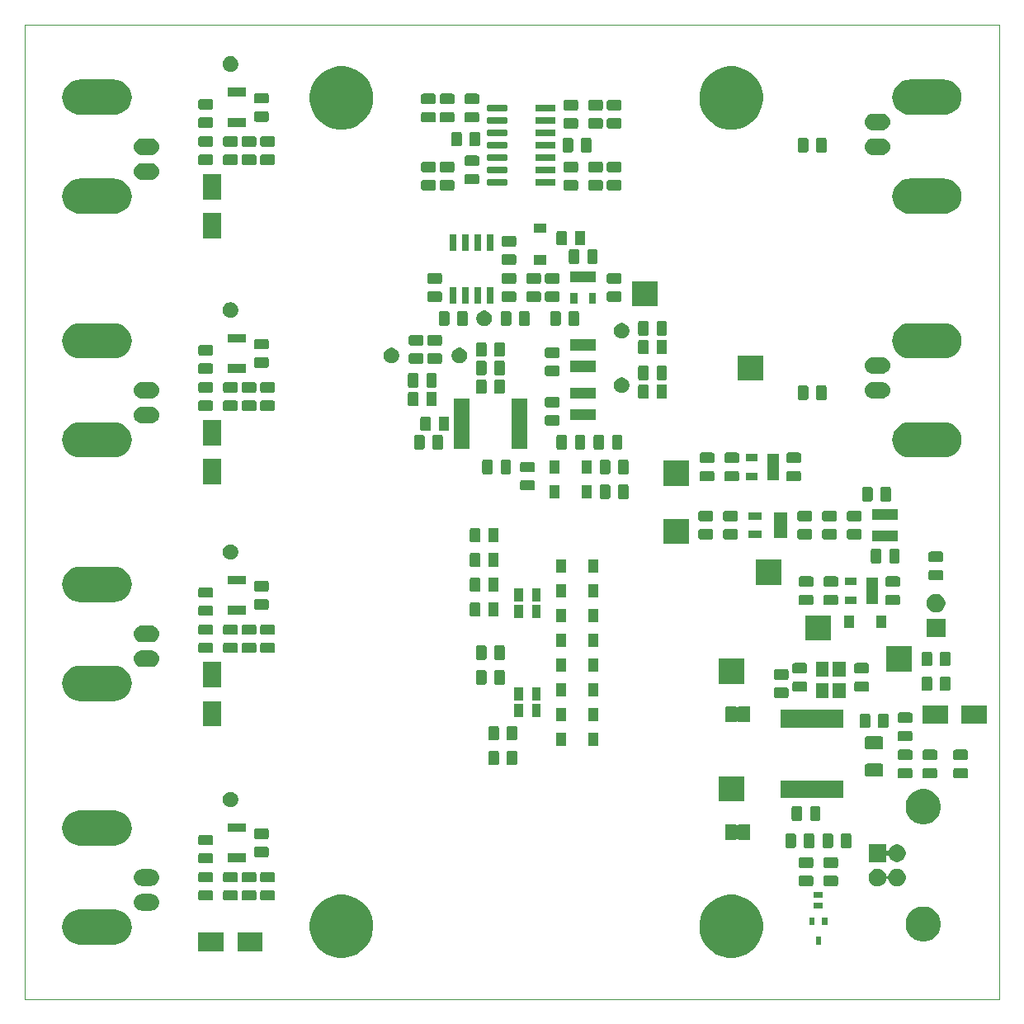
<source format=gbr>
%TF.GenerationSoftware,KiCad,Pcbnew,5.1.5*%
%TF.CreationDate,2020-04-14T20:04:17+02:00*%
%TF.ProjectId,daq_4ch_24bit,6461715f-3463-4685-9f32-346269742e6b,1.1.0*%
%TF.SameCoordinates,Original*%
%TF.FileFunction,Soldermask,Top*%
%TF.FilePolarity,Negative*%
%FSLAX46Y46*%
G04 Gerber Fmt 4.6, Leading zero omitted, Abs format (unit mm)*
G04 Created by KiCad (PCBNEW 5.1.5) date 2020-04-14 20:04:17*
%MOMM*%
%LPD*%
G04 APERTURE LIST*
%ADD10C,0.050000*%
%ADD11C,0.100000*%
G04 APERTURE END LIST*
D10*
X150000000Y-57500000D02*
X150000000Y-157500000D01*
X50000000Y-157500000D02*
X50000000Y-57500000D01*
X50000000Y-157500000D02*
X150000000Y-157500000D01*
X50000000Y-57500000D02*
X150000000Y-57500000D01*
D11*
G36*
X123134239Y-146811467D02*
G01*
X123448282Y-146873934D01*
X124039926Y-147119001D01*
X124572392Y-147474784D01*
X125025216Y-147927608D01*
X125380999Y-148460074D01*
X125626066Y-149051718D01*
X125626066Y-149051719D01*
X125751000Y-149679803D01*
X125751000Y-150320197D01*
X125690750Y-150623092D01*
X125626066Y-150948282D01*
X125380999Y-151539926D01*
X125025216Y-152072392D01*
X124572392Y-152525216D01*
X124039926Y-152880999D01*
X123448282Y-153126066D01*
X123134239Y-153188533D01*
X122820197Y-153251000D01*
X122179803Y-153251000D01*
X121865761Y-153188533D01*
X121551718Y-153126066D01*
X120960074Y-152880999D01*
X120427608Y-152525216D01*
X119974784Y-152072392D01*
X119619001Y-151539926D01*
X119373934Y-150948282D01*
X119309250Y-150623092D01*
X119249000Y-150320197D01*
X119249000Y-149679803D01*
X119373934Y-149051719D01*
X119373934Y-149051718D01*
X119619001Y-148460074D01*
X119974784Y-147927608D01*
X120427608Y-147474784D01*
X120960074Y-147119001D01*
X121551718Y-146873934D01*
X121865761Y-146811467D01*
X122179803Y-146749000D01*
X122820197Y-146749000D01*
X123134239Y-146811467D01*
G37*
G36*
X83134239Y-146811467D02*
G01*
X83448282Y-146873934D01*
X84039926Y-147119001D01*
X84572392Y-147474784D01*
X85025216Y-147927608D01*
X85380999Y-148460074D01*
X85626066Y-149051718D01*
X85626066Y-149051719D01*
X85751000Y-149679803D01*
X85751000Y-150320197D01*
X85690750Y-150623092D01*
X85626066Y-150948282D01*
X85380999Y-151539926D01*
X85025216Y-152072392D01*
X84572392Y-152525216D01*
X84039926Y-152880999D01*
X83448282Y-153126066D01*
X83134239Y-153188533D01*
X82820197Y-153251000D01*
X82179803Y-153251000D01*
X81865761Y-153188533D01*
X81551718Y-153126066D01*
X80960074Y-152880999D01*
X80427608Y-152525216D01*
X79974784Y-152072392D01*
X79619001Y-151539926D01*
X79373934Y-150948282D01*
X79309250Y-150623092D01*
X79249000Y-150320197D01*
X79249000Y-149679803D01*
X79373934Y-149051719D01*
X79373934Y-149051718D01*
X79619001Y-148460074D01*
X79974784Y-147927608D01*
X80427608Y-147474784D01*
X80960074Y-147119001D01*
X81551718Y-146873934D01*
X81865761Y-146811467D01*
X82179803Y-146749000D01*
X82820197Y-146749000D01*
X83134239Y-146811467D01*
G37*
G36*
X74421000Y-152551000D02*
G01*
X71819000Y-152551000D01*
X71819000Y-150649000D01*
X74421000Y-150649000D01*
X74421000Y-152551000D01*
G37*
G36*
X70421000Y-152551000D02*
G01*
X67819000Y-152551000D01*
X67819000Y-150649000D01*
X70421000Y-150649000D01*
X70421000Y-152551000D01*
G37*
G36*
X131721000Y-151896000D02*
G01*
X131169000Y-151896000D01*
X131169000Y-151094000D01*
X131721000Y-151094000D01*
X131721000Y-151896000D01*
G37*
G36*
X59346669Y-148287686D02*
G01*
X59523058Y-148305059D01*
X59862548Y-148408042D01*
X59862550Y-148408043D01*
X60175422Y-148575277D01*
X60175424Y-148575278D01*
X60175423Y-148575278D01*
X60449661Y-148800339D01*
X60674722Y-149074577D01*
X60841958Y-149387452D01*
X60944941Y-149726942D01*
X60979714Y-150080000D01*
X60944941Y-150433058D01*
X60841958Y-150772548D01*
X60841957Y-150772550D01*
X60674723Y-151085422D01*
X60449661Y-151359661D01*
X60175422Y-151584723D01*
X59862550Y-151751957D01*
X59862548Y-151751958D01*
X59523058Y-151854941D01*
X59346669Y-151872314D01*
X59258476Y-151881000D01*
X55581524Y-151881000D01*
X55493331Y-151872314D01*
X55316942Y-151854941D01*
X54977452Y-151751958D01*
X54977450Y-151751957D01*
X54664578Y-151584723D01*
X54390339Y-151359661D01*
X54165277Y-151085422D01*
X53998043Y-150772550D01*
X53998042Y-150772548D01*
X53895059Y-150433058D01*
X53860286Y-150080000D01*
X53895059Y-149726942D01*
X53998042Y-149387452D01*
X54165278Y-149074577D01*
X54390339Y-148800339D01*
X54664577Y-148575278D01*
X54664576Y-148575278D01*
X54664578Y-148575277D01*
X54977450Y-148408043D01*
X54977452Y-148408042D01*
X55316942Y-148305059D01*
X55493331Y-148287686D01*
X55581524Y-148279000D01*
X59258476Y-148279000D01*
X59346669Y-148287686D01*
G37*
G36*
X142735331Y-148038211D02*
G01*
X143063092Y-148173974D01*
X143358070Y-148371072D01*
X143608928Y-148621930D01*
X143806026Y-148916908D01*
X143941789Y-149244669D01*
X144011000Y-149592616D01*
X144011000Y-149947384D01*
X143941789Y-150295331D01*
X143806026Y-150623092D01*
X143608928Y-150918070D01*
X143358070Y-151168928D01*
X143063092Y-151366026D01*
X142735331Y-151501789D01*
X142387384Y-151571000D01*
X142032616Y-151571000D01*
X141684669Y-151501789D01*
X141356908Y-151366026D01*
X141061930Y-151168928D01*
X140811072Y-150918070D01*
X140613974Y-150623092D01*
X140478211Y-150295331D01*
X140409000Y-149947384D01*
X140409000Y-149592616D01*
X140478211Y-149244669D01*
X140613974Y-148916908D01*
X140811072Y-148621930D01*
X141061930Y-148371072D01*
X141356908Y-148173974D01*
X141684669Y-148038211D01*
X142032616Y-147969000D01*
X142387384Y-147969000D01*
X142735331Y-148038211D01*
G37*
G36*
X131071000Y-149896000D02*
G01*
X130519000Y-149896000D01*
X130519000Y-149094000D01*
X131071000Y-149094000D01*
X131071000Y-149896000D01*
G37*
G36*
X132371000Y-149896000D02*
G01*
X131819000Y-149896000D01*
X131819000Y-149094000D01*
X132371000Y-149094000D01*
X132371000Y-149896000D01*
G37*
G36*
X63116823Y-146701313D02*
G01*
X63277242Y-146749976D01*
X63409906Y-146820886D01*
X63425078Y-146828996D01*
X63554659Y-146935341D01*
X63661004Y-147064922D01*
X63661005Y-147064924D01*
X63740024Y-147212758D01*
X63788687Y-147373177D01*
X63805117Y-147540000D01*
X63788687Y-147706823D01*
X63740024Y-147867242D01*
X63707757Y-147927609D01*
X63661004Y-148015078D01*
X63554659Y-148144659D01*
X63425078Y-148251004D01*
X63425076Y-148251005D01*
X63277242Y-148330024D01*
X63116823Y-148378687D01*
X62991804Y-148391000D01*
X62008196Y-148391000D01*
X61883177Y-148378687D01*
X61722758Y-148330024D01*
X61574924Y-148251005D01*
X61574922Y-148251004D01*
X61445341Y-148144659D01*
X61338996Y-148015078D01*
X61292243Y-147927609D01*
X61259976Y-147867242D01*
X61211313Y-147706823D01*
X61194883Y-147540000D01*
X61211313Y-147373177D01*
X61259976Y-147212758D01*
X61338995Y-147064924D01*
X61338996Y-147064922D01*
X61445341Y-146935341D01*
X61574922Y-146828996D01*
X61590094Y-146820886D01*
X61722758Y-146749976D01*
X61883177Y-146701313D01*
X62008196Y-146689000D01*
X62991804Y-146689000D01*
X63116823Y-146701313D01*
G37*
G36*
X131896000Y-148171000D02*
G01*
X130994000Y-148171000D01*
X130994000Y-147569000D01*
X131896000Y-147569000D01*
X131896000Y-148171000D01*
G37*
G36*
X71704468Y-146288565D02*
G01*
X71743138Y-146300296D01*
X71778777Y-146319346D01*
X71810017Y-146344983D01*
X71835654Y-146376223D01*
X71854704Y-146411862D01*
X71866435Y-146450532D01*
X71871000Y-146496888D01*
X71871000Y-147148112D01*
X71866435Y-147194468D01*
X71854704Y-147233138D01*
X71835654Y-147268777D01*
X71810017Y-147300017D01*
X71778777Y-147325654D01*
X71743138Y-147344704D01*
X71704468Y-147356435D01*
X71658112Y-147361000D01*
X70581888Y-147361000D01*
X70535532Y-147356435D01*
X70496862Y-147344704D01*
X70461223Y-147325654D01*
X70429983Y-147300017D01*
X70404346Y-147268777D01*
X70385296Y-147233138D01*
X70373565Y-147194468D01*
X70369000Y-147148112D01*
X70369000Y-146496888D01*
X70373565Y-146450532D01*
X70385296Y-146411862D01*
X70404346Y-146376223D01*
X70429983Y-146344983D01*
X70461223Y-146319346D01*
X70496862Y-146300296D01*
X70535532Y-146288565D01*
X70581888Y-146284000D01*
X71658112Y-146284000D01*
X71704468Y-146288565D01*
G37*
G36*
X75514468Y-146288565D02*
G01*
X75553138Y-146300296D01*
X75588777Y-146319346D01*
X75620017Y-146344983D01*
X75645654Y-146376223D01*
X75664704Y-146411862D01*
X75676435Y-146450532D01*
X75681000Y-146496888D01*
X75681000Y-147148112D01*
X75676435Y-147194468D01*
X75664704Y-147233138D01*
X75645654Y-147268777D01*
X75620017Y-147300017D01*
X75588777Y-147325654D01*
X75553138Y-147344704D01*
X75514468Y-147356435D01*
X75468112Y-147361000D01*
X74391888Y-147361000D01*
X74345532Y-147356435D01*
X74306862Y-147344704D01*
X74271223Y-147325654D01*
X74239983Y-147300017D01*
X74214346Y-147268777D01*
X74195296Y-147233138D01*
X74183565Y-147194468D01*
X74179000Y-147148112D01*
X74179000Y-146496888D01*
X74183565Y-146450532D01*
X74195296Y-146411862D01*
X74214346Y-146376223D01*
X74239983Y-146344983D01*
X74271223Y-146319346D01*
X74306862Y-146300296D01*
X74345532Y-146288565D01*
X74391888Y-146284000D01*
X75468112Y-146284000D01*
X75514468Y-146288565D01*
G37*
G36*
X73609468Y-146288565D02*
G01*
X73648138Y-146300296D01*
X73683777Y-146319346D01*
X73715017Y-146344983D01*
X73740654Y-146376223D01*
X73759704Y-146411862D01*
X73771435Y-146450532D01*
X73776000Y-146496888D01*
X73776000Y-147148112D01*
X73771435Y-147194468D01*
X73759704Y-147233138D01*
X73740654Y-147268777D01*
X73715017Y-147300017D01*
X73683777Y-147325654D01*
X73648138Y-147344704D01*
X73609468Y-147356435D01*
X73563112Y-147361000D01*
X72486888Y-147361000D01*
X72440532Y-147356435D01*
X72401862Y-147344704D01*
X72366223Y-147325654D01*
X72334983Y-147300017D01*
X72309346Y-147268777D01*
X72290296Y-147233138D01*
X72278565Y-147194468D01*
X72274000Y-147148112D01*
X72274000Y-146496888D01*
X72278565Y-146450532D01*
X72290296Y-146411862D01*
X72309346Y-146376223D01*
X72334983Y-146344983D01*
X72366223Y-146319346D01*
X72401862Y-146300296D01*
X72440532Y-146288565D01*
X72486888Y-146284000D01*
X73563112Y-146284000D01*
X73609468Y-146288565D01*
G37*
G36*
X69164468Y-146288565D02*
G01*
X69203138Y-146300296D01*
X69238777Y-146319346D01*
X69270017Y-146344983D01*
X69295654Y-146376223D01*
X69314704Y-146411862D01*
X69326435Y-146450532D01*
X69331000Y-146496888D01*
X69331000Y-147148112D01*
X69326435Y-147194468D01*
X69314704Y-147233138D01*
X69295654Y-147268777D01*
X69270017Y-147300017D01*
X69238777Y-147325654D01*
X69203138Y-147344704D01*
X69164468Y-147356435D01*
X69118112Y-147361000D01*
X68041888Y-147361000D01*
X67995532Y-147356435D01*
X67956862Y-147344704D01*
X67921223Y-147325654D01*
X67889983Y-147300017D01*
X67864346Y-147268777D01*
X67845296Y-147233138D01*
X67833565Y-147194468D01*
X67829000Y-147148112D01*
X67829000Y-146496888D01*
X67833565Y-146450532D01*
X67845296Y-146411862D01*
X67864346Y-146376223D01*
X67889983Y-146344983D01*
X67921223Y-146319346D01*
X67956862Y-146300296D01*
X67995532Y-146288565D01*
X68041888Y-146284000D01*
X69118112Y-146284000D01*
X69164468Y-146288565D01*
G37*
G36*
X131896000Y-147071000D02*
G01*
X130994000Y-147071000D01*
X130994000Y-146469000D01*
X131896000Y-146469000D01*
X131896000Y-147071000D01*
G37*
G36*
X137613512Y-144103927D02*
G01*
X137762812Y-144133624D01*
X137926784Y-144201544D01*
X138074354Y-144300147D01*
X138199853Y-144425646D01*
X138298456Y-144573216D01*
X138366376Y-144737188D01*
X138377405Y-144792638D01*
X138384516Y-144816078D01*
X138396067Y-144837689D01*
X138411613Y-144856631D01*
X138430555Y-144872176D01*
X138452165Y-144883727D01*
X138475614Y-144890840D01*
X138500000Y-144893242D01*
X138524387Y-144890840D01*
X138547835Y-144883727D01*
X138569446Y-144872176D01*
X138588388Y-144856630D01*
X138603933Y-144837688D01*
X138615484Y-144816078D01*
X138622595Y-144792638D01*
X138633624Y-144737188D01*
X138701544Y-144573216D01*
X138800147Y-144425646D01*
X138925646Y-144300147D01*
X139073216Y-144201544D01*
X139237188Y-144133624D01*
X139386488Y-144103927D01*
X139411258Y-144099000D01*
X139588742Y-144099000D01*
X139613512Y-144103927D01*
X139762812Y-144133624D01*
X139926784Y-144201544D01*
X140074354Y-144300147D01*
X140199853Y-144425646D01*
X140298456Y-144573216D01*
X140366376Y-144737188D01*
X140401000Y-144911259D01*
X140401000Y-145088741D01*
X140366376Y-145262812D01*
X140298456Y-145426784D01*
X140199853Y-145574354D01*
X140074354Y-145699853D01*
X139926784Y-145798456D01*
X139762812Y-145866376D01*
X139613512Y-145896073D01*
X139588742Y-145901000D01*
X139411258Y-145901000D01*
X139386488Y-145896073D01*
X139237188Y-145866376D01*
X139073216Y-145798456D01*
X138925646Y-145699853D01*
X138800147Y-145574354D01*
X138701544Y-145426784D01*
X138633624Y-145262812D01*
X138622595Y-145207362D01*
X138615484Y-145183922D01*
X138603933Y-145162311D01*
X138588387Y-145143369D01*
X138569445Y-145127824D01*
X138547835Y-145116273D01*
X138524386Y-145109160D01*
X138500000Y-145106758D01*
X138475613Y-145109160D01*
X138452165Y-145116273D01*
X138430554Y-145127824D01*
X138411612Y-145143370D01*
X138396067Y-145162312D01*
X138384516Y-145183922D01*
X138377405Y-145207362D01*
X138366376Y-145262812D01*
X138298456Y-145426784D01*
X138199853Y-145574354D01*
X138074354Y-145699853D01*
X137926784Y-145798456D01*
X137762812Y-145866376D01*
X137613512Y-145896073D01*
X137588742Y-145901000D01*
X137411258Y-145901000D01*
X137386488Y-145896073D01*
X137237188Y-145866376D01*
X137073216Y-145798456D01*
X136925646Y-145699853D01*
X136800147Y-145574354D01*
X136701544Y-145426784D01*
X136633624Y-145262812D01*
X136599000Y-145088741D01*
X136599000Y-144911259D01*
X136633624Y-144737188D01*
X136701544Y-144573216D01*
X136800147Y-144425646D01*
X136925646Y-144300147D01*
X137073216Y-144201544D01*
X137237188Y-144133624D01*
X137386488Y-144103927D01*
X137411258Y-144099000D01*
X137588742Y-144099000D01*
X137613512Y-144103927D01*
G37*
G36*
X133299468Y-144802565D02*
G01*
X133338138Y-144814296D01*
X133373777Y-144833346D01*
X133405017Y-144858983D01*
X133430654Y-144890223D01*
X133449704Y-144925862D01*
X133461435Y-144964532D01*
X133466000Y-145010888D01*
X133466000Y-145662112D01*
X133461435Y-145708468D01*
X133449704Y-145747138D01*
X133430654Y-145782777D01*
X133405017Y-145814017D01*
X133373777Y-145839654D01*
X133338138Y-145858704D01*
X133299468Y-145870435D01*
X133253112Y-145875000D01*
X132176888Y-145875000D01*
X132130532Y-145870435D01*
X132091862Y-145858704D01*
X132056223Y-145839654D01*
X132024983Y-145814017D01*
X131999346Y-145782777D01*
X131980296Y-145747138D01*
X131968565Y-145708468D01*
X131964000Y-145662112D01*
X131964000Y-145010888D01*
X131968565Y-144964532D01*
X131980296Y-144925862D01*
X131999346Y-144890223D01*
X132024983Y-144858983D01*
X132056223Y-144833346D01*
X132091862Y-144814296D01*
X132130532Y-144802565D01*
X132176888Y-144798000D01*
X133253112Y-144798000D01*
X133299468Y-144802565D01*
G37*
G36*
X130759468Y-144802565D02*
G01*
X130798138Y-144814296D01*
X130833777Y-144833346D01*
X130865017Y-144858983D01*
X130890654Y-144890223D01*
X130909704Y-144925862D01*
X130921435Y-144964532D01*
X130926000Y-145010888D01*
X130926000Y-145662112D01*
X130921435Y-145708468D01*
X130909704Y-145747138D01*
X130890654Y-145782777D01*
X130865017Y-145814017D01*
X130833777Y-145839654D01*
X130798138Y-145858704D01*
X130759468Y-145870435D01*
X130713112Y-145875000D01*
X129636888Y-145875000D01*
X129590532Y-145870435D01*
X129551862Y-145858704D01*
X129516223Y-145839654D01*
X129484983Y-145814017D01*
X129459346Y-145782777D01*
X129440296Y-145747138D01*
X129428565Y-145708468D01*
X129424000Y-145662112D01*
X129424000Y-145010888D01*
X129428565Y-144964532D01*
X129440296Y-144925862D01*
X129459346Y-144890223D01*
X129484983Y-144858983D01*
X129516223Y-144833346D01*
X129551862Y-144814296D01*
X129590532Y-144802565D01*
X129636888Y-144798000D01*
X130713112Y-144798000D01*
X130759468Y-144802565D01*
G37*
G36*
X63116823Y-144161313D02*
G01*
X63277242Y-144209976D01*
X63409906Y-144280886D01*
X63425078Y-144288996D01*
X63554659Y-144395341D01*
X63661004Y-144524922D01*
X63661005Y-144524924D01*
X63740024Y-144672758D01*
X63788687Y-144833177D01*
X63805117Y-145000000D01*
X63788687Y-145166823D01*
X63740024Y-145327242D01*
X63674059Y-145450654D01*
X63661004Y-145475078D01*
X63554659Y-145604659D01*
X63425078Y-145711004D01*
X63425076Y-145711005D01*
X63277242Y-145790024D01*
X63116823Y-145838687D01*
X62991804Y-145851000D01*
X62008196Y-145851000D01*
X61883177Y-145838687D01*
X61722758Y-145790024D01*
X61574924Y-145711005D01*
X61574922Y-145711004D01*
X61445341Y-145604659D01*
X61338996Y-145475078D01*
X61325941Y-145450654D01*
X61259976Y-145327242D01*
X61211313Y-145166823D01*
X61194883Y-145000000D01*
X61211313Y-144833177D01*
X61259976Y-144672758D01*
X61338995Y-144524924D01*
X61338996Y-144524922D01*
X61445341Y-144395341D01*
X61574922Y-144288996D01*
X61590094Y-144280886D01*
X61722758Y-144209976D01*
X61883177Y-144161313D01*
X62008196Y-144149000D01*
X62991804Y-144149000D01*
X63116823Y-144161313D01*
G37*
G36*
X71704468Y-144413565D02*
G01*
X71743138Y-144425296D01*
X71778777Y-144444346D01*
X71810017Y-144469983D01*
X71835654Y-144501223D01*
X71854704Y-144536862D01*
X71866435Y-144575532D01*
X71871000Y-144621888D01*
X71871000Y-145273112D01*
X71866435Y-145319468D01*
X71854704Y-145358138D01*
X71835654Y-145393777D01*
X71810017Y-145425017D01*
X71778777Y-145450654D01*
X71743138Y-145469704D01*
X71704468Y-145481435D01*
X71658112Y-145486000D01*
X70581888Y-145486000D01*
X70535532Y-145481435D01*
X70496862Y-145469704D01*
X70461223Y-145450654D01*
X70429983Y-145425017D01*
X70404346Y-145393777D01*
X70385296Y-145358138D01*
X70373565Y-145319468D01*
X70369000Y-145273112D01*
X70369000Y-144621888D01*
X70373565Y-144575532D01*
X70385296Y-144536862D01*
X70404346Y-144501223D01*
X70429983Y-144469983D01*
X70461223Y-144444346D01*
X70496862Y-144425296D01*
X70535532Y-144413565D01*
X70581888Y-144409000D01*
X71658112Y-144409000D01*
X71704468Y-144413565D01*
G37*
G36*
X73609468Y-144413565D02*
G01*
X73648138Y-144425296D01*
X73683777Y-144444346D01*
X73715017Y-144469983D01*
X73740654Y-144501223D01*
X73759704Y-144536862D01*
X73771435Y-144575532D01*
X73776000Y-144621888D01*
X73776000Y-145273112D01*
X73771435Y-145319468D01*
X73759704Y-145358138D01*
X73740654Y-145393777D01*
X73715017Y-145425017D01*
X73683777Y-145450654D01*
X73648138Y-145469704D01*
X73609468Y-145481435D01*
X73563112Y-145486000D01*
X72486888Y-145486000D01*
X72440532Y-145481435D01*
X72401862Y-145469704D01*
X72366223Y-145450654D01*
X72334983Y-145425017D01*
X72309346Y-145393777D01*
X72290296Y-145358138D01*
X72278565Y-145319468D01*
X72274000Y-145273112D01*
X72274000Y-144621888D01*
X72278565Y-144575532D01*
X72290296Y-144536862D01*
X72309346Y-144501223D01*
X72334983Y-144469983D01*
X72366223Y-144444346D01*
X72401862Y-144425296D01*
X72440532Y-144413565D01*
X72486888Y-144409000D01*
X73563112Y-144409000D01*
X73609468Y-144413565D01*
G37*
G36*
X75514468Y-144413565D02*
G01*
X75553138Y-144425296D01*
X75588777Y-144444346D01*
X75620017Y-144469983D01*
X75645654Y-144501223D01*
X75664704Y-144536862D01*
X75676435Y-144575532D01*
X75681000Y-144621888D01*
X75681000Y-145273112D01*
X75676435Y-145319468D01*
X75664704Y-145358138D01*
X75645654Y-145393777D01*
X75620017Y-145425017D01*
X75588777Y-145450654D01*
X75553138Y-145469704D01*
X75514468Y-145481435D01*
X75468112Y-145486000D01*
X74391888Y-145486000D01*
X74345532Y-145481435D01*
X74306862Y-145469704D01*
X74271223Y-145450654D01*
X74239983Y-145425017D01*
X74214346Y-145393777D01*
X74195296Y-145358138D01*
X74183565Y-145319468D01*
X74179000Y-145273112D01*
X74179000Y-144621888D01*
X74183565Y-144575532D01*
X74195296Y-144536862D01*
X74214346Y-144501223D01*
X74239983Y-144469983D01*
X74271223Y-144444346D01*
X74306862Y-144425296D01*
X74345532Y-144413565D01*
X74391888Y-144409000D01*
X75468112Y-144409000D01*
X75514468Y-144413565D01*
G37*
G36*
X69164468Y-144413565D02*
G01*
X69203138Y-144425296D01*
X69238777Y-144444346D01*
X69270017Y-144469983D01*
X69295654Y-144501223D01*
X69314704Y-144536862D01*
X69326435Y-144575532D01*
X69331000Y-144621888D01*
X69331000Y-145273112D01*
X69326435Y-145319468D01*
X69314704Y-145358138D01*
X69295654Y-145393777D01*
X69270017Y-145425017D01*
X69238777Y-145450654D01*
X69203138Y-145469704D01*
X69164468Y-145481435D01*
X69118112Y-145486000D01*
X68041888Y-145486000D01*
X67995532Y-145481435D01*
X67956862Y-145469704D01*
X67921223Y-145450654D01*
X67889983Y-145425017D01*
X67864346Y-145393777D01*
X67845296Y-145358138D01*
X67833565Y-145319468D01*
X67829000Y-145273112D01*
X67829000Y-144621888D01*
X67833565Y-144575532D01*
X67845296Y-144536862D01*
X67864346Y-144501223D01*
X67889983Y-144469983D01*
X67921223Y-144444346D01*
X67956862Y-144425296D01*
X67995532Y-144413565D01*
X68041888Y-144409000D01*
X69118112Y-144409000D01*
X69164468Y-144413565D01*
G37*
G36*
X130759468Y-142927565D02*
G01*
X130798138Y-142939296D01*
X130833777Y-142958346D01*
X130865017Y-142983983D01*
X130890654Y-143015223D01*
X130909704Y-143050862D01*
X130921435Y-143089532D01*
X130926000Y-143135888D01*
X130926000Y-143787112D01*
X130921435Y-143833468D01*
X130909704Y-143872138D01*
X130890654Y-143907777D01*
X130865017Y-143939017D01*
X130833777Y-143964654D01*
X130798138Y-143983704D01*
X130759468Y-143995435D01*
X130713112Y-144000000D01*
X129636888Y-144000000D01*
X129590532Y-143995435D01*
X129551862Y-143983704D01*
X129516223Y-143964654D01*
X129484983Y-143939017D01*
X129459346Y-143907777D01*
X129440296Y-143872138D01*
X129428565Y-143833468D01*
X129424000Y-143787112D01*
X129424000Y-143135888D01*
X129428565Y-143089532D01*
X129440296Y-143050862D01*
X129459346Y-143015223D01*
X129484983Y-142983983D01*
X129516223Y-142958346D01*
X129551862Y-142939296D01*
X129590532Y-142927565D01*
X129636888Y-142923000D01*
X130713112Y-142923000D01*
X130759468Y-142927565D01*
G37*
G36*
X133299468Y-142927565D02*
G01*
X133338138Y-142939296D01*
X133373777Y-142958346D01*
X133405017Y-142983983D01*
X133430654Y-143015223D01*
X133449704Y-143050862D01*
X133461435Y-143089532D01*
X133466000Y-143135888D01*
X133466000Y-143787112D01*
X133461435Y-143833468D01*
X133449704Y-143872138D01*
X133430654Y-143907777D01*
X133405017Y-143939017D01*
X133373777Y-143964654D01*
X133338138Y-143983704D01*
X133299468Y-143995435D01*
X133253112Y-144000000D01*
X132176888Y-144000000D01*
X132130532Y-143995435D01*
X132091862Y-143983704D01*
X132056223Y-143964654D01*
X132024983Y-143939017D01*
X131999346Y-143907777D01*
X131980296Y-143872138D01*
X131968565Y-143833468D01*
X131964000Y-143787112D01*
X131964000Y-143135888D01*
X131968565Y-143089532D01*
X131980296Y-143050862D01*
X131999346Y-143015223D01*
X132024983Y-142983983D01*
X132056223Y-142958346D01*
X132091862Y-142939296D01*
X132130532Y-142927565D01*
X132176888Y-142923000D01*
X133253112Y-142923000D01*
X133299468Y-142927565D01*
G37*
G36*
X69164468Y-142478565D02*
G01*
X69203138Y-142490296D01*
X69238777Y-142509346D01*
X69270017Y-142534983D01*
X69295654Y-142566223D01*
X69314704Y-142601862D01*
X69326435Y-142640532D01*
X69331000Y-142686888D01*
X69331000Y-143338112D01*
X69326435Y-143384468D01*
X69314704Y-143423138D01*
X69295654Y-143458777D01*
X69270017Y-143490017D01*
X69238777Y-143515654D01*
X69203138Y-143534704D01*
X69164468Y-143546435D01*
X69118112Y-143551000D01*
X68041888Y-143551000D01*
X67995532Y-143546435D01*
X67956862Y-143534704D01*
X67921223Y-143515654D01*
X67889983Y-143490017D01*
X67864346Y-143458777D01*
X67845296Y-143423138D01*
X67833565Y-143384468D01*
X67829000Y-143338112D01*
X67829000Y-142686888D01*
X67833565Y-142640532D01*
X67845296Y-142601862D01*
X67864346Y-142566223D01*
X67889983Y-142534983D01*
X67921223Y-142509346D01*
X67956862Y-142490296D01*
X67995532Y-142478565D01*
X68041888Y-142474000D01*
X69118112Y-142474000D01*
X69164468Y-142478565D01*
G37*
G36*
X72706000Y-143441000D02*
G01*
X70804000Y-143441000D01*
X70804000Y-142539000D01*
X72706000Y-142539000D01*
X72706000Y-143441000D01*
G37*
G36*
X138401000Y-142170383D02*
G01*
X138403402Y-142194769D01*
X138410515Y-142218218D01*
X138422066Y-142239829D01*
X138437611Y-142258771D01*
X138456553Y-142274316D01*
X138478164Y-142285867D01*
X138501613Y-142292980D01*
X138525999Y-142295382D01*
X138550385Y-142292980D01*
X138573834Y-142285867D01*
X138595445Y-142274316D01*
X138614387Y-142258771D01*
X138629932Y-142239829D01*
X138641477Y-142218229D01*
X138701544Y-142073216D01*
X138800147Y-141925646D01*
X138925646Y-141800147D01*
X139073216Y-141701544D01*
X139237188Y-141633624D01*
X139386488Y-141603927D01*
X139411258Y-141599000D01*
X139588742Y-141599000D01*
X139613512Y-141603927D01*
X139762812Y-141633624D01*
X139926784Y-141701544D01*
X140074354Y-141800147D01*
X140199853Y-141925646D01*
X140298456Y-142073216D01*
X140366376Y-142237188D01*
X140401000Y-142411259D01*
X140401000Y-142588741D01*
X140366376Y-142762812D01*
X140298456Y-142926784D01*
X140199853Y-143074354D01*
X140074354Y-143199853D01*
X139926784Y-143298456D01*
X139762812Y-143366376D01*
X139613512Y-143396073D01*
X139588742Y-143401000D01*
X139411258Y-143401000D01*
X139386488Y-143396073D01*
X139237188Y-143366376D01*
X139073216Y-143298456D01*
X138925646Y-143199853D01*
X138800147Y-143074354D01*
X138701544Y-142926784D01*
X138641477Y-142781771D01*
X138629932Y-142760171D01*
X138614387Y-142741229D01*
X138595445Y-142725684D01*
X138573834Y-142714133D01*
X138550385Y-142707020D01*
X138525999Y-142704618D01*
X138501613Y-142707020D01*
X138478164Y-142714133D01*
X138456553Y-142725684D01*
X138437611Y-142741229D01*
X138422066Y-142760171D01*
X138410515Y-142781782D01*
X138403402Y-142805231D01*
X138401000Y-142829617D01*
X138401000Y-143401000D01*
X136599000Y-143401000D01*
X136599000Y-141599000D01*
X138401000Y-141599000D01*
X138401000Y-142170383D01*
G37*
G36*
X74879468Y-141843565D02*
G01*
X74918138Y-141855296D01*
X74953777Y-141874346D01*
X74985017Y-141899983D01*
X75010654Y-141931223D01*
X75029704Y-141966862D01*
X75041435Y-142005532D01*
X75046000Y-142051888D01*
X75046000Y-142703112D01*
X75041435Y-142749468D01*
X75029704Y-142788138D01*
X75010654Y-142823777D01*
X74985017Y-142855017D01*
X74953777Y-142880654D01*
X74918138Y-142899704D01*
X74879468Y-142911435D01*
X74833112Y-142916000D01*
X73756888Y-142916000D01*
X73710532Y-142911435D01*
X73671862Y-142899704D01*
X73636223Y-142880654D01*
X73604983Y-142855017D01*
X73579346Y-142823777D01*
X73560296Y-142788138D01*
X73548565Y-142749468D01*
X73544000Y-142703112D01*
X73544000Y-142051888D01*
X73548565Y-142005532D01*
X73560296Y-141966862D01*
X73579346Y-141931223D01*
X73604983Y-141899983D01*
X73636223Y-141874346D01*
X73671862Y-141855296D01*
X73710532Y-141843565D01*
X73756888Y-141839000D01*
X74833112Y-141839000D01*
X74879468Y-141843565D01*
G37*
G36*
X128974468Y-140477565D02*
G01*
X129013138Y-140489296D01*
X129048777Y-140508346D01*
X129080017Y-140533983D01*
X129105654Y-140565223D01*
X129124704Y-140600862D01*
X129136435Y-140639532D01*
X129141000Y-140685888D01*
X129141000Y-141762112D01*
X129136435Y-141808468D01*
X129124704Y-141847138D01*
X129105654Y-141882777D01*
X129080017Y-141914017D01*
X129048777Y-141939654D01*
X129013138Y-141958704D01*
X128974468Y-141970435D01*
X128928112Y-141975000D01*
X128276888Y-141975000D01*
X128230532Y-141970435D01*
X128191862Y-141958704D01*
X128156223Y-141939654D01*
X128124983Y-141914017D01*
X128099346Y-141882777D01*
X128080296Y-141847138D01*
X128068565Y-141808468D01*
X128064000Y-141762112D01*
X128064000Y-140685888D01*
X128068565Y-140639532D01*
X128080296Y-140600862D01*
X128099346Y-140565223D01*
X128124983Y-140533983D01*
X128156223Y-140508346D01*
X128191862Y-140489296D01*
X128230532Y-140477565D01*
X128276888Y-140473000D01*
X128928112Y-140473000D01*
X128974468Y-140477565D01*
G37*
G36*
X134659468Y-140477565D02*
G01*
X134698138Y-140489296D01*
X134733777Y-140508346D01*
X134765017Y-140533983D01*
X134790654Y-140565223D01*
X134809704Y-140600862D01*
X134821435Y-140639532D01*
X134826000Y-140685888D01*
X134826000Y-141762112D01*
X134821435Y-141808468D01*
X134809704Y-141847138D01*
X134790654Y-141882777D01*
X134765017Y-141914017D01*
X134733777Y-141939654D01*
X134698138Y-141958704D01*
X134659468Y-141970435D01*
X134613112Y-141975000D01*
X133961888Y-141975000D01*
X133915532Y-141970435D01*
X133876862Y-141958704D01*
X133841223Y-141939654D01*
X133809983Y-141914017D01*
X133784346Y-141882777D01*
X133765296Y-141847138D01*
X133753565Y-141808468D01*
X133749000Y-141762112D01*
X133749000Y-140685888D01*
X133753565Y-140639532D01*
X133765296Y-140600862D01*
X133784346Y-140565223D01*
X133809983Y-140533983D01*
X133841223Y-140508346D01*
X133876862Y-140489296D01*
X133915532Y-140477565D01*
X133961888Y-140473000D01*
X134613112Y-140473000D01*
X134659468Y-140477565D01*
G37*
G36*
X132784468Y-140477565D02*
G01*
X132823138Y-140489296D01*
X132858777Y-140508346D01*
X132890017Y-140533983D01*
X132915654Y-140565223D01*
X132934704Y-140600862D01*
X132946435Y-140639532D01*
X132951000Y-140685888D01*
X132951000Y-141762112D01*
X132946435Y-141808468D01*
X132934704Y-141847138D01*
X132915654Y-141882777D01*
X132890017Y-141914017D01*
X132858777Y-141939654D01*
X132823138Y-141958704D01*
X132784468Y-141970435D01*
X132738112Y-141975000D01*
X132086888Y-141975000D01*
X132040532Y-141970435D01*
X132001862Y-141958704D01*
X131966223Y-141939654D01*
X131934983Y-141914017D01*
X131909346Y-141882777D01*
X131890296Y-141847138D01*
X131878565Y-141808468D01*
X131874000Y-141762112D01*
X131874000Y-140685888D01*
X131878565Y-140639532D01*
X131890296Y-140600862D01*
X131909346Y-140565223D01*
X131934983Y-140533983D01*
X131966223Y-140508346D01*
X132001862Y-140489296D01*
X132040532Y-140477565D01*
X132086888Y-140473000D01*
X132738112Y-140473000D01*
X132784468Y-140477565D01*
G37*
G36*
X130849468Y-140477565D02*
G01*
X130888138Y-140489296D01*
X130923777Y-140508346D01*
X130955017Y-140533983D01*
X130980654Y-140565223D01*
X130999704Y-140600862D01*
X131011435Y-140639532D01*
X131016000Y-140685888D01*
X131016000Y-141762112D01*
X131011435Y-141808468D01*
X130999704Y-141847138D01*
X130980654Y-141882777D01*
X130955017Y-141914017D01*
X130923777Y-141939654D01*
X130888138Y-141958704D01*
X130849468Y-141970435D01*
X130803112Y-141975000D01*
X130151888Y-141975000D01*
X130105532Y-141970435D01*
X130066862Y-141958704D01*
X130031223Y-141939654D01*
X129999983Y-141914017D01*
X129974346Y-141882777D01*
X129955296Y-141847138D01*
X129943565Y-141808468D01*
X129939000Y-141762112D01*
X129939000Y-140685888D01*
X129943565Y-140639532D01*
X129955296Y-140600862D01*
X129974346Y-140565223D01*
X129999983Y-140533983D01*
X130031223Y-140508346D01*
X130066862Y-140489296D01*
X130105532Y-140477565D01*
X130151888Y-140473000D01*
X130803112Y-140473000D01*
X130849468Y-140477565D01*
G37*
G36*
X59346669Y-138127686D02*
G01*
X59523058Y-138145059D01*
X59862548Y-138248042D01*
X59862550Y-138248043D01*
X60175422Y-138415277D01*
X60449661Y-138640339D01*
X60674723Y-138914578D01*
X60784533Y-139120017D01*
X60841958Y-139227452D01*
X60944941Y-139566942D01*
X60979714Y-139920000D01*
X60944941Y-140273058D01*
X60845503Y-140600862D01*
X60841957Y-140612550D01*
X60674723Y-140925422D01*
X60449661Y-141199661D01*
X60175422Y-141424723D01*
X59862550Y-141591957D01*
X59862548Y-141591958D01*
X59523058Y-141694941D01*
X59346669Y-141712314D01*
X59258476Y-141721000D01*
X55581524Y-141721000D01*
X55493331Y-141712314D01*
X55316942Y-141694941D01*
X54977452Y-141591958D01*
X54977450Y-141591957D01*
X54664578Y-141424723D01*
X54390339Y-141199661D01*
X54165277Y-140925422D01*
X53998043Y-140612550D01*
X53994497Y-140600862D01*
X53895059Y-140273058D01*
X53860286Y-139920000D01*
X53895059Y-139566942D01*
X53998042Y-139227452D01*
X54055467Y-139120017D01*
X54165277Y-138914578D01*
X54390339Y-138640339D01*
X54664578Y-138415277D01*
X54977450Y-138248043D01*
X54977452Y-138248042D01*
X55316942Y-138145059D01*
X55493331Y-138127686D01*
X55581524Y-138119000D01*
X59258476Y-138119000D01*
X59346669Y-138127686D01*
G37*
G36*
X69164468Y-140603565D02*
G01*
X69203138Y-140615296D01*
X69238777Y-140634346D01*
X69270017Y-140659983D01*
X69295654Y-140691223D01*
X69314704Y-140726862D01*
X69326435Y-140765532D01*
X69331000Y-140811888D01*
X69331000Y-141463112D01*
X69326435Y-141509468D01*
X69314704Y-141548138D01*
X69295654Y-141583777D01*
X69270017Y-141615017D01*
X69238777Y-141640654D01*
X69203138Y-141659704D01*
X69164468Y-141671435D01*
X69118112Y-141676000D01*
X68041888Y-141676000D01*
X67995532Y-141671435D01*
X67956862Y-141659704D01*
X67921223Y-141640654D01*
X67889983Y-141615017D01*
X67864346Y-141583777D01*
X67845296Y-141548138D01*
X67833565Y-141509468D01*
X67829000Y-141463112D01*
X67829000Y-140811888D01*
X67833565Y-140765532D01*
X67845296Y-140726862D01*
X67864346Y-140691223D01*
X67889983Y-140659983D01*
X67921223Y-140634346D01*
X67956862Y-140615296D01*
X67995532Y-140603565D01*
X68041888Y-140599000D01*
X69118112Y-140599000D01*
X69164468Y-140603565D01*
G37*
G36*
X122974999Y-139534737D02*
G01*
X122984608Y-139537652D01*
X122993472Y-139542390D01*
X123001212Y-139548742D01*
X123001213Y-139548743D01*
X123001237Y-139548763D01*
X123007640Y-139556573D01*
X123007677Y-139556628D01*
X123015480Y-139566147D01*
X123015511Y-139566122D01*
X123026853Y-139579972D01*
X123045779Y-139595537D01*
X123067377Y-139607111D01*
X123090819Y-139614249D01*
X123115202Y-139616676D01*
X123139591Y-139614300D01*
X123163047Y-139607211D01*
X123184670Y-139595682D01*
X123203628Y-139580157D01*
X123219193Y-139561231D01*
X123221029Y-139558175D01*
X123222418Y-139556486D01*
X123222419Y-139556484D01*
X123228801Y-139548725D01*
X123236573Y-139542360D01*
X123236575Y-139542358D01*
X123245399Y-139537654D01*
X123245438Y-139537633D01*
X123255055Y-139534727D01*
X123255085Y-139534718D01*
X123271113Y-139533148D01*
X124408860Y-139533148D01*
X124424999Y-139534737D01*
X124434608Y-139537652D01*
X124443472Y-139542390D01*
X124451237Y-139548763D01*
X124457610Y-139556528D01*
X124462348Y-139565392D01*
X124465263Y-139575001D01*
X124466852Y-139591140D01*
X124466852Y-141078860D01*
X124465263Y-141094999D01*
X124462348Y-141104608D01*
X124457610Y-141113472D01*
X124451237Y-141121237D01*
X124443472Y-141127610D01*
X124434608Y-141132348D01*
X124424999Y-141135263D01*
X124408860Y-141136852D01*
X123271140Y-141136852D01*
X123255001Y-141135263D01*
X123245392Y-141132348D01*
X123236528Y-141127610D01*
X123228763Y-141121237D01*
X123218116Y-141108263D01*
X123211947Y-141099032D01*
X123194619Y-141081706D01*
X123174244Y-141068093D01*
X123151605Y-141058717D01*
X123127572Y-141053937D01*
X123103068Y-141053938D01*
X123079035Y-141058720D01*
X123056396Y-141068098D01*
X123036022Y-141081713D01*
X123018696Y-141099041D01*
X123011825Y-141108317D01*
X123007640Y-141113427D01*
X123001275Y-141121199D01*
X122993516Y-141127581D01*
X122984661Y-141132326D01*
X122981623Y-141133251D01*
X122975085Y-141135242D01*
X122975082Y-141135242D01*
X122975050Y-141135252D01*
X122965000Y-141136247D01*
X122964935Y-141136247D01*
X122958825Y-141136852D01*
X121971140Y-141136852D01*
X121955001Y-141135263D01*
X121945392Y-141132348D01*
X121936528Y-141127610D01*
X121928763Y-141121237D01*
X121922390Y-141113472D01*
X121917652Y-141104608D01*
X121914737Y-141094999D01*
X121913148Y-141078860D01*
X121913148Y-139591140D01*
X121914737Y-139575001D01*
X121917652Y-139565392D01*
X121922390Y-139556528D01*
X121928763Y-139548763D01*
X121936528Y-139542390D01*
X121945392Y-139537652D01*
X121955001Y-139534737D01*
X121971140Y-139533148D01*
X122958860Y-139533148D01*
X122974999Y-139534737D01*
G37*
G36*
X74879468Y-139968565D02*
G01*
X74918138Y-139980296D01*
X74953777Y-139999346D01*
X74985017Y-140024983D01*
X75010654Y-140056223D01*
X75029704Y-140091862D01*
X75041435Y-140130532D01*
X75046000Y-140176888D01*
X75046000Y-140828112D01*
X75041435Y-140874468D01*
X75029704Y-140913138D01*
X75010654Y-140948777D01*
X74985017Y-140980017D01*
X74953777Y-141005654D01*
X74918138Y-141024704D01*
X74879468Y-141036435D01*
X74833112Y-141041000D01*
X73756888Y-141041000D01*
X73710532Y-141036435D01*
X73671862Y-141024704D01*
X73636223Y-141005654D01*
X73604983Y-140980017D01*
X73579346Y-140948777D01*
X73560296Y-140913138D01*
X73548565Y-140874468D01*
X73544000Y-140828112D01*
X73544000Y-140176888D01*
X73548565Y-140130532D01*
X73560296Y-140091862D01*
X73579346Y-140056223D01*
X73604983Y-140024983D01*
X73636223Y-139999346D01*
X73671862Y-139980296D01*
X73710532Y-139968565D01*
X73756888Y-139964000D01*
X74833112Y-139964000D01*
X74879468Y-139968565D01*
G37*
G36*
X72706000Y-140341000D02*
G01*
X70804000Y-140341000D01*
X70804000Y-139439000D01*
X72706000Y-139439000D01*
X72706000Y-140341000D01*
G37*
G36*
X142735331Y-135998211D02*
G01*
X143063092Y-136133974D01*
X143358070Y-136331072D01*
X143608928Y-136581930D01*
X143806026Y-136876908D01*
X143941789Y-137204669D01*
X144011000Y-137552616D01*
X144011000Y-137907384D01*
X143941789Y-138255331D01*
X143806026Y-138583092D01*
X143608928Y-138878070D01*
X143358070Y-139128928D01*
X143063092Y-139326026D01*
X142735331Y-139461789D01*
X142387384Y-139531000D01*
X142032616Y-139531000D01*
X141684669Y-139461789D01*
X141356908Y-139326026D01*
X141061930Y-139128928D01*
X140811072Y-138878070D01*
X140613974Y-138583092D01*
X140478211Y-138255331D01*
X140409000Y-137907384D01*
X140409000Y-137552616D01*
X140478211Y-137204669D01*
X140613974Y-136876908D01*
X140811072Y-136581930D01*
X141061930Y-136331072D01*
X141356908Y-136133974D01*
X141684669Y-135998211D01*
X142032616Y-135929000D01*
X142387384Y-135929000D01*
X142735331Y-135998211D01*
G37*
G36*
X131484468Y-137683565D02*
G01*
X131523138Y-137695296D01*
X131558777Y-137714346D01*
X131590017Y-137739983D01*
X131615654Y-137771223D01*
X131634704Y-137806862D01*
X131646435Y-137845532D01*
X131651000Y-137891888D01*
X131651000Y-138968112D01*
X131646435Y-139014468D01*
X131634704Y-139053138D01*
X131615654Y-139088777D01*
X131590017Y-139120017D01*
X131558777Y-139145654D01*
X131523138Y-139164704D01*
X131484468Y-139176435D01*
X131438112Y-139181000D01*
X130786888Y-139181000D01*
X130740532Y-139176435D01*
X130701862Y-139164704D01*
X130666223Y-139145654D01*
X130634983Y-139120017D01*
X130609346Y-139088777D01*
X130590296Y-139053138D01*
X130578565Y-139014468D01*
X130574000Y-138968112D01*
X130574000Y-137891888D01*
X130578565Y-137845532D01*
X130590296Y-137806862D01*
X130609346Y-137771223D01*
X130634983Y-137739983D01*
X130666223Y-137714346D01*
X130701862Y-137695296D01*
X130740532Y-137683565D01*
X130786888Y-137679000D01*
X131438112Y-137679000D01*
X131484468Y-137683565D01*
G37*
G36*
X129609468Y-137683565D02*
G01*
X129648138Y-137695296D01*
X129683777Y-137714346D01*
X129715017Y-137739983D01*
X129740654Y-137771223D01*
X129759704Y-137806862D01*
X129771435Y-137845532D01*
X129776000Y-137891888D01*
X129776000Y-138968112D01*
X129771435Y-139014468D01*
X129759704Y-139053138D01*
X129740654Y-139088777D01*
X129715017Y-139120017D01*
X129683777Y-139145654D01*
X129648138Y-139164704D01*
X129609468Y-139176435D01*
X129563112Y-139181000D01*
X128911888Y-139181000D01*
X128865532Y-139176435D01*
X128826862Y-139164704D01*
X128791223Y-139145654D01*
X128759983Y-139120017D01*
X128734346Y-139088777D01*
X128715296Y-139053138D01*
X128703565Y-139014468D01*
X128699000Y-138968112D01*
X128699000Y-137891888D01*
X128703565Y-137845532D01*
X128715296Y-137806862D01*
X128734346Y-137771223D01*
X128759983Y-137739983D01*
X128791223Y-137714346D01*
X128826862Y-137695296D01*
X128865532Y-137683565D01*
X128911888Y-137679000D01*
X129563112Y-137679000D01*
X129609468Y-137683565D01*
G37*
G36*
X71353642Y-136224781D02*
G01*
X71499414Y-136285162D01*
X71499416Y-136285163D01*
X71630608Y-136372822D01*
X71742178Y-136484392D01*
X71807350Y-136581930D01*
X71829838Y-136615586D01*
X71890219Y-136761358D01*
X71921000Y-136916107D01*
X71921000Y-137073893D01*
X71890219Y-137228642D01*
X71829838Y-137374414D01*
X71829837Y-137374416D01*
X71742178Y-137505608D01*
X71630608Y-137617178D01*
X71499416Y-137704837D01*
X71499415Y-137704838D01*
X71499414Y-137704838D01*
X71353642Y-137765219D01*
X71198893Y-137796000D01*
X71041107Y-137796000D01*
X70886358Y-137765219D01*
X70740586Y-137704838D01*
X70740585Y-137704838D01*
X70740584Y-137704837D01*
X70609392Y-137617178D01*
X70497822Y-137505608D01*
X70410163Y-137374416D01*
X70410162Y-137374414D01*
X70349781Y-137228642D01*
X70319000Y-137073893D01*
X70319000Y-136916107D01*
X70349781Y-136761358D01*
X70410162Y-136615586D01*
X70432650Y-136581930D01*
X70497822Y-136484392D01*
X70609392Y-136372822D01*
X70740584Y-136285163D01*
X70740586Y-136285162D01*
X70886358Y-136224781D01*
X71041107Y-136194000D01*
X71198893Y-136194000D01*
X71353642Y-136224781D01*
G37*
G36*
X123856000Y-137191000D02*
G01*
X121254000Y-137191000D01*
X121254000Y-134589000D01*
X123856000Y-134589000D01*
X123856000Y-137191000D01*
G37*
G36*
X134011000Y-136860000D02*
G01*
X127609000Y-136860000D01*
X127609000Y-135008000D01*
X134011000Y-135008000D01*
X134011000Y-136860000D01*
G37*
G36*
X146634468Y-133753565D02*
G01*
X146673138Y-133765296D01*
X146708777Y-133784346D01*
X146740017Y-133809983D01*
X146765654Y-133841223D01*
X146784704Y-133876862D01*
X146796435Y-133915532D01*
X146801000Y-133961888D01*
X146801000Y-134613112D01*
X146796435Y-134659468D01*
X146784704Y-134698138D01*
X146765654Y-134733777D01*
X146740017Y-134765017D01*
X146708777Y-134790654D01*
X146673138Y-134809704D01*
X146634468Y-134821435D01*
X146588112Y-134826000D01*
X145511888Y-134826000D01*
X145465532Y-134821435D01*
X145426862Y-134809704D01*
X145391223Y-134790654D01*
X145359983Y-134765017D01*
X145334346Y-134733777D01*
X145315296Y-134698138D01*
X145303565Y-134659468D01*
X145299000Y-134613112D01*
X145299000Y-133961888D01*
X145303565Y-133915532D01*
X145315296Y-133876862D01*
X145334346Y-133841223D01*
X145359983Y-133809983D01*
X145391223Y-133784346D01*
X145426862Y-133765296D01*
X145465532Y-133753565D01*
X145511888Y-133749000D01*
X146588112Y-133749000D01*
X146634468Y-133753565D01*
G37*
G36*
X140919468Y-133753565D02*
G01*
X140958138Y-133765296D01*
X140993777Y-133784346D01*
X141025017Y-133809983D01*
X141050654Y-133841223D01*
X141069704Y-133876862D01*
X141081435Y-133915532D01*
X141086000Y-133961888D01*
X141086000Y-134613112D01*
X141081435Y-134659468D01*
X141069704Y-134698138D01*
X141050654Y-134733777D01*
X141025017Y-134765017D01*
X140993777Y-134790654D01*
X140958138Y-134809704D01*
X140919468Y-134821435D01*
X140873112Y-134826000D01*
X139796888Y-134826000D01*
X139750532Y-134821435D01*
X139711862Y-134809704D01*
X139676223Y-134790654D01*
X139644983Y-134765017D01*
X139619346Y-134733777D01*
X139600296Y-134698138D01*
X139588565Y-134659468D01*
X139584000Y-134613112D01*
X139584000Y-133961888D01*
X139588565Y-133915532D01*
X139600296Y-133876862D01*
X139619346Y-133841223D01*
X139644983Y-133809983D01*
X139676223Y-133784346D01*
X139711862Y-133765296D01*
X139750532Y-133753565D01*
X139796888Y-133749000D01*
X140873112Y-133749000D01*
X140919468Y-133753565D01*
G37*
G36*
X143459468Y-133753565D02*
G01*
X143498138Y-133765296D01*
X143533777Y-133784346D01*
X143565017Y-133809983D01*
X143590654Y-133841223D01*
X143609704Y-133876862D01*
X143621435Y-133915532D01*
X143626000Y-133961888D01*
X143626000Y-134613112D01*
X143621435Y-134659468D01*
X143609704Y-134698138D01*
X143590654Y-134733777D01*
X143565017Y-134765017D01*
X143533777Y-134790654D01*
X143498138Y-134809704D01*
X143459468Y-134821435D01*
X143413112Y-134826000D01*
X142336888Y-134826000D01*
X142290532Y-134821435D01*
X142251862Y-134809704D01*
X142216223Y-134790654D01*
X142184983Y-134765017D01*
X142159346Y-134733777D01*
X142140296Y-134698138D01*
X142128565Y-134659468D01*
X142124000Y-134613112D01*
X142124000Y-133961888D01*
X142128565Y-133915532D01*
X142140296Y-133876862D01*
X142159346Y-133841223D01*
X142184983Y-133809983D01*
X142216223Y-133784346D01*
X142251862Y-133765296D01*
X142290532Y-133753565D01*
X142336888Y-133749000D01*
X143413112Y-133749000D01*
X143459468Y-133753565D01*
G37*
G36*
X137928604Y-133316347D02*
G01*
X137965144Y-133327432D01*
X137998821Y-133345433D01*
X138028341Y-133369659D01*
X138052567Y-133399179D01*
X138070568Y-133432856D01*
X138081653Y-133469396D01*
X138086000Y-133513538D01*
X138086000Y-134462462D01*
X138081653Y-134506604D01*
X138070568Y-134543144D01*
X138052567Y-134576821D01*
X138028341Y-134606341D01*
X137998821Y-134630567D01*
X137965144Y-134648568D01*
X137928604Y-134659653D01*
X137884462Y-134664000D01*
X136435538Y-134664000D01*
X136391396Y-134659653D01*
X136354856Y-134648568D01*
X136321179Y-134630567D01*
X136291659Y-134606341D01*
X136267433Y-134576821D01*
X136249432Y-134543144D01*
X136238347Y-134506604D01*
X136234000Y-134462462D01*
X136234000Y-133513538D01*
X136238347Y-133469396D01*
X136249432Y-133432856D01*
X136267433Y-133399179D01*
X136291659Y-133369659D01*
X136321179Y-133345433D01*
X136354856Y-133327432D01*
X136391396Y-133316347D01*
X136435538Y-133312000D01*
X137884462Y-133312000D01*
X137928604Y-133316347D01*
G37*
G36*
X100369468Y-131968565D02*
G01*
X100408138Y-131980296D01*
X100443777Y-131999346D01*
X100475017Y-132024983D01*
X100500654Y-132056223D01*
X100519704Y-132091862D01*
X100531435Y-132130532D01*
X100536000Y-132176888D01*
X100536000Y-133253112D01*
X100531435Y-133299468D01*
X100519704Y-133338138D01*
X100500654Y-133373777D01*
X100475017Y-133405017D01*
X100443777Y-133430654D01*
X100408138Y-133449704D01*
X100369468Y-133461435D01*
X100323112Y-133466000D01*
X99671888Y-133466000D01*
X99625532Y-133461435D01*
X99586862Y-133449704D01*
X99551223Y-133430654D01*
X99519983Y-133405017D01*
X99494346Y-133373777D01*
X99475296Y-133338138D01*
X99463565Y-133299468D01*
X99459000Y-133253112D01*
X99459000Y-132176888D01*
X99463565Y-132130532D01*
X99475296Y-132091862D01*
X99494346Y-132056223D01*
X99519983Y-132024983D01*
X99551223Y-131999346D01*
X99586862Y-131980296D01*
X99625532Y-131968565D01*
X99671888Y-131964000D01*
X100323112Y-131964000D01*
X100369468Y-131968565D01*
G37*
G36*
X98494468Y-131968565D02*
G01*
X98533138Y-131980296D01*
X98568777Y-131999346D01*
X98600017Y-132024983D01*
X98625654Y-132056223D01*
X98644704Y-132091862D01*
X98656435Y-132130532D01*
X98661000Y-132176888D01*
X98661000Y-133253112D01*
X98656435Y-133299468D01*
X98644704Y-133338138D01*
X98625654Y-133373777D01*
X98600017Y-133405017D01*
X98568777Y-133430654D01*
X98533138Y-133449704D01*
X98494468Y-133461435D01*
X98448112Y-133466000D01*
X97796888Y-133466000D01*
X97750532Y-133461435D01*
X97711862Y-133449704D01*
X97676223Y-133430654D01*
X97644983Y-133405017D01*
X97619346Y-133373777D01*
X97600296Y-133338138D01*
X97588565Y-133299468D01*
X97584000Y-133253112D01*
X97584000Y-132176888D01*
X97588565Y-132130532D01*
X97600296Y-132091862D01*
X97619346Y-132056223D01*
X97644983Y-132024983D01*
X97676223Y-131999346D01*
X97711862Y-131980296D01*
X97750532Y-131968565D01*
X97796888Y-131964000D01*
X98448112Y-131964000D01*
X98494468Y-131968565D01*
G37*
G36*
X146634468Y-131878565D02*
G01*
X146673138Y-131890296D01*
X146708777Y-131909346D01*
X146740017Y-131934983D01*
X146765654Y-131966223D01*
X146784704Y-132001862D01*
X146796435Y-132040532D01*
X146801000Y-132086888D01*
X146801000Y-132738112D01*
X146796435Y-132784468D01*
X146784704Y-132823138D01*
X146765654Y-132858777D01*
X146740017Y-132890017D01*
X146708777Y-132915654D01*
X146673138Y-132934704D01*
X146634468Y-132946435D01*
X146588112Y-132951000D01*
X145511888Y-132951000D01*
X145465532Y-132946435D01*
X145426862Y-132934704D01*
X145391223Y-132915654D01*
X145359983Y-132890017D01*
X145334346Y-132858777D01*
X145315296Y-132823138D01*
X145303565Y-132784468D01*
X145299000Y-132738112D01*
X145299000Y-132086888D01*
X145303565Y-132040532D01*
X145315296Y-132001862D01*
X145334346Y-131966223D01*
X145359983Y-131934983D01*
X145391223Y-131909346D01*
X145426862Y-131890296D01*
X145465532Y-131878565D01*
X145511888Y-131874000D01*
X146588112Y-131874000D01*
X146634468Y-131878565D01*
G37*
G36*
X140919468Y-131878565D02*
G01*
X140958138Y-131890296D01*
X140993777Y-131909346D01*
X141025017Y-131934983D01*
X141050654Y-131966223D01*
X141069704Y-132001862D01*
X141081435Y-132040532D01*
X141086000Y-132086888D01*
X141086000Y-132738112D01*
X141081435Y-132784468D01*
X141069704Y-132823138D01*
X141050654Y-132858777D01*
X141025017Y-132890017D01*
X140993777Y-132915654D01*
X140958138Y-132934704D01*
X140919468Y-132946435D01*
X140873112Y-132951000D01*
X139796888Y-132951000D01*
X139750532Y-132946435D01*
X139711862Y-132934704D01*
X139676223Y-132915654D01*
X139644983Y-132890017D01*
X139619346Y-132858777D01*
X139600296Y-132823138D01*
X139588565Y-132784468D01*
X139584000Y-132738112D01*
X139584000Y-132086888D01*
X139588565Y-132040532D01*
X139600296Y-132001862D01*
X139619346Y-131966223D01*
X139644983Y-131934983D01*
X139676223Y-131909346D01*
X139711862Y-131890296D01*
X139750532Y-131878565D01*
X139796888Y-131874000D01*
X140873112Y-131874000D01*
X140919468Y-131878565D01*
G37*
G36*
X143459468Y-131878565D02*
G01*
X143498138Y-131890296D01*
X143533777Y-131909346D01*
X143565017Y-131934983D01*
X143590654Y-131966223D01*
X143609704Y-132001862D01*
X143621435Y-132040532D01*
X143626000Y-132086888D01*
X143626000Y-132738112D01*
X143621435Y-132784468D01*
X143609704Y-132823138D01*
X143590654Y-132858777D01*
X143565017Y-132890017D01*
X143533777Y-132915654D01*
X143498138Y-132934704D01*
X143459468Y-132946435D01*
X143413112Y-132951000D01*
X142336888Y-132951000D01*
X142290532Y-132946435D01*
X142251862Y-132934704D01*
X142216223Y-132915654D01*
X142184983Y-132890017D01*
X142159346Y-132858777D01*
X142140296Y-132823138D01*
X142128565Y-132784468D01*
X142124000Y-132738112D01*
X142124000Y-132086888D01*
X142128565Y-132040532D01*
X142140296Y-132001862D01*
X142159346Y-131966223D01*
X142184983Y-131934983D01*
X142216223Y-131909346D01*
X142251862Y-131890296D01*
X142290532Y-131878565D01*
X142336888Y-131874000D01*
X143413112Y-131874000D01*
X143459468Y-131878565D01*
G37*
G36*
X137928604Y-130516347D02*
G01*
X137965144Y-130527432D01*
X137998821Y-130545433D01*
X138028341Y-130569659D01*
X138052567Y-130599179D01*
X138070568Y-130632856D01*
X138081653Y-130669396D01*
X138086000Y-130713538D01*
X138086000Y-131662462D01*
X138081653Y-131706604D01*
X138070568Y-131743144D01*
X138052567Y-131776821D01*
X138028341Y-131806341D01*
X137998821Y-131830567D01*
X137965144Y-131848568D01*
X137928604Y-131859653D01*
X137884462Y-131864000D01*
X136435538Y-131864000D01*
X136391396Y-131859653D01*
X136354856Y-131848568D01*
X136321179Y-131830567D01*
X136291659Y-131806341D01*
X136267433Y-131776821D01*
X136249432Y-131743144D01*
X136238347Y-131706604D01*
X136234000Y-131662462D01*
X136234000Y-130713538D01*
X136238347Y-130669396D01*
X136249432Y-130632856D01*
X136267433Y-130599179D01*
X136291659Y-130569659D01*
X136321179Y-130545433D01*
X136354856Y-130527432D01*
X136391396Y-130516347D01*
X136435538Y-130512000D01*
X137884462Y-130512000D01*
X137928604Y-130516347D01*
G37*
G36*
X108831000Y-131461000D02*
G01*
X107829000Y-131461000D01*
X107829000Y-130159000D01*
X108831000Y-130159000D01*
X108831000Y-131461000D01*
G37*
G36*
X105531000Y-131461000D02*
G01*
X104529000Y-131461000D01*
X104529000Y-130159000D01*
X105531000Y-130159000D01*
X105531000Y-131461000D01*
G37*
G36*
X140919468Y-129943565D02*
G01*
X140958138Y-129955296D01*
X140993777Y-129974346D01*
X141025017Y-129999983D01*
X141050654Y-130031223D01*
X141069704Y-130066862D01*
X141081435Y-130105532D01*
X141086000Y-130151888D01*
X141086000Y-130803112D01*
X141081435Y-130849468D01*
X141069704Y-130888138D01*
X141050654Y-130923777D01*
X141025017Y-130955017D01*
X140993777Y-130980654D01*
X140958138Y-130999704D01*
X140919468Y-131011435D01*
X140873112Y-131016000D01*
X139796888Y-131016000D01*
X139750532Y-131011435D01*
X139711862Y-130999704D01*
X139676223Y-130980654D01*
X139644983Y-130955017D01*
X139619346Y-130923777D01*
X139600296Y-130888138D01*
X139588565Y-130849468D01*
X139584000Y-130803112D01*
X139584000Y-130151888D01*
X139588565Y-130105532D01*
X139600296Y-130066862D01*
X139619346Y-130031223D01*
X139644983Y-129999983D01*
X139676223Y-129974346D01*
X139711862Y-129955296D01*
X139750532Y-129943565D01*
X139796888Y-129939000D01*
X140873112Y-129939000D01*
X140919468Y-129943565D01*
G37*
G36*
X98494468Y-129428565D02*
G01*
X98533138Y-129440296D01*
X98568777Y-129459346D01*
X98600017Y-129484983D01*
X98625654Y-129516223D01*
X98644704Y-129551862D01*
X98656435Y-129590532D01*
X98661000Y-129636888D01*
X98661000Y-130713112D01*
X98656435Y-130759468D01*
X98644704Y-130798138D01*
X98625654Y-130833777D01*
X98600017Y-130865017D01*
X98568777Y-130890654D01*
X98533138Y-130909704D01*
X98494468Y-130921435D01*
X98448112Y-130926000D01*
X97796888Y-130926000D01*
X97750532Y-130921435D01*
X97711862Y-130909704D01*
X97676223Y-130890654D01*
X97644983Y-130865017D01*
X97619346Y-130833777D01*
X97600296Y-130798138D01*
X97588565Y-130759468D01*
X97584000Y-130713112D01*
X97584000Y-129636888D01*
X97588565Y-129590532D01*
X97600296Y-129551862D01*
X97619346Y-129516223D01*
X97644983Y-129484983D01*
X97676223Y-129459346D01*
X97711862Y-129440296D01*
X97750532Y-129428565D01*
X97796888Y-129424000D01*
X98448112Y-129424000D01*
X98494468Y-129428565D01*
G37*
G36*
X100369468Y-129428565D02*
G01*
X100408138Y-129440296D01*
X100443777Y-129459346D01*
X100475017Y-129484983D01*
X100500654Y-129516223D01*
X100519704Y-129551862D01*
X100531435Y-129590532D01*
X100536000Y-129636888D01*
X100536000Y-130713112D01*
X100531435Y-130759468D01*
X100519704Y-130798138D01*
X100500654Y-130833777D01*
X100475017Y-130865017D01*
X100443777Y-130890654D01*
X100408138Y-130909704D01*
X100369468Y-130921435D01*
X100323112Y-130926000D01*
X99671888Y-130926000D01*
X99625532Y-130921435D01*
X99586862Y-130909704D01*
X99551223Y-130890654D01*
X99519983Y-130865017D01*
X99494346Y-130833777D01*
X99475296Y-130798138D01*
X99463565Y-130759468D01*
X99459000Y-130713112D01*
X99459000Y-129636888D01*
X99463565Y-129590532D01*
X99475296Y-129551862D01*
X99494346Y-129516223D01*
X99519983Y-129484983D01*
X99551223Y-129459346D01*
X99586862Y-129440296D01*
X99625532Y-129428565D01*
X99671888Y-129424000D01*
X100323112Y-129424000D01*
X100369468Y-129428565D01*
G37*
G36*
X134011000Y-129660000D02*
G01*
X127609000Y-129660000D01*
X127609000Y-127808000D01*
X134011000Y-127808000D01*
X134011000Y-129660000D01*
G37*
G36*
X138469468Y-128158565D02*
G01*
X138508138Y-128170296D01*
X138543777Y-128189346D01*
X138575017Y-128214983D01*
X138600654Y-128246223D01*
X138619704Y-128281862D01*
X138631435Y-128320532D01*
X138636000Y-128366888D01*
X138636000Y-129443112D01*
X138631435Y-129489468D01*
X138619704Y-129528138D01*
X138600654Y-129563777D01*
X138575017Y-129595017D01*
X138543777Y-129620654D01*
X138508138Y-129639704D01*
X138469468Y-129651435D01*
X138423112Y-129656000D01*
X137771888Y-129656000D01*
X137725532Y-129651435D01*
X137686862Y-129639704D01*
X137651223Y-129620654D01*
X137619983Y-129595017D01*
X137594346Y-129563777D01*
X137575296Y-129528138D01*
X137563565Y-129489468D01*
X137559000Y-129443112D01*
X137559000Y-128366888D01*
X137563565Y-128320532D01*
X137575296Y-128281862D01*
X137594346Y-128246223D01*
X137619983Y-128214983D01*
X137651223Y-128189346D01*
X137686862Y-128170296D01*
X137725532Y-128158565D01*
X137771888Y-128154000D01*
X138423112Y-128154000D01*
X138469468Y-128158565D01*
G37*
G36*
X136594468Y-128158565D02*
G01*
X136633138Y-128170296D01*
X136668777Y-128189346D01*
X136700017Y-128214983D01*
X136725654Y-128246223D01*
X136744704Y-128281862D01*
X136756435Y-128320532D01*
X136761000Y-128366888D01*
X136761000Y-129443112D01*
X136756435Y-129489468D01*
X136744704Y-129528138D01*
X136725654Y-129563777D01*
X136700017Y-129595017D01*
X136668777Y-129620654D01*
X136633138Y-129639704D01*
X136594468Y-129651435D01*
X136548112Y-129656000D01*
X135896888Y-129656000D01*
X135850532Y-129651435D01*
X135811862Y-129639704D01*
X135776223Y-129620654D01*
X135744983Y-129595017D01*
X135719346Y-129563777D01*
X135700296Y-129528138D01*
X135688565Y-129489468D01*
X135684000Y-129443112D01*
X135684000Y-128366888D01*
X135688565Y-128320532D01*
X135700296Y-128281862D01*
X135719346Y-128246223D01*
X135744983Y-128214983D01*
X135776223Y-128189346D01*
X135811862Y-128170296D01*
X135850532Y-128158565D01*
X135896888Y-128154000D01*
X136548112Y-128154000D01*
X136594468Y-128158565D01*
G37*
G36*
X70166000Y-129501000D02*
G01*
X68264000Y-129501000D01*
X68264000Y-126899000D01*
X70166000Y-126899000D01*
X70166000Y-129501000D01*
G37*
G36*
X144716000Y-129221000D02*
G01*
X142114000Y-129221000D01*
X142114000Y-127319000D01*
X144716000Y-127319000D01*
X144716000Y-129221000D01*
G37*
G36*
X148716000Y-129221000D02*
G01*
X146114000Y-129221000D01*
X146114000Y-127319000D01*
X148716000Y-127319000D01*
X148716000Y-129221000D01*
G37*
G36*
X140919468Y-128068565D02*
G01*
X140958138Y-128080296D01*
X140993777Y-128099346D01*
X141025017Y-128124983D01*
X141050654Y-128156223D01*
X141069704Y-128191862D01*
X141081435Y-128230532D01*
X141086000Y-128276888D01*
X141086000Y-128928112D01*
X141081435Y-128974468D01*
X141069704Y-129013138D01*
X141050654Y-129048777D01*
X141025017Y-129080017D01*
X140993777Y-129105654D01*
X140958138Y-129124704D01*
X140919468Y-129136435D01*
X140873112Y-129141000D01*
X139796888Y-129141000D01*
X139750532Y-129136435D01*
X139711862Y-129124704D01*
X139676223Y-129105654D01*
X139644983Y-129080017D01*
X139619346Y-129048777D01*
X139600296Y-129013138D01*
X139588565Y-128974468D01*
X139584000Y-128928112D01*
X139584000Y-128276888D01*
X139588565Y-128230532D01*
X139600296Y-128191862D01*
X139619346Y-128156223D01*
X139644983Y-128124983D01*
X139676223Y-128099346D01*
X139711862Y-128080296D01*
X139750532Y-128068565D01*
X139796888Y-128064000D01*
X140873112Y-128064000D01*
X140919468Y-128068565D01*
G37*
G36*
X122974999Y-127469737D02*
G01*
X122984608Y-127472652D01*
X122993472Y-127477390D01*
X123001212Y-127483742D01*
X123001213Y-127483743D01*
X123001237Y-127483763D01*
X123007640Y-127491573D01*
X123007677Y-127491628D01*
X123015480Y-127501147D01*
X123015511Y-127501122D01*
X123026853Y-127514972D01*
X123045779Y-127530537D01*
X123067377Y-127542111D01*
X123090819Y-127549249D01*
X123115202Y-127551676D01*
X123139591Y-127549300D01*
X123163047Y-127542211D01*
X123184670Y-127530682D01*
X123203628Y-127515157D01*
X123219193Y-127496231D01*
X123221029Y-127493175D01*
X123222418Y-127491486D01*
X123222419Y-127491484D01*
X123228801Y-127483725D01*
X123236573Y-127477360D01*
X123236575Y-127477358D01*
X123245399Y-127472654D01*
X123245438Y-127472633D01*
X123255055Y-127469727D01*
X123255085Y-127469718D01*
X123271113Y-127468148D01*
X124408860Y-127468148D01*
X124424999Y-127469737D01*
X124434608Y-127472652D01*
X124443472Y-127477390D01*
X124451237Y-127483763D01*
X124457610Y-127491528D01*
X124462348Y-127500392D01*
X124465263Y-127510001D01*
X124466852Y-127526140D01*
X124466852Y-129013860D01*
X124465263Y-129029999D01*
X124462348Y-129039608D01*
X124457610Y-129048472D01*
X124451237Y-129056237D01*
X124443472Y-129062610D01*
X124434608Y-129067348D01*
X124424999Y-129070263D01*
X124408860Y-129071852D01*
X123271140Y-129071852D01*
X123255001Y-129070263D01*
X123245392Y-129067348D01*
X123236528Y-129062610D01*
X123228763Y-129056237D01*
X123218116Y-129043263D01*
X123211947Y-129034032D01*
X123194619Y-129016706D01*
X123174244Y-129003093D01*
X123151605Y-128993717D01*
X123127572Y-128988937D01*
X123103068Y-128988938D01*
X123079035Y-128993720D01*
X123056396Y-129003098D01*
X123036022Y-129016713D01*
X123018696Y-129034041D01*
X123011825Y-129043317D01*
X123007640Y-129048427D01*
X123001275Y-129056199D01*
X122993516Y-129062581D01*
X122984661Y-129067326D01*
X122981623Y-129068251D01*
X122975085Y-129070242D01*
X122975082Y-129070242D01*
X122975050Y-129070252D01*
X122965000Y-129071247D01*
X122964935Y-129071247D01*
X122958825Y-129071852D01*
X121971140Y-129071852D01*
X121955001Y-129070263D01*
X121945392Y-129067348D01*
X121936528Y-129062610D01*
X121928763Y-129056237D01*
X121922390Y-129048472D01*
X121917652Y-129039608D01*
X121914737Y-129029999D01*
X121913148Y-129013860D01*
X121913148Y-127526140D01*
X121914737Y-127510001D01*
X121917652Y-127500392D01*
X121922390Y-127491528D01*
X121928763Y-127483763D01*
X121936528Y-127477390D01*
X121945392Y-127472652D01*
X121955001Y-127469737D01*
X121971140Y-127468148D01*
X122958860Y-127468148D01*
X122974999Y-127469737D01*
G37*
G36*
X105531000Y-128921000D02*
G01*
X104529000Y-128921000D01*
X104529000Y-127619000D01*
X105531000Y-127619000D01*
X105531000Y-128921000D01*
G37*
G36*
X108831000Y-128921000D02*
G01*
X107829000Y-128921000D01*
X107829000Y-127619000D01*
X108831000Y-127619000D01*
X108831000Y-128921000D01*
G37*
G36*
X101151000Y-128501000D02*
G01*
X100249000Y-128501000D01*
X100249000Y-127149000D01*
X101151000Y-127149000D01*
X101151000Y-128501000D01*
G37*
G36*
X102951000Y-128501000D02*
G01*
X102049000Y-128501000D01*
X102049000Y-127149000D01*
X102951000Y-127149000D01*
X102951000Y-128501000D01*
G37*
G36*
X59324522Y-123285505D02*
G01*
X59523058Y-123305059D01*
X59862548Y-123408042D01*
X59862550Y-123408043D01*
X60175422Y-123575277D01*
X60449661Y-123800339D01*
X60659334Y-124055826D01*
X60674722Y-124074577D01*
X60841958Y-124387452D01*
X60944941Y-124726942D01*
X60979714Y-125080000D01*
X60944941Y-125433058D01*
X60842892Y-125769468D01*
X60841957Y-125772550D01*
X60674723Y-126085422D01*
X60449661Y-126359661D01*
X60175422Y-126584723D01*
X59862550Y-126751957D01*
X59862548Y-126751958D01*
X59523058Y-126854941D01*
X59346669Y-126872314D01*
X59258476Y-126881000D01*
X55581524Y-126881000D01*
X55493331Y-126872314D01*
X55316942Y-126854941D01*
X54977452Y-126751958D01*
X54977450Y-126751957D01*
X54664578Y-126584723D01*
X54390339Y-126359661D01*
X54165277Y-126085422D01*
X53998043Y-125772550D01*
X53997108Y-125769468D01*
X53895059Y-125433058D01*
X53860286Y-125080000D01*
X53895059Y-124726942D01*
X53998042Y-124387452D01*
X54165278Y-124074577D01*
X54180667Y-124055826D01*
X54390339Y-123800339D01*
X54664578Y-123575277D01*
X54977450Y-123408043D01*
X54977452Y-123408042D01*
X55316942Y-123305059D01*
X55515478Y-123285505D01*
X55581524Y-123279000D01*
X59258476Y-123279000D01*
X59324522Y-123285505D01*
G37*
G36*
X101151000Y-126851000D02*
G01*
X100249000Y-126851000D01*
X100249000Y-125499000D01*
X101151000Y-125499000D01*
X101151000Y-126851000D01*
G37*
G36*
X102951000Y-126851000D02*
G01*
X102049000Y-126851000D01*
X102049000Y-125499000D01*
X102951000Y-125499000D01*
X102951000Y-126851000D01*
G37*
G36*
X128219468Y-125498565D02*
G01*
X128258138Y-125510296D01*
X128293777Y-125529346D01*
X128325017Y-125554983D01*
X128350654Y-125586223D01*
X128369704Y-125621862D01*
X128381435Y-125660532D01*
X128386000Y-125706888D01*
X128386000Y-126358112D01*
X128381435Y-126404468D01*
X128369704Y-126443138D01*
X128350654Y-126478777D01*
X128325017Y-126510017D01*
X128293777Y-126535654D01*
X128258138Y-126554704D01*
X128219468Y-126566435D01*
X128173112Y-126571000D01*
X127096888Y-126571000D01*
X127050532Y-126566435D01*
X127011862Y-126554704D01*
X126976223Y-126535654D01*
X126944983Y-126510017D01*
X126919346Y-126478777D01*
X126900296Y-126443138D01*
X126888565Y-126404468D01*
X126884000Y-126358112D01*
X126884000Y-125706888D01*
X126888565Y-125660532D01*
X126900296Y-125621862D01*
X126919346Y-125586223D01*
X126944983Y-125554983D01*
X126976223Y-125529346D01*
X127011862Y-125510296D01*
X127050532Y-125498565D01*
X127096888Y-125494000D01*
X128173112Y-125494000D01*
X128219468Y-125498565D01*
G37*
G36*
X132516000Y-126565000D02*
G01*
X131214000Y-126565000D01*
X131214000Y-125063000D01*
X132516000Y-125063000D01*
X132516000Y-126565000D01*
G37*
G36*
X134216000Y-126565000D02*
G01*
X132914000Y-126565000D01*
X132914000Y-125063000D01*
X134216000Y-125063000D01*
X134216000Y-126565000D01*
G37*
G36*
X108831000Y-126381000D02*
G01*
X107829000Y-126381000D01*
X107829000Y-125079000D01*
X108831000Y-125079000D01*
X108831000Y-126381000D01*
G37*
G36*
X105531000Y-126381000D02*
G01*
X104529000Y-126381000D01*
X104529000Y-125079000D01*
X105531000Y-125079000D01*
X105531000Y-126381000D01*
G37*
G36*
X130124468Y-124863565D02*
G01*
X130163138Y-124875296D01*
X130198777Y-124894346D01*
X130230017Y-124919983D01*
X130255654Y-124951223D01*
X130274704Y-124986862D01*
X130286435Y-125025532D01*
X130291000Y-125071888D01*
X130291000Y-125723112D01*
X130286435Y-125769468D01*
X130274704Y-125808138D01*
X130255654Y-125843777D01*
X130230017Y-125875017D01*
X130198777Y-125900654D01*
X130163138Y-125919704D01*
X130124468Y-125931435D01*
X130078112Y-125936000D01*
X129001888Y-125936000D01*
X128955532Y-125931435D01*
X128916862Y-125919704D01*
X128881223Y-125900654D01*
X128849983Y-125875017D01*
X128824346Y-125843777D01*
X128805296Y-125808138D01*
X128793565Y-125769468D01*
X128789000Y-125723112D01*
X128789000Y-125071888D01*
X128793565Y-125025532D01*
X128805296Y-124986862D01*
X128824346Y-124951223D01*
X128849983Y-124919983D01*
X128881223Y-124894346D01*
X128916862Y-124875296D01*
X128955532Y-124863565D01*
X129001888Y-124859000D01*
X130078112Y-124859000D01*
X130124468Y-124863565D01*
G37*
G36*
X136474468Y-124863565D02*
G01*
X136513138Y-124875296D01*
X136548777Y-124894346D01*
X136580017Y-124919983D01*
X136605654Y-124951223D01*
X136624704Y-124986862D01*
X136636435Y-125025532D01*
X136641000Y-125071888D01*
X136641000Y-125723112D01*
X136636435Y-125769468D01*
X136624704Y-125808138D01*
X136605654Y-125843777D01*
X136580017Y-125875017D01*
X136548777Y-125900654D01*
X136513138Y-125919704D01*
X136474468Y-125931435D01*
X136428112Y-125936000D01*
X135351888Y-125936000D01*
X135305532Y-125931435D01*
X135266862Y-125919704D01*
X135231223Y-125900654D01*
X135199983Y-125875017D01*
X135174346Y-125843777D01*
X135155296Y-125808138D01*
X135143565Y-125769468D01*
X135139000Y-125723112D01*
X135139000Y-125071888D01*
X135143565Y-125025532D01*
X135155296Y-124986862D01*
X135174346Y-124951223D01*
X135199983Y-124919983D01*
X135231223Y-124894346D01*
X135266862Y-124875296D01*
X135305532Y-124863565D01*
X135351888Y-124859000D01*
X136428112Y-124859000D01*
X136474468Y-124863565D01*
G37*
G36*
X142944468Y-124348565D02*
G01*
X142983138Y-124360296D01*
X143018777Y-124379346D01*
X143050017Y-124404983D01*
X143075654Y-124436223D01*
X143094704Y-124471862D01*
X143106435Y-124510532D01*
X143111000Y-124556888D01*
X143111000Y-125633112D01*
X143106435Y-125679468D01*
X143094704Y-125718138D01*
X143075654Y-125753777D01*
X143050017Y-125785017D01*
X143018777Y-125810654D01*
X142983138Y-125829704D01*
X142944468Y-125841435D01*
X142898112Y-125846000D01*
X142246888Y-125846000D01*
X142200532Y-125841435D01*
X142161862Y-125829704D01*
X142126223Y-125810654D01*
X142094983Y-125785017D01*
X142069346Y-125753777D01*
X142050296Y-125718138D01*
X142038565Y-125679468D01*
X142034000Y-125633112D01*
X142034000Y-124556888D01*
X142038565Y-124510532D01*
X142050296Y-124471862D01*
X142069346Y-124436223D01*
X142094983Y-124404983D01*
X142126223Y-124379346D01*
X142161862Y-124360296D01*
X142200532Y-124348565D01*
X142246888Y-124344000D01*
X142898112Y-124344000D01*
X142944468Y-124348565D01*
G37*
G36*
X144819468Y-124348565D02*
G01*
X144858138Y-124360296D01*
X144893777Y-124379346D01*
X144925017Y-124404983D01*
X144950654Y-124436223D01*
X144969704Y-124471862D01*
X144981435Y-124510532D01*
X144986000Y-124556888D01*
X144986000Y-125633112D01*
X144981435Y-125679468D01*
X144969704Y-125718138D01*
X144950654Y-125753777D01*
X144925017Y-125785017D01*
X144893777Y-125810654D01*
X144858138Y-125829704D01*
X144819468Y-125841435D01*
X144773112Y-125846000D01*
X144121888Y-125846000D01*
X144075532Y-125841435D01*
X144036862Y-125829704D01*
X144001223Y-125810654D01*
X143969983Y-125785017D01*
X143944346Y-125753777D01*
X143925296Y-125718138D01*
X143913565Y-125679468D01*
X143909000Y-125633112D01*
X143909000Y-124556888D01*
X143913565Y-124510532D01*
X143925296Y-124471862D01*
X143944346Y-124436223D01*
X143969983Y-124404983D01*
X144001223Y-124379346D01*
X144036862Y-124360296D01*
X144075532Y-124348565D01*
X144121888Y-124344000D01*
X144773112Y-124344000D01*
X144819468Y-124348565D01*
G37*
G36*
X70166000Y-125501000D02*
G01*
X68264000Y-125501000D01*
X68264000Y-122899000D01*
X70166000Y-122899000D01*
X70166000Y-125501000D01*
G37*
G36*
X99099468Y-123713565D02*
G01*
X99138138Y-123725296D01*
X99173777Y-123744346D01*
X99205017Y-123769983D01*
X99230654Y-123801223D01*
X99249704Y-123836862D01*
X99261435Y-123875532D01*
X99266000Y-123921888D01*
X99266000Y-124998112D01*
X99261435Y-125044468D01*
X99249704Y-125083138D01*
X99230654Y-125118777D01*
X99205017Y-125150017D01*
X99173777Y-125175654D01*
X99138138Y-125194704D01*
X99099468Y-125206435D01*
X99053112Y-125211000D01*
X98401888Y-125211000D01*
X98355532Y-125206435D01*
X98316862Y-125194704D01*
X98281223Y-125175654D01*
X98249983Y-125150017D01*
X98224346Y-125118777D01*
X98205296Y-125083138D01*
X98193565Y-125044468D01*
X98189000Y-124998112D01*
X98189000Y-123921888D01*
X98193565Y-123875532D01*
X98205296Y-123836862D01*
X98224346Y-123801223D01*
X98249983Y-123769983D01*
X98281223Y-123744346D01*
X98316862Y-123725296D01*
X98355532Y-123713565D01*
X98401888Y-123709000D01*
X99053112Y-123709000D01*
X99099468Y-123713565D01*
G37*
G36*
X97224468Y-123713565D02*
G01*
X97263138Y-123725296D01*
X97298777Y-123744346D01*
X97330017Y-123769983D01*
X97355654Y-123801223D01*
X97374704Y-123836862D01*
X97386435Y-123875532D01*
X97391000Y-123921888D01*
X97391000Y-124998112D01*
X97386435Y-125044468D01*
X97374704Y-125083138D01*
X97355654Y-125118777D01*
X97330017Y-125150017D01*
X97298777Y-125175654D01*
X97263138Y-125194704D01*
X97224468Y-125206435D01*
X97178112Y-125211000D01*
X96526888Y-125211000D01*
X96480532Y-125206435D01*
X96441862Y-125194704D01*
X96406223Y-125175654D01*
X96374983Y-125150017D01*
X96349346Y-125118777D01*
X96330296Y-125083138D01*
X96318565Y-125044468D01*
X96314000Y-124998112D01*
X96314000Y-123921888D01*
X96318565Y-123875532D01*
X96330296Y-123836862D01*
X96349346Y-123801223D01*
X96374983Y-123769983D01*
X96406223Y-123744346D01*
X96441862Y-123725296D01*
X96480532Y-123713565D01*
X96526888Y-123709000D01*
X97178112Y-123709000D01*
X97224468Y-123713565D01*
G37*
G36*
X123856000Y-125126000D02*
G01*
X121254000Y-125126000D01*
X121254000Y-122524000D01*
X123856000Y-122524000D01*
X123856000Y-125126000D01*
G37*
G36*
X128219468Y-123623565D02*
G01*
X128258138Y-123635296D01*
X128293777Y-123654346D01*
X128325017Y-123679983D01*
X128350654Y-123711223D01*
X128369704Y-123746862D01*
X128381435Y-123785532D01*
X128386000Y-123831888D01*
X128386000Y-124483112D01*
X128381435Y-124529468D01*
X128369704Y-124568138D01*
X128350654Y-124603777D01*
X128325017Y-124635017D01*
X128293777Y-124660654D01*
X128258138Y-124679704D01*
X128219468Y-124691435D01*
X128173112Y-124696000D01*
X127096888Y-124696000D01*
X127050532Y-124691435D01*
X127011862Y-124679704D01*
X126976223Y-124660654D01*
X126944983Y-124635017D01*
X126919346Y-124603777D01*
X126900296Y-124568138D01*
X126888565Y-124529468D01*
X126884000Y-124483112D01*
X126884000Y-123831888D01*
X126888565Y-123785532D01*
X126900296Y-123746862D01*
X126919346Y-123711223D01*
X126944983Y-123679983D01*
X126976223Y-123654346D01*
X127011862Y-123635296D01*
X127050532Y-123623565D01*
X127096888Y-123619000D01*
X128173112Y-123619000D01*
X128219468Y-123623565D01*
G37*
G36*
X132516000Y-124365000D02*
G01*
X131214000Y-124365000D01*
X131214000Y-122863000D01*
X132516000Y-122863000D01*
X132516000Y-124365000D01*
G37*
G36*
X134216000Y-124365000D02*
G01*
X132914000Y-124365000D01*
X132914000Y-122863000D01*
X134216000Y-122863000D01*
X134216000Y-124365000D01*
G37*
G36*
X130124468Y-122988565D02*
G01*
X130163138Y-123000296D01*
X130198777Y-123019346D01*
X130230017Y-123044983D01*
X130255654Y-123076223D01*
X130274704Y-123111862D01*
X130286435Y-123150532D01*
X130291000Y-123196888D01*
X130291000Y-123848112D01*
X130286435Y-123894468D01*
X130274704Y-123933138D01*
X130255654Y-123968777D01*
X130230017Y-124000017D01*
X130198777Y-124025654D01*
X130163138Y-124044704D01*
X130124468Y-124056435D01*
X130078112Y-124061000D01*
X129001888Y-124061000D01*
X128955532Y-124056435D01*
X128916862Y-124044704D01*
X128881223Y-124025654D01*
X128849983Y-124000017D01*
X128824346Y-123968777D01*
X128805296Y-123933138D01*
X128793565Y-123894468D01*
X128789000Y-123848112D01*
X128789000Y-123196888D01*
X128793565Y-123150532D01*
X128805296Y-123111862D01*
X128824346Y-123076223D01*
X128849983Y-123044983D01*
X128881223Y-123019346D01*
X128916862Y-123000296D01*
X128955532Y-122988565D01*
X129001888Y-122984000D01*
X130078112Y-122984000D01*
X130124468Y-122988565D01*
G37*
G36*
X136474468Y-122988565D02*
G01*
X136513138Y-123000296D01*
X136548777Y-123019346D01*
X136580017Y-123044983D01*
X136605654Y-123076223D01*
X136624704Y-123111862D01*
X136636435Y-123150532D01*
X136641000Y-123196888D01*
X136641000Y-123848112D01*
X136636435Y-123894468D01*
X136624704Y-123933138D01*
X136605654Y-123968777D01*
X136580017Y-124000017D01*
X136548777Y-124025654D01*
X136513138Y-124044704D01*
X136474468Y-124056435D01*
X136428112Y-124061000D01*
X135351888Y-124061000D01*
X135305532Y-124056435D01*
X135266862Y-124044704D01*
X135231223Y-124025654D01*
X135199983Y-124000017D01*
X135174346Y-123968777D01*
X135155296Y-123933138D01*
X135143565Y-123894468D01*
X135139000Y-123848112D01*
X135139000Y-123196888D01*
X135143565Y-123150532D01*
X135155296Y-123111862D01*
X135174346Y-123076223D01*
X135199983Y-123044983D01*
X135231223Y-123019346D01*
X135266862Y-123000296D01*
X135305532Y-122988565D01*
X135351888Y-122984000D01*
X136428112Y-122984000D01*
X136474468Y-122988565D01*
G37*
G36*
X141001000Y-123856000D02*
G01*
X138399000Y-123856000D01*
X138399000Y-121254000D01*
X141001000Y-121254000D01*
X141001000Y-123856000D01*
G37*
G36*
X108831000Y-123841000D02*
G01*
X107829000Y-123841000D01*
X107829000Y-122539000D01*
X108831000Y-122539000D01*
X108831000Y-123841000D01*
G37*
G36*
X105531000Y-123841000D02*
G01*
X104529000Y-123841000D01*
X104529000Y-122539000D01*
X105531000Y-122539000D01*
X105531000Y-123841000D01*
G37*
G36*
X63116823Y-121701313D02*
G01*
X63247380Y-121740917D01*
X63271098Y-121748112D01*
X63277242Y-121749976D01*
X63408801Y-121820296D01*
X63425078Y-121828996D01*
X63554659Y-121935341D01*
X63661004Y-122064922D01*
X63661005Y-122064924D01*
X63740024Y-122212758D01*
X63788687Y-122373177D01*
X63805117Y-122540000D01*
X63788687Y-122706823D01*
X63740024Y-122867242D01*
X63723049Y-122899000D01*
X63661004Y-123015078D01*
X63554659Y-123144659D01*
X63425078Y-123251004D01*
X63425076Y-123251005D01*
X63277242Y-123330024D01*
X63116823Y-123378687D01*
X62991804Y-123391000D01*
X62008196Y-123391000D01*
X61883177Y-123378687D01*
X61722758Y-123330024D01*
X61574924Y-123251005D01*
X61574922Y-123251004D01*
X61445341Y-123144659D01*
X61338996Y-123015078D01*
X61276951Y-122899000D01*
X61259976Y-122867242D01*
X61211313Y-122706823D01*
X61194883Y-122540000D01*
X61211313Y-122373177D01*
X61259976Y-122212758D01*
X61338995Y-122064924D01*
X61338996Y-122064922D01*
X61445341Y-121935341D01*
X61574922Y-121828996D01*
X61591199Y-121820296D01*
X61722758Y-121749976D01*
X61728903Y-121748112D01*
X61752620Y-121740917D01*
X61883177Y-121701313D01*
X62008196Y-121689000D01*
X62991804Y-121689000D01*
X63116823Y-121701313D01*
G37*
G36*
X142944468Y-121808565D02*
G01*
X142983138Y-121820296D01*
X143018777Y-121839346D01*
X143050017Y-121864983D01*
X143075654Y-121896223D01*
X143094704Y-121931862D01*
X143106435Y-121970532D01*
X143111000Y-122016888D01*
X143111000Y-123093112D01*
X143106435Y-123139468D01*
X143094704Y-123178138D01*
X143075654Y-123213777D01*
X143050017Y-123245017D01*
X143018777Y-123270654D01*
X142983138Y-123289704D01*
X142944468Y-123301435D01*
X142898112Y-123306000D01*
X142246888Y-123306000D01*
X142200532Y-123301435D01*
X142161862Y-123289704D01*
X142126223Y-123270654D01*
X142094983Y-123245017D01*
X142069346Y-123213777D01*
X142050296Y-123178138D01*
X142038565Y-123139468D01*
X142034000Y-123093112D01*
X142034000Y-122016888D01*
X142038565Y-121970532D01*
X142050296Y-121931862D01*
X142069346Y-121896223D01*
X142094983Y-121864983D01*
X142126223Y-121839346D01*
X142161862Y-121820296D01*
X142200532Y-121808565D01*
X142246888Y-121804000D01*
X142898112Y-121804000D01*
X142944468Y-121808565D01*
G37*
G36*
X144819468Y-121808565D02*
G01*
X144858138Y-121820296D01*
X144893777Y-121839346D01*
X144925017Y-121864983D01*
X144950654Y-121896223D01*
X144969704Y-121931862D01*
X144981435Y-121970532D01*
X144986000Y-122016888D01*
X144986000Y-123093112D01*
X144981435Y-123139468D01*
X144969704Y-123178138D01*
X144950654Y-123213777D01*
X144925017Y-123245017D01*
X144893777Y-123270654D01*
X144858138Y-123289704D01*
X144819468Y-123301435D01*
X144773112Y-123306000D01*
X144121888Y-123306000D01*
X144075532Y-123301435D01*
X144036862Y-123289704D01*
X144001223Y-123270654D01*
X143969983Y-123245017D01*
X143944346Y-123213777D01*
X143925296Y-123178138D01*
X143913565Y-123139468D01*
X143909000Y-123093112D01*
X143909000Y-122016888D01*
X143913565Y-121970532D01*
X143925296Y-121931862D01*
X143944346Y-121896223D01*
X143969983Y-121864983D01*
X144001223Y-121839346D01*
X144036862Y-121820296D01*
X144075532Y-121808565D01*
X144121888Y-121804000D01*
X144773112Y-121804000D01*
X144819468Y-121808565D01*
G37*
G36*
X97224468Y-121173565D02*
G01*
X97263138Y-121185296D01*
X97298777Y-121204346D01*
X97330017Y-121229983D01*
X97355654Y-121261223D01*
X97374704Y-121296862D01*
X97386435Y-121335532D01*
X97391000Y-121381888D01*
X97391000Y-122458112D01*
X97386435Y-122504468D01*
X97374704Y-122543138D01*
X97355654Y-122578777D01*
X97330017Y-122610017D01*
X97298777Y-122635654D01*
X97263138Y-122654704D01*
X97224468Y-122666435D01*
X97178112Y-122671000D01*
X96526888Y-122671000D01*
X96480532Y-122666435D01*
X96441862Y-122654704D01*
X96406223Y-122635654D01*
X96374983Y-122610017D01*
X96349346Y-122578777D01*
X96330296Y-122543138D01*
X96318565Y-122504468D01*
X96314000Y-122458112D01*
X96314000Y-121381888D01*
X96318565Y-121335532D01*
X96330296Y-121296862D01*
X96349346Y-121261223D01*
X96374983Y-121229983D01*
X96406223Y-121204346D01*
X96441862Y-121185296D01*
X96480532Y-121173565D01*
X96526888Y-121169000D01*
X97178112Y-121169000D01*
X97224468Y-121173565D01*
G37*
G36*
X99099468Y-121173565D02*
G01*
X99138138Y-121185296D01*
X99173777Y-121204346D01*
X99205017Y-121229983D01*
X99230654Y-121261223D01*
X99249704Y-121296862D01*
X99261435Y-121335532D01*
X99266000Y-121381888D01*
X99266000Y-122458112D01*
X99261435Y-122504468D01*
X99249704Y-122543138D01*
X99230654Y-122578777D01*
X99205017Y-122610017D01*
X99173777Y-122635654D01*
X99138138Y-122654704D01*
X99099468Y-122666435D01*
X99053112Y-122671000D01*
X98401888Y-122671000D01*
X98355532Y-122666435D01*
X98316862Y-122654704D01*
X98281223Y-122635654D01*
X98249983Y-122610017D01*
X98224346Y-122578777D01*
X98205296Y-122543138D01*
X98193565Y-122504468D01*
X98189000Y-122458112D01*
X98189000Y-121381888D01*
X98193565Y-121335532D01*
X98205296Y-121296862D01*
X98224346Y-121261223D01*
X98249983Y-121229983D01*
X98281223Y-121204346D01*
X98316862Y-121185296D01*
X98355532Y-121173565D01*
X98401888Y-121169000D01*
X99053112Y-121169000D01*
X99099468Y-121173565D01*
G37*
G36*
X75514468Y-120888565D02*
G01*
X75553138Y-120900296D01*
X75588777Y-120919346D01*
X75620017Y-120944983D01*
X75645654Y-120976223D01*
X75664704Y-121011862D01*
X75676435Y-121050532D01*
X75681000Y-121096888D01*
X75681000Y-121748112D01*
X75676435Y-121794468D01*
X75664704Y-121833138D01*
X75645654Y-121868777D01*
X75620017Y-121900017D01*
X75588777Y-121925654D01*
X75553138Y-121944704D01*
X75514468Y-121956435D01*
X75468112Y-121961000D01*
X74391888Y-121961000D01*
X74345532Y-121956435D01*
X74306862Y-121944704D01*
X74271223Y-121925654D01*
X74239983Y-121900017D01*
X74214346Y-121868777D01*
X74195296Y-121833138D01*
X74183565Y-121794468D01*
X74179000Y-121748112D01*
X74179000Y-121096888D01*
X74183565Y-121050532D01*
X74195296Y-121011862D01*
X74214346Y-120976223D01*
X74239983Y-120944983D01*
X74271223Y-120919346D01*
X74306862Y-120900296D01*
X74345532Y-120888565D01*
X74391888Y-120884000D01*
X75468112Y-120884000D01*
X75514468Y-120888565D01*
G37*
G36*
X69164468Y-120888565D02*
G01*
X69203138Y-120900296D01*
X69238777Y-120919346D01*
X69270017Y-120944983D01*
X69295654Y-120976223D01*
X69314704Y-121011862D01*
X69326435Y-121050532D01*
X69331000Y-121096888D01*
X69331000Y-121748112D01*
X69326435Y-121794468D01*
X69314704Y-121833138D01*
X69295654Y-121868777D01*
X69270017Y-121900017D01*
X69238777Y-121925654D01*
X69203138Y-121944704D01*
X69164468Y-121956435D01*
X69118112Y-121961000D01*
X68041888Y-121961000D01*
X67995532Y-121956435D01*
X67956862Y-121944704D01*
X67921223Y-121925654D01*
X67889983Y-121900017D01*
X67864346Y-121868777D01*
X67845296Y-121833138D01*
X67833565Y-121794468D01*
X67829000Y-121748112D01*
X67829000Y-121096888D01*
X67833565Y-121050532D01*
X67845296Y-121011862D01*
X67864346Y-120976223D01*
X67889983Y-120944983D01*
X67921223Y-120919346D01*
X67956862Y-120900296D01*
X67995532Y-120888565D01*
X68041888Y-120884000D01*
X69118112Y-120884000D01*
X69164468Y-120888565D01*
G37*
G36*
X71704468Y-120888565D02*
G01*
X71743138Y-120900296D01*
X71778777Y-120919346D01*
X71810017Y-120944983D01*
X71835654Y-120976223D01*
X71854704Y-121011862D01*
X71866435Y-121050532D01*
X71871000Y-121096888D01*
X71871000Y-121748112D01*
X71866435Y-121794468D01*
X71854704Y-121833138D01*
X71835654Y-121868777D01*
X71810017Y-121900017D01*
X71778777Y-121925654D01*
X71743138Y-121944704D01*
X71704468Y-121956435D01*
X71658112Y-121961000D01*
X70581888Y-121961000D01*
X70535532Y-121956435D01*
X70496862Y-121944704D01*
X70461223Y-121925654D01*
X70429983Y-121900017D01*
X70404346Y-121868777D01*
X70385296Y-121833138D01*
X70373565Y-121794468D01*
X70369000Y-121748112D01*
X70369000Y-121096888D01*
X70373565Y-121050532D01*
X70385296Y-121011862D01*
X70404346Y-120976223D01*
X70429983Y-120944983D01*
X70461223Y-120919346D01*
X70496862Y-120900296D01*
X70535532Y-120888565D01*
X70581888Y-120884000D01*
X71658112Y-120884000D01*
X71704468Y-120888565D01*
G37*
G36*
X73609468Y-120888565D02*
G01*
X73648138Y-120900296D01*
X73683777Y-120919346D01*
X73715017Y-120944983D01*
X73740654Y-120976223D01*
X73759704Y-121011862D01*
X73771435Y-121050532D01*
X73776000Y-121096888D01*
X73776000Y-121748112D01*
X73771435Y-121794468D01*
X73759704Y-121833138D01*
X73740654Y-121868777D01*
X73715017Y-121900017D01*
X73683777Y-121925654D01*
X73648138Y-121944704D01*
X73609468Y-121956435D01*
X73563112Y-121961000D01*
X72486888Y-121961000D01*
X72440532Y-121956435D01*
X72401862Y-121944704D01*
X72366223Y-121925654D01*
X72334983Y-121900017D01*
X72309346Y-121868777D01*
X72290296Y-121833138D01*
X72278565Y-121794468D01*
X72274000Y-121748112D01*
X72274000Y-121096888D01*
X72278565Y-121050532D01*
X72290296Y-121011862D01*
X72309346Y-120976223D01*
X72334983Y-120944983D01*
X72366223Y-120919346D01*
X72401862Y-120900296D01*
X72440532Y-120888565D01*
X72486888Y-120884000D01*
X73563112Y-120884000D01*
X73609468Y-120888565D01*
G37*
G36*
X105531000Y-121301000D02*
G01*
X104529000Y-121301000D01*
X104529000Y-119999000D01*
X105531000Y-119999000D01*
X105531000Y-121301000D01*
G37*
G36*
X108831000Y-121301000D02*
G01*
X107829000Y-121301000D01*
X107829000Y-119999000D01*
X108831000Y-119999000D01*
X108831000Y-121301000D01*
G37*
G36*
X63116823Y-119161313D02*
G01*
X63277242Y-119209976D01*
X63409906Y-119280886D01*
X63425078Y-119288996D01*
X63554659Y-119395341D01*
X63661004Y-119524922D01*
X63661005Y-119524924D01*
X63740024Y-119672758D01*
X63788687Y-119833177D01*
X63805117Y-120000000D01*
X63788687Y-120166823D01*
X63740024Y-120327242D01*
X63738015Y-120331000D01*
X63661004Y-120475078D01*
X63554659Y-120604659D01*
X63425078Y-120711004D01*
X63425076Y-120711005D01*
X63277242Y-120790024D01*
X63116823Y-120838687D01*
X62991804Y-120851000D01*
X62008196Y-120851000D01*
X61883177Y-120838687D01*
X61722758Y-120790024D01*
X61574924Y-120711005D01*
X61574922Y-120711004D01*
X61445341Y-120604659D01*
X61338996Y-120475078D01*
X61261985Y-120331000D01*
X61259976Y-120327242D01*
X61211313Y-120166823D01*
X61194883Y-120000000D01*
X61211313Y-119833177D01*
X61259976Y-119672758D01*
X61338995Y-119524924D01*
X61338996Y-119524922D01*
X61445341Y-119395341D01*
X61574922Y-119288996D01*
X61590094Y-119280886D01*
X61722758Y-119209976D01*
X61883177Y-119161313D01*
X62008196Y-119149000D01*
X62991804Y-119149000D01*
X63116823Y-119161313D01*
G37*
G36*
X132746000Y-120681000D02*
G01*
X130144000Y-120681000D01*
X130144000Y-118079000D01*
X132746000Y-118079000D01*
X132746000Y-120681000D01*
G37*
G36*
X144461000Y-120331000D02*
G01*
X142559000Y-120331000D01*
X142559000Y-118429000D01*
X144461000Y-118429000D01*
X144461000Y-120331000D01*
G37*
G36*
X73609468Y-119013565D02*
G01*
X73648138Y-119025296D01*
X73683777Y-119044346D01*
X73715017Y-119069983D01*
X73740654Y-119101223D01*
X73759704Y-119136862D01*
X73771435Y-119175532D01*
X73776000Y-119221888D01*
X73776000Y-119873112D01*
X73771435Y-119919468D01*
X73759704Y-119958138D01*
X73740654Y-119993777D01*
X73715017Y-120025017D01*
X73683777Y-120050654D01*
X73648138Y-120069704D01*
X73609468Y-120081435D01*
X73563112Y-120086000D01*
X72486888Y-120086000D01*
X72440532Y-120081435D01*
X72401862Y-120069704D01*
X72366223Y-120050654D01*
X72334983Y-120025017D01*
X72309346Y-119993777D01*
X72290296Y-119958138D01*
X72278565Y-119919468D01*
X72274000Y-119873112D01*
X72274000Y-119221888D01*
X72278565Y-119175532D01*
X72290296Y-119136862D01*
X72309346Y-119101223D01*
X72334983Y-119069983D01*
X72366223Y-119044346D01*
X72401862Y-119025296D01*
X72440532Y-119013565D01*
X72486888Y-119009000D01*
X73563112Y-119009000D01*
X73609468Y-119013565D01*
G37*
G36*
X71704468Y-119013565D02*
G01*
X71743138Y-119025296D01*
X71778777Y-119044346D01*
X71810017Y-119069983D01*
X71835654Y-119101223D01*
X71854704Y-119136862D01*
X71866435Y-119175532D01*
X71871000Y-119221888D01*
X71871000Y-119873112D01*
X71866435Y-119919468D01*
X71854704Y-119958138D01*
X71835654Y-119993777D01*
X71810017Y-120025017D01*
X71778777Y-120050654D01*
X71743138Y-120069704D01*
X71704468Y-120081435D01*
X71658112Y-120086000D01*
X70581888Y-120086000D01*
X70535532Y-120081435D01*
X70496862Y-120069704D01*
X70461223Y-120050654D01*
X70429983Y-120025017D01*
X70404346Y-119993777D01*
X70385296Y-119958138D01*
X70373565Y-119919468D01*
X70369000Y-119873112D01*
X70369000Y-119221888D01*
X70373565Y-119175532D01*
X70385296Y-119136862D01*
X70404346Y-119101223D01*
X70429983Y-119069983D01*
X70461223Y-119044346D01*
X70496862Y-119025296D01*
X70535532Y-119013565D01*
X70581888Y-119009000D01*
X71658112Y-119009000D01*
X71704468Y-119013565D01*
G37*
G36*
X69164468Y-119013565D02*
G01*
X69203138Y-119025296D01*
X69238777Y-119044346D01*
X69270017Y-119069983D01*
X69295654Y-119101223D01*
X69314704Y-119136862D01*
X69326435Y-119175532D01*
X69331000Y-119221888D01*
X69331000Y-119873112D01*
X69326435Y-119919468D01*
X69314704Y-119958138D01*
X69295654Y-119993777D01*
X69270017Y-120025017D01*
X69238777Y-120050654D01*
X69203138Y-120069704D01*
X69164468Y-120081435D01*
X69118112Y-120086000D01*
X68041888Y-120086000D01*
X67995532Y-120081435D01*
X67956862Y-120069704D01*
X67921223Y-120050654D01*
X67889983Y-120025017D01*
X67864346Y-119993777D01*
X67845296Y-119958138D01*
X67833565Y-119919468D01*
X67829000Y-119873112D01*
X67829000Y-119221888D01*
X67833565Y-119175532D01*
X67845296Y-119136862D01*
X67864346Y-119101223D01*
X67889983Y-119069983D01*
X67921223Y-119044346D01*
X67956862Y-119025296D01*
X67995532Y-119013565D01*
X68041888Y-119009000D01*
X69118112Y-119009000D01*
X69164468Y-119013565D01*
G37*
G36*
X75514468Y-119013565D02*
G01*
X75553138Y-119025296D01*
X75588777Y-119044346D01*
X75620017Y-119069983D01*
X75645654Y-119101223D01*
X75664704Y-119136862D01*
X75676435Y-119175532D01*
X75681000Y-119221888D01*
X75681000Y-119873112D01*
X75676435Y-119919468D01*
X75664704Y-119958138D01*
X75645654Y-119993777D01*
X75620017Y-120025017D01*
X75588777Y-120050654D01*
X75553138Y-120069704D01*
X75514468Y-120081435D01*
X75468112Y-120086000D01*
X74391888Y-120086000D01*
X74345532Y-120081435D01*
X74306862Y-120069704D01*
X74271223Y-120050654D01*
X74239983Y-120025017D01*
X74214346Y-119993777D01*
X74195296Y-119958138D01*
X74183565Y-119919468D01*
X74179000Y-119873112D01*
X74179000Y-119221888D01*
X74183565Y-119175532D01*
X74195296Y-119136862D01*
X74214346Y-119101223D01*
X74239983Y-119069983D01*
X74271223Y-119044346D01*
X74306862Y-119025296D01*
X74345532Y-119013565D01*
X74391888Y-119009000D01*
X75468112Y-119009000D01*
X75514468Y-119013565D01*
G37*
G36*
X135122000Y-119396000D02*
G01*
X134120000Y-119396000D01*
X134120000Y-118094000D01*
X135122000Y-118094000D01*
X135122000Y-119396000D01*
G37*
G36*
X138422000Y-119396000D02*
G01*
X137420000Y-119396000D01*
X137420000Y-118094000D01*
X138422000Y-118094000D01*
X138422000Y-119396000D01*
G37*
G36*
X108831000Y-118761000D02*
G01*
X107829000Y-118761000D01*
X107829000Y-117459000D01*
X108831000Y-117459000D01*
X108831000Y-118761000D01*
G37*
G36*
X105531000Y-118761000D02*
G01*
X104529000Y-118761000D01*
X104529000Y-117459000D01*
X105531000Y-117459000D01*
X105531000Y-118761000D01*
G37*
G36*
X101151000Y-118341000D02*
G01*
X100249000Y-118341000D01*
X100249000Y-116989000D01*
X101151000Y-116989000D01*
X101151000Y-118341000D01*
G37*
G36*
X102951000Y-118341000D02*
G01*
X102049000Y-118341000D01*
X102049000Y-116989000D01*
X102951000Y-116989000D01*
X102951000Y-118341000D01*
G37*
G36*
X96589468Y-116728565D02*
G01*
X96628138Y-116740296D01*
X96663777Y-116759346D01*
X96695017Y-116784983D01*
X96720654Y-116816223D01*
X96739704Y-116851862D01*
X96751435Y-116890532D01*
X96756000Y-116936888D01*
X96756000Y-118013112D01*
X96751435Y-118059468D01*
X96739704Y-118098138D01*
X96720654Y-118133777D01*
X96695017Y-118165017D01*
X96663777Y-118190654D01*
X96628138Y-118209704D01*
X96589468Y-118221435D01*
X96543112Y-118226000D01*
X95891888Y-118226000D01*
X95845532Y-118221435D01*
X95806862Y-118209704D01*
X95771223Y-118190654D01*
X95739983Y-118165017D01*
X95714346Y-118133777D01*
X95695296Y-118098138D01*
X95683565Y-118059468D01*
X95679000Y-118013112D01*
X95679000Y-116936888D01*
X95683565Y-116890532D01*
X95695296Y-116851862D01*
X95714346Y-116816223D01*
X95739983Y-116784983D01*
X95771223Y-116759346D01*
X95806862Y-116740296D01*
X95845532Y-116728565D01*
X95891888Y-116724000D01*
X96543112Y-116724000D01*
X96589468Y-116728565D01*
G37*
G36*
X98464468Y-116728565D02*
G01*
X98503138Y-116740296D01*
X98538777Y-116759346D01*
X98570017Y-116784983D01*
X98595654Y-116816223D01*
X98614704Y-116851862D01*
X98626435Y-116890532D01*
X98631000Y-116936888D01*
X98631000Y-118013112D01*
X98626435Y-118059468D01*
X98614704Y-118098138D01*
X98595654Y-118133777D01*
X98570017Y-118165017D01*
X98538777Y-118190654D01*
X98503138Y-118209704D01*
X98464468Y-118221435D01*
X98418112Y-118226000D01*
X97766888Y-118226000D01*
X97720532Y-118221435D01*
X97681862Y-118209704D01*
X97646223Y-118190654D01*
X97614983Y-118165017D01*
X97589346Y-118133777D01*
X97570296Y-118098138D01*
X97558565Y-118059468D01*
X97554000Y-118013112D01*
X97554000Y-116936888D01*
X97558565Y-116890532D01*
X97570296Y-116851862D01*
X97589346Y-116816223D01*
X97614983Y-116784983D01*
X97646223Y-116759346D01*
X97681862Y-116740296D01*
X97720532Y-116728565D01*
X97766888Y-116724000D01*
X98418112Y-116724000D01*
X98464468Y-116728565D01*
G37*
G36*
X69164468Y-117078565D02*
G01*
X69203138Y-117090296D01*
X69238777Y-117109346D01*
X69270017Y-117134983D01*
X69295654Y-117166223D01*
X69314704Y-117201862D01*
X69326435Y-117240532D01*
X69331000Y-117286888D01*
X69331000Y-117938112D01*
X69326435Y-117984468D01*
X69314704Y-118023138D01*
X69295654Y-118058777D01*
X69270017Y-118090017D01*
X69238777Y-118115654D01*
X69203138Y-118134704D01*
X69164468Y-118146435D01*
X69118112Y-118151000D01*
X68041888Y-118151000D01*
X67995532Y-118146435D01*
X67956862Y-118134704D01*
X67921223Y-118115654D01*
X67889983Y-118090017D01*
X67864346Y-118058777D01*
X67845296Y-118023138D01*
X67833565Y-117984468D01*
X67829000Y-117938112D01*
X67829000Y-117286888D01*
X67833565Y-117240532D01*
X67845296Y-117201862D01*
X67864346Y-117166223D01*
X67889983Y-117134983D01*
X67921223Y-117109346D01*
X67956862Y-117090296D01*
X67995532Y-117078565D01*
X68041888Y-117074000D01*
X69118112Y-117074000D01*
X69164468Y-117078565D01*
G37*
G36*
X72706000Y-118041000D02*
G01*
X70804000Y-118041000D01*
X70804000Y-117139000D01*
X72706000Y-117139000D01*
X72706000Y-118041000D01*
G37*
G36*
X143787395Y-115925546D02*
G01*
X143960466Y-115997234D01*
X143986122Y-116014377D01*
X144116227Y-116101310D01*
X144248690Y-116233773D01*
X144263211Y-116255505D01*
X144352766Y-116389534D01*
X144424454Y-116562605D01*
X144461000Y-116746333D01*
X144461000Y-116933667D01*
X144424454Y-117117395D01*
X144352766Y-117290466D01*
X144352765Y-117290467D01*
X144248690Y-117446227D01*
X144116227Y-117578690D01*
X144037818Y-117631081D01*
X143960466Y-117682766D01*
X143787395Y-117754454D01*
X143603667Y-117791000D01*
X143416333Y-117791000D01*
X143232605Y-117754454D01*
X143059534Y-117682766D01*
X142982182Y-117631081D01*
X142903773Y-117578690D01*
X142771310Y-117446227D01*
X142667235Y-117290467D01*
X142667234Y-117290466D01*
X142595546Y-117117395D01*
X142559000Y-116933667D01*
X142559000Y-116746333D01*
X142595546Y-116562605D01*
X142667234Y-116389534D01*
X142756789Y-116255505D01*
X142771310Y-116233773D01*
X142903773Y-116101310D01*
X143033878Y-116014377D01*
X143059534Y-115997234D01*
X143232605Y-115925546D01*
X143416333Y-115889000D01*
X143603667Y-115889000D01*
X143787395Y-115925546D01*
G37*
G36*
X74879468Y-116443565D02*
G01*
X74918138Y-116455296D01*
X74953777Y-116474346D01*
X74985017Y-116499983D01*
X75010654Y-116531223D01*
X75029704Y-116566862D01*
X75041435Y-116605532D01*
X75046000Y-116651888D01*
X75046000Y-117303112D01*
X75041435Y-117349468D01*
X75029704Y-117388138D01*
X75010654Y-117423777D01*
X74985017Y-117455017D01*
X74953777Y-117480654D01*
X74918138Y-117499704D01*
X74879468Y-117511435D01*
X74833112Y-117516000D01*
X73756888Y-117516000D01*
X73710532Y-117511435D01*
X73671862Y-117499704D01*
X73636223Y-117480654D01*
X73604983Y-117455017D01*
X73579346Y-117423777D01*
X73560296Y-117388138D01*
X73548565Y-117349468D01*
X73544000Y-117303112D01*
X73544000Y-116651888D01*
X73548565Y-116605532D01*
X73560296Y-116566862D01*
X73579346Y-116531223D01*
X73604983Y-116499983D01*
X73636223Y-116474346D01*
X73671862Y-116455296D01*
X73710532Y-116443565D01*
X73756888Y-116439000D01*
X74833112Y-116439000D01*
X74879468Y-116443565D01*
G37*
G36*
X139649468Y-115973565D02*
G01*
X139688138Y-115985296D01*
X139723777Y-116004346D01*
X139755017Y-116029983D01*
X139780654Y-116061223D01*
X139799704Y-116096862D01*
X139811435Y-116135532D01*
X139816000Y-116181888D01*
X139816000Y-116833112D01*
X139811435Y-116879468D01*
X139799704Y-116918138D01*
X139780654Y-116953777D01*
X139755017Y-116985017D01*
X139723777Y-117010654D01*
X139688138Y-117029704D01*
X139649468Y-117041435D01*
X139603112Y-117046000D01*
X138526888Y-117046000D01*
X138480532Y-117041435D01*
X138441862Y-117029704D01*
X138406223Y-117010654D01*
X138374983Y-116985017D01*
X138349346Y-116953777D01*
X138330296Y-116918138D01*
X138318565Y-116879468D01*
X138314000Y-116833112D01*
X138314000Y-116181888D01*
X138318565Y-116135532D01*
X138330296Y-116096862D01*
X138349346Y-116061223D01*
X138374983Y-116029983D01*
X138406223Y-116004346D01*
X138441862Y-115985296D01*
X138480532Y-115973565D01*
X138526888Y-115969000D01*
X139603112Y-115969000D01*
X139649468Y-115973565D01*
G37*
G36*
X133299468Y-115973565D02*
G01*
X133338138Y-115985296D01*
X133373777Y-116004346D01*
X133405017Y-116029983D01*
X133430654Y-116061223D01*
X133449704Y-116096862D01*
X133461435Y-116135532D01*
X133466000Y-116181888D01*
X133466000Y-116833112D01*
X133461435Y-116879468D01*
X133449704Y-116918138D01*
X133430654Y-116953777D01*
X133405017Y-116985017D01*
X133373777Y-117010654D01*
X133338138Y-117029704D01*
X133299468Y-117041435D01*
X133253112Y-117046000D01*
X132176888Y-117046000D01*
X132130532Y-117041435D01*
X132091862Y-117029704D01*
X132056223Y-117010654D01*
X132024983Y-116985017D01*
X131999346Y-116953777D01*
X131980296Y-116918138D01*
X131968565Y-116879468D01*
X131964000Y-116833112D01*
X131964000Y-116181888D01*
X131968565Y-116135532D01*
X131980296Y-116096862D01*
X131999346Y-116061223D01*
X132024983Y-116029983D01*
X132056223Y-116004346D01*
X132091862Y-115985296D01*
X132130532Y-115973565D01*
X132176888Y-115969000D01*
X133253112Y-115969000D01*
X133299468Y-115973565D01*
G37*
G36*
X130759468Y-115973565D02*
G01*
X130798138Y-115985296D01*
X130833777Y-116004346D01*
X130865017Y-116029983D01*
X130890654Y-116061223D01*
X130909704Y-116096862D01*
X130921435Y-116135532D01*
X130926000Y-116181888D01*
X130926000Y-116833112D01*
X130921435Y-116879468D01*
X130909704Y-116918138D01*
X130890654Y-116953777D01*
X130865017Y-116985017D01*
X130833777Y-117010654D01*
X130798138Y-117029704D01*
X130759468Y-117041435D01*
X130713112Y-117046000D01*
X129636888Y-117046000D01*
X129590532Y-117041435D01*
X129551862Y-117029704D01*
X129516223Y-117010654D01*
X129484983Y-116985017D01*
X129459346Y-116953777D01*
X129440296Y-116918138D01*
X129428565Y-116879468D01*
X129424000Y-116833112D01*
X129424000Y-116181888D01*
X129428565Y-116135532D01*
X129440296Y-116096862D01*
X129459346Y-116061223D01*
X129484983Y-116029983D01*
X129516223Y-116004346D01*
X129551862Y-115985296D01*
X129590532Y-115973565D01*
X129636888Y-115969000D01*
X130713112Y-115969000D01*
X130759468Y-115973565D01*
G37*
G36*
X137571000Y-116896000D02*
G01*
X136409000Y-116896000D01*
X136409000Y-114244000D01*
X137571000Y-114244000D01*
X137571000Y-116896000D01*
G37*
G36*
X135371000Y-116896000D02*
G01*
X134209000Y-116896000D01*
X134209000Y-116144000D01*
X135371000Y-116144000D01*
X135371000Y-116896000D01*
G37*
G36*
X59324522Y-113125505D02*
G01*
X59523058Y-113145059D01*
X59862548Y-113248042D01*
X59862550Y-113248043D01*
X60175422Y-113415277D01*
X60288236Y-113507861D01*
X60449661Y-113640339D01*
X60674722Y-113914577D01*
X60841958Y-114227452D01*
X60944941Y-114566942D01*
X60979714Y-114920000D01*
X60944941Y-115273058D01*
X60841958Y-115612548D01*
X60841957Y-115612550D01*
X60674723Y-115925422D01*
X60449661Y-116199661D01*
X60175422Y-116424723D01*
X59909499Y-116566862D01*
X59862548Y-116591958D01*
X59523058Y-116694941D01*
X59346669Y-116712314D01*
X59258476Y-116721000D01*
X55581524Y-116721000D01*
X55493331Y-116712314D01*
X55316942Y-116694941D01*
X54977452Y-116591958D01*
X54930501Y-116566862D01*
X54664578Y-116424723D01*
X54390339Y-116199661D01*
X54165277Y-115925422D01*
X53998043Y-115612550D01*
X53998042Y-115612548D01*
X53895059Y-115273058D01*
X53860286Y-114920000D01*
X53895059Y-114566942D01*
X53998042Y-114227452D01*
X54165278Y-113914577D01*
X54390339Y-113640339D01*
X54551764Y-113507861D01*
X54664578Y-113415277D01*
X54977450Y-113248043D01*
X54977452Y-113248042D01*
X55316942Y-113145059D01*
X55515478Y-113125505D01*
X55581524Y-113119000D01*
X59258476Y-113119000D01*
X59324522Y-113125505D01*
G37*
G36*
X102951000Y-116691000D02*
G01*
X102049000Y-116691000D01*
X102049000Y-115339000D01*
X102951000Y-115339000D01*
X102951000Y-116691000D01*
G37*
G36*
X101151000Y-116691000D02*
G01*
X100249000Y-116691000D01*
X100249000Y-115339000D01*
X101151000Y-115339000D01*
X101151000Y-116691000D01*
G37*
G36*
X69164468Y-115203565D02*
G01*
X69203138Y-115215296D01*
X69238777Y-115234346D01*
X69270017Y-115259983D01*
X69295654Y-115291223D01*
X69314704Y-115326862D01*
X69326435Y-115365532D01*
X69331000Y-115411888D01*
X69331000Y-116063112D01*
X69326435Y-116109468D01*
X69314704Y-116148138D01*
X69295654Y-116183777D01*
X69270017Y-116215017D01*
X69238777Y-116240654D01*
X69203138Y-116259704D01*
X69164468Y-116271435D01*
X69118112Y-116276000D01*
X68041888Y-116276000D01*
X67995532Y-116271435D01*
X67956862Y-116259704D01*
X67921223Y-116240654D01*
X67889983Y-116215017D01*
X67864346Y-116183777D01*
X67845296Y-116148138D01*
X67833565Y-116109468D01*
X67829000Y-116063112D01*
X67829000Y-115411888D01*
X67833565Y-115365532D01*
X67845296Y-115326862D01*
X67864346Y-115291223D01*
X67889983Y-115259983D01*
X67921223Y-115234346D01*
X67956862Y-115215296D01*
X67995532Y-115203565D01*
X68041888Y-115199000D01*
X69118112Y-115199000D01*
X69164468Y-115203565D01*
G37*
G36*
X105531000Y-116221000D02*
G01*
X104529000Y-116221000D01*
X104529000Y-114919000D01*
X105531000Y-114919000D01*
X105531000Y-116221000D01*
G37*
G36*
X108831000Y-116221000D02*
G01*
X107829000Y-116221000D01*
X107829000Y-114919000D01*
X108831000Y-114919000D01*
X108831000Y-116221000D01*
G37*
G36*
X98464468Y-114188565D02*
G01*
X98503138Y-114200296D01*
X98538777Y-114219346D01*
X98570017Y-114244983D01*
X98595654Y-114276223D01*
X98614704Y-114311862D01*
X98626435Y-114350532D01*
X98631000Y-114396888D01*
X98631000Y-115473112D01*
X98626435Y-115519468D01*
X98614704Y-115558138D01*
X98595654Y-115593777D01*
X98570017Y-115625017D01*
X98538777Y-115650654D01*
X98503138Y-115669704D01*
X98464468Y-115681435D01*
X98418112Y-115686000D01*
X97766888Y-115686000D01*
X97720532Y-115681435D01*
X97681862Y-115669704D01*
X97646223Y-115650654D01*
X97614983Y-115625017D01*
X97589346Y-115593777D01*
X97570296Y-115558138D01*
X97558565Y-115519468D01*
X97554000Y-115473112D01*
X97554000Y-114396888D01*
X97558565Y-114350532D01*
X97570296Y-114311862D01*
X97589346Y-114276223D01*
X97614983Y-114244983D01*
X97646223Y-114219346D01*
X97681862Y-114200296D01*
X97720532Y-114188565D01*
X97766888Y-114184000D01*
X98418112Y-114184000D01*
X98464468Y-114188565D01*
G37*
G36*
X96589468Y-114188565D02*
G01*
X96628138Y-114200296D01*
X96663777Y-114219346D01*
X96695017Y-114244983D01*
X96720654Y-114276223D01*
X96739704Y-114311862D01*
X96751435Y-114350532D01*
X96756000Y-114396888D01*
X96756000Y-115473112D01*
X96751435Y-115519468D01*
X96739704Y-115558138D01*
X96720654Y-115593777D01*
X96695017Y-115625017D01*
X96663777Y-115650654D01*
X96628138Y-115669704D01*
X96589468Y-115681435D01*
X96543112Y-115686000D01*
X95891888Y-115686000D01*
X95845532Y-115681435D01*
X95806862Y-115669704D01*
X95771223Y-115650654D01*
X95739983Y-115625017D01*
X95714346Y-115593777D01*
X95695296Y-115558138D01*
X95683565Y-115519468D01*
X95679000Y-115473112D01*
X95679000Y-114396888D01*
X95683565Y-114350532D01*
X95695296Y-114311862D01*
X95714346Y-114276223D01*
X95739983Y-114244983D01*
X95771223Y-114219346D01*
X95806862Y-114200296D01*
X95845532Y-114188565D01*
X95891888Y-114184000D01*
X96543112Y-114184000D01*
X96589468Y-114188565D01*
G37*
G36*
X74879468Y-114568565D02*
G01*
X74918138Y-114580296D01*
X74953777Y-114599346D01*
X74985017Y-114624983D01*
X75010654Y-114656223D01*
X75029704Y-114691862D01*
X75041435Y-114730532D01*
X75046000Y-114776888D01*
X75046000Y-115428112D01*
X75041435Y-115474468D01*
X75029704Y-115513138D01*
X75010654Y-115548777D01*
X74985017Y-115580017D01*
X74953777Y-115605654D01*
X74918138Y-115624704D01*
X74879468Y-115636435D01*
X74833112Y-115641000D01*
X73756888Y-115641000D01*
X73710532Y-115636435D01*
X73671862Y-115624704D01*
X73636223Y-115605654D01*
X73604983Y-115580017D01*
X73579346Y-115548777D01*
X73560296Y-115513138D01*
X73548565Y-115474468D01*
X73544000Y-115428112D01*
X73544000Y-114776888D01*
X73548565Y-114730532D01*
X73560296Y-114691862D01*
X73579346Y-114656223D01*
X73604983Y-114624983D01*
X73636223Y-114599346D01*
X73671862Y-114580296D01*
X73710532Y-114568565D01*
X73756888Y-114564000D01*
X74833112Y-114564000D01*
X74879468Y-114568565D01*
G37*
G36*
X130759468Y-114098565D02*
G01*
X130798138Y-114110296D01*
X130833777Y-114129346D01*
X130865017Y-114154983D01*
X130890654Y-114186223D01*
X130909704Y-114221862D01*
X130921435Y-114260532D01*
X130926000Y-114306888D01*
X130926000Y-114958112D01*
X130921435Y-115004468D01*
X130909704Y-115043138D01*
X130890654Y-115078777D01*
X130865017Y-115110017D01*
X130833777Y-115135654D01*
X130798138Y-115154704D01*
X130759468Y-115166435D01*
X130713112Y-115171000D01*
X129636888Y-115171000D01*
X129590532Y-115166435D01*
X129551862Y-115154704D01*
X129516223Y-115135654D01*
X129484983Y-115110017D01*
X129459346Y-115078777D01*
X129440296Y-115043138D01*
X129428565Y-115004468D01*
X129424000Y-114958112D01*
X129424000Y-114306888D01*
X129428565Y-114260532D01*
X129440296Y-114221862D01*
X129459346Y-114186223D01*
X129484983Y-114154983D01*
X129516223Y-114129346D01*
X129551862Y-114110296D01*
X129590532Y-114098565D01*
X129636888Y-114094000D01*
X130713112Y-114094000D01*
X130759468Y-114098565D01*
G37*
G36*
X133299468Y-114098565D02*
G01*
X133338138Y-114110296D01*
X133373777Y-114129346D01*
X133405017Y-114154983D01*
X133430654Y-114186223D01*
X133449704Y-114221862D01*
X133461435Y-114260532D01*
X133466000Y-114306888D01*
X133466000Y-114958112D01*
X133461435Y-115004468D01*
X133449704Y-115043138D01*
X133430654Y-115078777D01*
X133405017Y-115110017D01*
X133373777Y-115135654D01*
X133338138Y-115154704D01*
X133299468Y-115166435D01*
X133253112Y-115171000D01*
X132176888Y-115171000D01*
X132130532Y-115166435D01*
X132091862Y-115154704D01*
X132056223Y-115135654D01*
X132024983Y-115110017D01*
X131999346Y-115078777D01*
X131980296Y-115043138D01*
X131968565Y-115004468D01*
X131964000Y-114958112D01*
X131964000Y-114306888D01*
X131968565Y-114260532D01*
X131980296Y-114221862D01*
X131999346Y-114186223D01*
X132024983Y-114154983D01*
X132056223Y-114129346D01*
X132091862Y-114110296D01*
X132130532Y-114098565D01*
X132176888Y-114094000D01*
X133253112Y-114094000D01*
X133299468Y-114098565D01*
G37*
G36*
X139649468Y-114098565D02*
G01*
X139688138Y-114110296D01*
X139723777Y-114129346D01*
X139755017Y-114154983D01*
X139780654Y-114186223D01*
X139799704Y-114221862D01*
X139811435Y-114260532D01*
X139816000Y-114306888D01*
X139816000Y-114958112D01*
X139811435Y-115004468D01*
X139799704Y-115043138D01*
X139780654Y-115078777D01*
X139755017Y-115110017D01*
X139723777Y-115135654D01*
X139688138Y-115154704D01*
X139649468Y-115166435D01*
X139603112Y-115171000D01*
X138526888Y-115171000D01*
X138480532Y-115166435D01*
X138441862Y-115154704D01*
X138406223Y-115135654D01*
X138374983Y-115110017D01*
X138349346Y-115078777D01*
X138330296Y-115043138D01*
X138318565Y-115004468D01*
X138314000Y-114958112D01*
X138314000Y-114306888D01*
X138318565Y-114260532D01*
X138330296Y-114221862D01*
X138349346Y-114186223D01*
X138374983Y-114154983D01*
X138406223Y-114129346D01*
X138441862Y-114110296D01*
X138480532Y-114098565D01*
X138526888Y-114094000D01*
X139603112Y-114094000D01*
X139649468Y-114098565D01*
G37*
G36*
X135371000Y-114996000D02*
G01*
X134209000Y-114996000D01*
X134209000Y-114244000D01*
X135371000Y-114244000D01*
X135371000Y-114996000D01*
G37*
G36*
X127666000Y-114966000D02*
G01*
X125064000Y-114966000D01*
X125064000Y-112364000D01*
X127666000Y-112364000D01*
X127666000Y-114966000D01*
G37*
G36*
X72706000Y-114941000D02*
G01*
X70804000Y-114941000D01*
X70804000Y-114039000D01*
X72706000Y-114039000D01*
X72706000Y-114941000D01*
G37*
G36*
X144094468Y-113433565D02*
G01*
X144133138Y-113445296D01*
X144168777Y-113464346D01*
X144200017Y-113489983D01*
X144225654Y-113521223D01*
X144244704Y-113556862D01*
X144256435Y-113595532D01*
X144261000Y-113641888D01*
X144261000Y-114293112D01*
X144256435Y-114339468D01*
X144244704Y-114378138D01*
X144225654Y-114413777D01*
X144200017Y-114445017D01*
X144168777Y-114470654D01*
X144133138Y-114489704D01*
X144094468Y-114501435D01*
X144048112Y-114506000D01*
X142971888Y-114506000D01*
X142925532Y-114501435D01*
X142886862Y-114489704D01*
X142851223Y-114470654D01*
X142819983Y-114445017D01*
X142794346Y-114413777D01*
X142775296Y-114378138D01*
X142763565Y-114339468D01*
X142759000Y-114293112D01*
X142759000Y-113641888D01*
X142763565Y-113595532D01*
X142775296Y-113556862D01*
X142794346Y-113521223D01*
X142819983Y-113489983D01*
X142851223Y-113464346D01*
X142886862Y-113445296D01*
X142925532Y-113433565D01*
X142971888Y-113429000D01*
X144048112Y-113429000D01*
X144094468Y-113433565D01*
G37*
G36*
X108831000Y-113681000D02*
G01*
X107829000Y-113681000D01*
X107829000Y-112379000D01*
X108831000Y-112379000D01*
X108831000Y-113681000D01*
G37*
G36*
X105531000Y-113681000D02*
G01*
X104529000Y-113681000D01*
X104529000Y-112379000D01*
X105531000Y-112379000D01*
X105531000Y-113681000D01*
G37*
G36*
X98464468Y-111648565D02*
G01*
X98503138Y-111660296D01*
X98538777Y-111679346D01*
X98570017Y-111704983D01*
X98595654Y-111736223D01*
X98614704Y-111771862D01*
X98626435Y-111810532D01*
X98631000Y-111856888D01*
X98631000Y-112933112D01*
X98626435Y-112979468D01*
X98614704Y-113018138D01*
X98595654Y-113053777D01*
X98570017Y-113085017D01*
X98538777Y-113110654D01*
X98503138Y-113129704D01*
X98464468Y-113141435D01*
X98418112Y-113146000D01*
X97766888Y-113146000D01*
X97720532Y-113141435D01*
X97681862Y-113129704D01*
X97646223Y-113110654D01*
X97614983Y-113085017D01*
X97589346Y-113053777D01*
X97570296Y-113018138D01*
X97558565Y-112979468D01*
X97554000Y-112933112D01*
X97554000Y-111856888D01*
X97558565Y-111810532D01*
X97570296Y-111771862D01*
X97589346Y-111736223D01*
X97614983Y-111704983D01*
X97646223Y-111679346D01*
X97681862Y-111660296D01*
X97720532Y-111648565D01*
X97766888Y-111644000D01*
X98418112Y-111644000D01*
X98464468Y-111648565D01*
G37*
G36*
X96589468Y-111648565D02*
G01*
X96628138Y-111660296D01*
X96663777Y-111679346D01*
X96695017Y-111704983D01*
X96720654Y-111736223D01*
X96739704Y-111771862D01*
X96751435Y-111810532D01*
X96756000Y-111856888D01*
X96756000Y-112933112D01*
X96751435Y-112979468D01*
X96739704Y-113018138D01*
X96720654Y-113053777D01*
X96695017Y-113085017D01*
X96663777Y-113110654D01*
X96628138Y-113129704D01*
X96589468Y-113141435D01*
X96543112Y-113146000D01*
X95891888Y-113146000D01*
X95845532Y-113141435D01*
X95806862Y-113129704D01*
X95771223Y-113110654D01*
X95739983Y-113085017D01*
X95714346Y-113053777D01*
X95695296Y-113018138D01*
X95683565Y-112979468D01*
X95679000Y-112933112D01*
X95679000Y-111856888D01*
X95683565Y-111810532D01*
X95695296Y-111771862D01*
X95714346Y-111736223D01*
X95739983Y-111704983D01*
X95771223Y-111679346D01*
X95806862Y-111660296D01*
X95845532Y-111648565D01*
X95891888Y-111644000D01*
X96543112Y-111644000D01*
X96589468Y-111648565D01*
G37*
G36*
X139612468Y-111267565D02*
G01*
X139651138Y-111279296D01*
X139686777Y-111298346D01*
X139718017Y-111323983D01*
X139743654Y-111355223D01*
X139762704Y-111390862D01*
X139774435Y-111429532D01*
X139779000Y-111475888D01*
X139779000Y-112552112D01*
X139774435Y-112598468D01*
X139762704Y-112637138D01*
X139743654Y-112672777D01*
X139718017Y-112704017D01*
X139686777Y-112729654D01*
X139651138Y-112748704D01*
X139612468Y-112760435D01*
X139566112Y-112765000D01*
X138914888Y-112765000D01*
X138868532Y-112760435D01*
X138829862Y-112748704D01*
X138794223Y-112729654D01*
X138762983Y-112704017D01*
X138737346Y-112672777D01*
X138718296Y-112637138D01*
X138706565Y-112598468D01*
X138702000Y-112552112D01*
X138702000Y-111475888D01*
X138706565Y-111429532D01*
X138718296Y-111390862D01*
X138737346Y-111355223D01*
X138762983Y-111323983D01*
X138794223Y-111298346D01*
X138829862Y-111279296D01*
X138868532Y-111267565D01*
X138914888Y-111263000D01*
X139566112Y-111263000D01*
X139612468Y-111267565D01*
G37*
G36*
X137737468Y-111267565D02*
G01*
X137776138Y-111279296D01*
X137811777Y-111298346D01*
X137843017Y-111323983D01*
X137868654Y-111355223D01*
X137887704Y-111390862D01*
X137899435Y-111429532D01*
X137904000Y-111475888D01*
X137904000Y-112552112D01*
X137899435Y-112598468D01*
X137887704Y-112637138D01*
X137868654Y-112672777D01*
X137843017Y-112704017D01*
X137811777Y-112729654D01*
X137776138Y-112748704D01*
X137737468Y-112760435D01*
X137691112Y-112765000D01*
X137039888Y-112765000D01*
X136993532Y-112760435D01*
X136954862Y-112748704D01*
X136919223Y-112729654D01*
X136887983Y-112704017D01*
X136862346Y-112672777D01*
X136843296Y-112637138D01*
X136831565Y-112598468D01*
X136827000Y-112552112D01*
X136827000Y-111475888D01*
X136831565Y-111429532D01*
X136843296Y-111390862D01*
X136862346Y-111355223D01*
X136887983Y-111323983D01*
X136919223Y-111298346D01*
X136954862Y-111279296D01*
X136993532Y-111267565D01*
X137039888Y-111263000D01*
X137691112Y-111263000D01*
X137737468Y-111267565D01*
G37*
G36*
X144094468Y-111558565D02*
G01*
X144133138Y-111570296D01*
X144168777Y-111589346D01*
X144200017Y-111614983D01*
X144225654Y-111646223D01*
X144244704Y-111681862D01*
X144256435Y-111720532D01*
X144261000Y-111766888D01*
X144261000Y-112418112D01*
X144256435Y-112464468D01*
X144244704Y-112503138D01*
X144225654Y-112538777D01*
X144200017Y-112570017D01*
X144168777Y-112595654D01*
X144133138Y-112614704D01*
X144094468Y-112626435D01*
X144048112Y-112631000D01*
X142971888Y-112631000D01*
X142925532Y-112626435D01*
X142886862Y-112614704D01*
X142851223Y-112595654D01*
X142819983Y-112570017D01*
X142794346Y-112538777D01*
X142775296Y-112503138D01*
X142763565Y-112464468D01*
X142759000Y-112418112D01*
X142759000Y-111766888D01*
X142763565Y-111720532D01*
X142775296Y-111681862D01*
X142794346Y-111646223D01*
X142819983Y-111614983D01*
X142851223Y-111589346D01*
X142886862Y-111570296D01*
X142925532Y-111558565D01*
X142971888Y-111554000D01*
X144048112Y-111554000D01*
X144094468Y-111558565D01*
G37*
G36*
X71353642Y-110824781D02*
G01*
X71499414Y-110885162D01*
X71499416Y-110885163D01*
X71630608Y-110972822D01*
X71742178Y-111084392D01*
X71829837Y-111215584D01*
X71829838Y-111215586D01*
X71890219Y-111361358D01*
X71921000Y-111516107D01*
X71921000Y-111673893D01*
X71890219Y-111828642D01*
X71855173Y-111913250D01*
X71829837Y-111974416D01*
X71742178Y-112105608D01*
X71630608Y-112217178D01*
X71499416Y-112304837D01*
X71499415Y-112304838D01*
X71499414Y-112304838D01*
X71353642Y-112365219D01*
X71198893Y-112396000D01*
X71041107Y-112396000D01*
X70886358Y-112365219D01*
X70740586Y-112304838D01*
X70740585Y-112304838D01*
X70740584Y-112304837D01*
X70609392Y-112217178D01*
X70497822Y-112105608D01*
X70410163Y-111974416D01*
X70384827Y-111913250D01*
X70349781Y-111828642D01*
X70319000Y-111673893D01*
X70319000Y-111516107D01*
X70349781Y-111361358D01*
X70410162Y-111215586D01*
X70410163Y-111215584D01*
X70497822Y-111084392D01*
X70609392Y-110972822D01*
X70740584Y-110885163D01*
X70740586Y-110885162D01*
X70886358Y-110824781D01*
X71041107Y-110794000D01*
X71198893Y-110794000D01*
X71353642Y-110824781D01*
G37*
G36*
X118141000Y-110775000D02*
G01*
X115539000Y-110775000D01*
X115539000Y-108173000D01*
X118141000Y-108173000D01*
X118141000Y-110775000D01*
G37*
G36*
X96589468Y-109108565D02*
G01*
X96628138Y-109120296D01*
X96663777Y-109139346D01*
X96695017Y-109164983D01*
X96720654Y-109196223D01*
X96739704Y-109231862D01*
X96751435Y-109270532D01*
X96756000Y-109316888D01*
X96756000Y-110393112D01*
X96751435Y-110439468D01*
X96739704Y-110478138D01*
X96720654Y-110513777D01*
X96695017Y-110545017D01*
X96663777Y-110570654D01*
X96628138Y-110589704D01*
X96589468Y-110601435D01*
X96543112Y-110606000D01*
X95891888Y-110606000D01*
X95845532Y-110601435D01*
X95806862Y-110589704D01*
X95771223Y-110570654D01*
X95739983Y-110545017D01*
X95714346Y-110513777D01*
X95695296Y-110478138D01*
X95683565Y-110439468D01*
X95679000Y-110393112D01*
X95679000Y-109316888D01*
X95683565Y-109270532D01*
X95695296Y-109231862D01*
X95714346Y-109196223D01*
X95739983Y-109164983D01*
X95771223Y-109139346D01*
X95806862Y-109120296D01*
X95845532Y-109108565D01*
X95891888Y-109104000D01*
X96543112Y-109104000D01*
X96589468Y-109108565D01*
G37*
G36*
X98464468Y-109108565D02*
G01*
X98503138Y-109120296D01*
X98538777Y-109139346D01*
X98570017Y-109164983D01*
X98595654Y-109196223D01*
X98614704Y-109231862D01*
X98626435Y-109270532D01*
X98631000Y-109316888D01*
X98631000Y-110393112D01*
X98626435Y-110439468D01*
X98614704Y-110478138D01*
X98595654Y-110513777D01*
X98570017Y-110545017D01*
X98538777Y-110570654D01*
X98503138Y-110589704D01*
X98464468Y-110601435D01*
X98418112Y-110606000D01*
X97766888Y-110606000D01*
X97720532Y-110601435D01*
X97681862Y-110589704D01*
X97646223Y-110570654D01*
X97614983Y-110545017D01*
X97589346Y-110513777D01*
X97570296Y-110478138D01*
X97558565Y-110439468D01*
X97554000Y-110393112D01*
X97554000Y-109316888D01*
X97558565Y-109270532D01*
X97570296Y-109231862D01*
X97589346Y-109196223D01*
X97614983Y-109164983D01*
X97646223Y-109139346D01*
X97681862Y-109120296D01*
X97720532Y-109108565D01*
X97766888Y-109104000D01*
X98418112Y-109104000D01*
X98464468Y-109108565D01*
G37*
G36*
X139629000Y-110520000D02*
G01*
X136977000Y-110520000D01*
X136977000Y-109358000D01*
X139629000Y-109358000D01*
X139629000Y-110520000D01*
G37*
G36*
X135712468Y-109242565D02*
G01*
X135751138Y-109254296D01*
X135786777Y-109273346D01*
X135818017Y-109298983D01*
X135843654Y-109330223D01*
X135862704Y-109365862D01*
X135874435Y-109404532D01*
X135879000Y-109450888D01*
X135879000Y-110102112D01*
X135874435Y-110148468D01*
X135862704Y-110187138D01*
X135843654Y-110222777D01*
X135818017Y-110254017D01*
X135786777Y-110279654D01*
X135751138Y-110298704D01*
X135712468Y-110310435D01*
X135666112Y-110315000D01*
X134589888Y-110315000D01*
X134543532Y-110310435D01*
X134504862Y-110298704D01*
X134469223Y-110279654D01*
X134437983Y-110254017D01*
X134412346Y-110222777D01*
X134393296Y-110187138D01*
X134381565Y-110148468D01*
X134377000Y-110102112D01*
X134377000Y-109450888D01*
X134381565Y-109404532D01*
X134393296Y-109365862D01*
X134412346Y-109330223D01*
X134437983Y-109298983D01*
X134469223Y-109273346D01*
X134504862Y-109254296D01*
X134543532Y-109242565D01*
X134589888Y-109238000D01*
X135666112Y-109238000D01*
X135712468Y-109242565D01*
G37*
G36*
X123012468Y-109242565D02*
G01*
X123051138Y-109254296D01*
X123086777Y-109273346D01*
X123118017Y-109298983D01*
X123143654Y-109330223D01*
X123162704Y-109365862D01*
X123174435Y-109404532D01*
X123179000Y-109450888D01*
X123179000Y-110102112D01*
X123174435Y-110148468D01*
X123162704Y-110187138D01*
X123143654Y-110222777D01*
X123118017Y-110254017D01*
X123086777Y-110279654D01*
X123051138Y-110298704D01*
X123012468Y-110310435D01*
X122966112Y-110315000D01*
X121889888Y-110315000D01*
X121843532Y-110310435D01*
X121804862Y-110298704D01*
X121769223Y-110279654D01*
X121737983Y-110254017D01*
X121712346Y-110222777D01*
X121693296Y-110187138D01*
X121681565Y-110148468D01*
X121677000Y-110102112D01*
X121677000Y-109450888D01*
X121681565Y-109404532D01*
X121693296Y-109365862D01*
X121712346Y-109330223D01*
X121737983Y-109298983D01*
X121769223Y-109273346D01*
X121804862Y-109254296D01*
X121843532Y-109242565D01*
X121889888Y-109238000D01*
X122966112Y-109238000D01*
X123012468Y-109242565D01*
G37*
G36*
X130632468Y-109242565D02*
G01*
X130671138Y-109254296D01*
X130706777Y-109273346D01*
X130738017Y-109298983D01*
X130763654Y-109330223D01*
X130782704Y-109365862D01*
X130794435Y-109404532D01*
X130799000Y-109450888D01*
X130799000Y-110102112D01*
X130794435Y-110148468D01*
X130782704Y-110187138D01*
X130763654Y-110222777D01*
X130738017Y-110254017D01*
X130706777Y-110279654D01*
X130671138Y-110298704D01*
X130632468Y-110310435D01*
X130586112Y-110315000D01*
X129509888Y-110315000D01*
X129463532Y-110310435D01*
X129424862Y-110298704D01*
X129389223Y-110279654D01*
X129357983Y-110254017D01*
X129332346Y-110222777D01*
X129313296Y-110187138D01*
X129301565Y-110148468D01*
X129297000Y-110102112D01*
X129297000Y-109450888D01*
X129301565Y-109404532D01*
X129313296Y-109365862D01*
X129332346Y-109330223D01*
X129357983Y-109298983D01*
X129389223Y-109273346D01*
X129424862Y-109254296D01*
X129463532Y-109242565D01*
X129509888Y-109238000D01*
X130586112Y-109238000D01*
X130632468Y-109242565D01*
G37*
G36*
X120472468Y-109242565D02*
G01*
X120511138Y-109254296D01*
X120546777Y-109273346D01*
X120578017Y-109298983D01*
X120603654Y-109330223D01*
X120622704Y-109365862D01*
X120634435Y-109404532D01*
X120639000Y-109450888D01*
X120639000Y-110102112D01*
X120634435Y-110148468D01*
X120622704Y-110187138D01*
X120603654Y-110222777D01*
X120578017Y-110254017D01*
X120546777Y-110279654D01*
X120511138Y-110298704D01*
X120472468Y-110310435D01*
X120426112Y-110315000D01*
X119349888Y-110315000D01*
X119303532Y-110310435D01*
X119264862Y-110298704D01*
X119229223Y-110279654D01*
X119197983Y-110254017D01*
X119172346Y-110222777D01*
X119153296Y-110187138D01*
X119141565Y-110148468D01*
X119137000Y-110102112D01*
X119137000Y-109450888D01*
X119141565Y-109404532D01*
X119153296Y-109365862D01*
X119172346Y-109330223D01*
X119197983Y-109298983D01*
X119229223Y-109273346D01*
X119264862Y-109254296D01*
X119303532Y-109242565D01*
X119349888Y-109238000D01*
X120426112Y-109238000D01*
X120472468Y-109242565D01*
G37*
G36*
X133172468Y-109242565D02*
G01*
X133211138Y-109254296D01*
X133246777Y-109273346D01*
X133278017Y-109298983D01*
X133303654Y-109330223D01*
X133322704Y-109365862D01*
X133334435Y-109404532D01*
X133339000Y-109450888D01*
X133339000Y-110102112D01*
X133334435Y-110148468D01*
X133322704Y-110187138D01*
X133303654Y-110222777D01*
X133278017Y-110254017D01*
X133246777Y-110279654D01*
X133211138Y-110298704D01*
X133172468Y-110310435D01*
X133126112Y-110315000D01*
X132049888Y-110315000D01*
X132003532Y-110310435D01*
X131964862Y-110298704D01*
X131929223Y-110279654D01*
X131897983Y-110254017D01*
X131872346Y-110222777D01*
X131853296Y-110187138D01*
X131841565Y-110148468D01*
X131837000Y-110102112D01*
X131837000Y-109450888D01*
X131841565Y-109404532D01*
X131853296Y-109365862D01*
X131872346Y-109330223D01*
X131897983Y-109298983D01*
X131929223Y-109273346D01*
X131964862Y-109254296D01*
X132003532Y-109242565D01*
X132049888Y-109238000D01*
X133126112Y-109238000D01*
X133172468Y-109242565D01*
G37*
G36*
X128209000Y-110165000D02*
G01*
X126887000Y-110165000D01*
X126887000Y-107513000D01*
X128209000Y-107513000D01*
X128209000Y-110165000D01*
G37*
G36*
X125589000Y-110165000D02*
G01*
X124267000Y-110165000D01*
X124267000Y-109413000D01*
X125589000Y-109413000D01*
X125589000Y-110165000D01*
G37*
G36*
X133172468Y-107367565D02*
G01*
X133211138Y-107379296D01*
X133246777Y-107398346D01*
X133278017Y-107423983D01*
X133303654Y-107455223D01*
X133322704Y-107490862D01*
X133334435Y-107529532D01*
X133339000Y-107575888D01*
X133339000Y-108227112D01*
X133334435Y-108273468D01*
X133322704Y-108312138D01*
X133303654Y-108347777D01*
X133278017Y-108379017D01*
X133246777Y-108404654D01*
X133211138Y-108423704D01*
X133172468Y-108435435D01*
X133126112Y-108440000D01*
X132049888Y-108440000D01*
X132003532Y-108435435D01*
X131964862Y-108423704D01*
X131929223Y-108404654D01*
X131897983Y-108379017D01*
X131872346Y-108347777D01*
X131853296Y-108312138D01*
X131841565Y-108273468D01*
X131837000Y-108227112D01*
X131837000Y-107575888D01*
X131841565Y-107529532D01*
X131853296Y-107490862D01*
X131872346Y-107455223D01*
X131897983Y-107423983D01*
X131929223Y-107398346D01*
X131964862Y-107379296D01*
X132003532Y-107367565D01*
X132049888Y-107363000D01*
X133126112Y-107363000D01*
X133172468Y-107367565D01*
G37*
G36*
X120472468Y-107367565D02*
G01*
X120511138Y-107379296D01*
X120546777Y-107398346D01*
X120578017Y-107423983D01*
X120603654Y-107455223D01*
X120622704Y-107490862D01*
X120634435Y-107529532D01*
X120639000Y-107575888D01*
X120639000Y-108227112D01*
X120634435Y-108273468D01*
X120622704Y-108312138D01*
X120603654Y-108347777D01*
X120578017Y-108379017D01*
X120546777Y-108404654D01*
X120511138Y-108423704D01*
X120472468Y-108435435D01*
X120426112Y-108440000D01*
X119349888Y-108440000D01*
X119303532Y-108435435D01*
X119264862Y-108423704D01*
X119229223Y-108404654D01*
X119197983Y-108379017D01*
X119172346Y-108347777D01*
X119153296Y-108312138D01*
X119141565Y-108273468D01*
X119137000Y-108227112D01*
X119137000Y-107575888D01*
X119141565Y-107529532D01*
X119153296Y-107490862D01*
X119172346Y-107455223D01*
X119197983Y-107423983D01*
X119229223Y-107398346D01*
X119264862Y-107379296D01*
X119303532Y-107367565D01*
X119349888Y-107363000D01*
X120426112Y-107363000D01*
X120472468Y-107367565D01*
G37*
G36*
X135712468Y-107367565D02*
G01*
X135751138Y-107379296D01*
X135786777Y-107398346D01*
X135818017Y-107423983D01*
X135843654Y-107455223D01*
X135862704Y-107490862D01*
X135874435Y-107529532D01*
X135879000Y-107575888D01*
X135879000Y-108227112D01*
X135874435Y-108273468D01*
X135862704Y-108312138D01*
X135843654Y-108347777D01*
X135818017Y-108379017D01*
X135786777Y-108404654D01*
X135751138Y-108423704D01*
X135712468Y-108435435D01*
X135666112Y-108440000D01*
X134589888Y-108440000D01*
X134543532Y-108435435D01*
X134504862Y-108423704D01*
X134469223Y-108404654D01*
X134437983Y-108379017D01*
X134412346Y-108347777D01*
X134393296Y-108312138D01*
X134381565Y-108273468D01*
X134377000Y-108227112D01*
X134377000Y-107575888D01*
X134381565Y-107529532D01*
X134393296Y-107490862D01*
X134412346Y-107455223D01*
X134437983Y-107423983D01*
X134469223Y-107398346D01*
X134504862Y-107379296D01*
X134543532Y-107367565D01*
X134589888Y-107363000D01*
X135666112Y-107363000D01*
X135712468Y-107367565D01*
G37*
G36*
X123012468Y-107367565D02*
G01*
X123051138Y-107379296D01*
X123086777Y-107398346D01*
X123118017Y-107423983D01*
X123143654Y-107455223D01*
X123162704Y-107490862D01*
X123174435Y-107529532D01*
X123179000Y-107575888D01*
X123179000Y-108227112D01*
X123174435Y-108273468D01*
X123162704Y-108312138D01*
X123143654Y-108347777D01*
X123118017Y-108379017D01*
X123086777Y-108404654D01*
X123051138Y-108423704D01*
X123012468Y-108435435D01*
X122966112Y-108440000D01*
X121889888Y-108440000D01*
X121843532Y-108435435D01*
X121804862Y-108423704D01*
X121769223Y-108404654D01*
X121737983Y-108379017D01*
X121712346Y-108347777D01*
X121693296Y-108312138D01*
X121681565Y-108273468D01*
X121677000Y-108227112D01*
X121677000Y-107575888D01*
X121681565Y-107529532D01*
X121693296Y-107490862D01*
X121712346Y-107455223D01*
X121737983Y-107423983D01*
X121769223Y-107398346D01*
X121804862Y-107379296D01*
X121843532Y-107367565D01*
X121889888Y-107363000D01*
X122966112Y-107363000D01*
X123012468Y-107367565D01*
G37*
G36*
X130632468Y-107367565D02*
G01*
X130671138Y-107379296D01*
X130706777Y-107398346D01*
X130738017Y-107423983D01*
X130763654Y-107455223D01*
X130782704Y-107490862D01*
X130794435Y-107529532D01*
X130799000Y-107575888D01*
X130799000Y-108227112D01*
X130794435Y-108273468D01*
X130782704Y-108312138D01*
X130763654Y-108347777D01*
X130738017Y-108379017D01*
X130706777Y-108404654D01*
X130671138Y-108423704D01*
X130632468Y-108435435D01*
X130586112Y-108440000D01*
X129509888Y-108440000D01*
X129463532Y-108435435D01*
X129424862Y-108423704D01*
X129389223Y-108404654D01*
X129357983Y-108379017D01*
X129332346Y-108347777D01*
X129313296Y-108312138D01*
X129301565Y-108273468D01*
X129297000Y-108227112D01*
X129297000Y-107575888D01*
X129301565Y-107529532D01*
X129313296Y-107490862D01*
X129332346Y-107455223D01*
X129357983Y-107423983D01*
X129389223Y-107398346D01*
X129424862Y-107379296D01*
X129463532Y-107367565D01*
X129509888Y-107363000D01*
X130586112Y-107363000D01*
X130632468Y-107367565D01*
G37*
G36*
X139629000Y-108320000D02*
G01*
X136977000Y-108320000D01*
X136977000Y-107158000D01*
X139629000Y-107158000D01*
X139629000Y-108320000D01*
G37*
G36*
X125589000Y-108265000D02*
G01*
X124267000Y-108265000D01*
X124267000Y-107513000D01*
X125589000Y-107513000D01*
X125589000Y-108265000D01*
G37*
G36*
X136848468Y-104917565D02*
G01*
X136887138Y-104929296D01*
X136922777Y-104948346D01*
X136954017Y-104973983D01*
X136979654Y-105005223D01*
X136998704Y-105040862D01*
X137010435Y-105079532D01*
X137015000Y-105125888D01*
X137015000Y-106202112D01*
X137010435Y-106248468D01*
X136998704Y-106287138D01*
X136979654Y-106322777D01*
X136954017Y-106354017D01*
X136922777Y-106379654D01*
X136887138Y-106398704D01*
X136848468Y-106410435D01*
X136802112Y-106415000D01*
X136150888Y-106415000D01*
X136104532Y-106410435D01*
X136065862Y-106398704D01*
X136030223Y-106379654D01*
X135998983Y-106354017D01*
X135973346Y-106322777D01*
X135954296Y-106287138D01*
X135942565Y-106248468D01*
X135938000Y-106202112D01*
X135938000Y-105125888D01*
X135942565Y-105079532D01*
X135954296Y-105040862D01*
X135973346Y-105005223D01*
X135998983Y-104973983D01*
X136030223Y-104948346D01*
X136065862Y-104929296D01*
X136104532Y-104917565D01*
X136150888Y-104913000D01*
X136802112Y-104913000D01*
X136848468Y-104917565D01*
G37*
G36*
X138723468Y-104917565D02*
G01*
X138762138Y-104929296D01*
X138797777Y-104948346D01*
X138829017Y-104973983D01*
X138854654Y-105005223D01*
X138873704Y-105040862D01*
X138885435Y-105079532D01*
X138890000Y-105125888D01*
X138890000Y-106202112D01*
X138885435Y-106248468D01*
X138873704Y-106287138D01*
X138854654Y-106322777D01*
X138829017Y-106354017D01*
X138797777Y-106379654D01*
X138762138Y-106398704D01*
X138723468Y-106410435D01*
X138677112Y-106415000D01*
X138025888Y-106415000D01*
X137979532Y-106410435D01*
X137940862Y-106398704D01*
X137905223Y-106379654D01*
X137873983Y-106354017D01*
X137848346Y-106322777D01*
X137829296Y-106287138D01*
X137817565Y-106248468D01*
X137813000Y-106202112D01*
X137813000Y-105125888D01*
X137817565Y-105079532D01*
X137829296Y-105040862D01*
X137848346Y-105005223D01*
X137873983Y-104973983D01*
X137905223Y-104948346D01*
X137940862Y-104929296D01*
X137979532Y-104917565D01*
X138025888Y-104913000D01*
X138677112Y-104913000D01*
X138723468Y-104917565D01*
G37*
G36*
X109924468Y-104663565D02*
G01*
X109963138Y-104675296D01*
X109998777Y-104694346D01*
X110030017Y-104719983D01*
X110055654Y-104751223D01*
X110074704Y-104786862D01*
X110086435Y-104825532D01*
X110091000Y-104871888D01*
X110091000Y-105948112D01*
X110086435Y-105994468D01*
X110074704Y-106033138D01*
X110055654Y-106068777D01*
X110030017Y-106100017D01*
X109998777Y-106125654D01*
X109963138Y-106144704D01*
X109924468Y-106156435D01*
X109878112Y-106161000D01*
X109226888Y-106161000D01*
X109180532Y-106156435D01*
X109141862Y-106144704D01*
X109106223Y-106125654D01*
X109074983Y-106100017D01*
X109049346Y-106068777D01*
X109030296Y-106033138D01*
X109018565Y-105994468D01*
X109014000Y-105948112D01*
X109014000Y-104871888D01*
X109018565Y-104825532D01*
X109030296Y-104786862D01*
X109049346Y-104751223D01*
X109074983Y-104719983D01*
X109106223Y-104694346D01*
X109141862Y-104675296D01*
X109180532Y-104663565D01*
X109226888Y-104659000D01*
X109878112Y-104659000D01*
X109924468Y-104663565D01*
G37*
G36*
X111799468Y-104663565D02*
G01*
X111838138Y-104675296D01*
X111873777Y-104694346D01*
X111905017Y-104719983D01*
X111930654Y-104751223D01*
X111949704Y-104786862D01*
X111961435Y-104825532D01*
X111966000Y-104871888D01*
X111966000Y-105948112D01*
X111961435Y-105994468D01*
X111949704Y-106033138D01*
X111930654Y-106068777D01*
X111905017Y-106100017D01*
X111873777Y-106125654D01*
X111838138Y-106144704D01*
X111799468Y-106156435D01*
X111753112Y-106161000D01*
X111101888Y-106161000D01*
X111055532Y-106156435D01*
X111016862Y-106144704D01*
X110981223Y-106125654D01*
X110949983Y-106100017D01*
X110924346Y-106068777D01*
X110905296Y-106033138D01*
X110893565Y-105994468D01*
X110889000Y-105948112D01*
X110889000Y-104871888D01*
X110893565Y-104825532D01*
X110905296Y-104786862D01*
X110924346Y-104751223D01*
X110949983Y-104719983D01*
X110981223Y-104694346D01*
X111016862Y-104675296D01*
X111055532Y-104663565D01*
X111101888Y-104659000D01*
X111753112Y-104659000D01*
X111799468Y-104663565D01*
G37*
G36*
X108196000Y-106061000D02*
G01*
X107194000Y-106061000D01*
X107194000Y-104759000D01*
X108196000Y-104759000D01*
X108196000Y-106061000D01*
G37*
G36*
X104896000Y-106061000D02*
G01*
X103894000Y-106061000D01*
X103894000Y-104759000D01*
X104896000Y-104759000D01*
X104896000Y-106061000D01*
G37*
G36*
X102184468Y-104211065D02*
G01*
X102223138Y-104222796D01*
X102258777Y-104241846D01*
X102290017Y-104267483D01*
X102315654Y-104298723D01*
X102334704Y-104334362D01*
X102346435Y-104373032D01*
X102351000Y-104419388D01*
X102351000Y-105070612D01*
X102346435Y-105116968D01*
X102334704Y-105155638D01*
X102315654Y-105191277D01*
X102290017Y-105222517D01*
X102258777Y-105248154D01*
X102223138Y-105267204D01*
X102184468Y-105278935D01*
X102138112Y-105283500D01*
X101061888Y-105283500D01*
X101015532Y-105278935D01*
X100976862Y-105267204D01*
X100941223Y-105248154D01*
X100909983Y-105222517D01*
X100884346Y-105191277D01*
X100865296Y-105155638D01*
X100853565Y-105116968D01*
X100849000Y-105070612D01*
X100849000Y-104419388D01*
X100853565Y-104373032D01*
X100865296Y-104334362D01*
X100884346Y-104298723D01*
X100909983Y-104267483D01*
X100941223Y-104241846D01*
X100976862Y-104222796D01*
X101015532Y-104211065D01*
X101061888Y-104206500D01*
X102138112Y-104206500D01*
X102184468Y-104211065D01*
G37*
G36*
X118141000Y-104806000D02*
G01*
X115539000Y-104806000D01*
X115539000Y-102204000D01*
X118141000Y-102204000D01*
X118141000Y-104806000D01*
G37*
G36*
X70166000Y-104666000D02*
G01*
X68264000Y-104666000D01*
X68264000Y-102064000D01*
X70166000Y-102064000D01*
X70166000Y-104666000D01*
G37*
G36*
X129489468Y-103273565D02*
G01*
X129528138Y-103285296D01*
X129563777Y-103304346D01*
X129595017Y-103329983D01*
X129620654Y-103361223D01*
X129639704Y-103396862D01*
X129651435Y-103435532D01*
X129656000Y-103481888D01*
X129656000Y-104133112D01*
X129651435Y-104179468D01*
X129639704Y-104218138D01*
X129620654Y-104253777D01*
X129595017Y-104285017D01*
X129563777Y-104310654D01*
X129528138Y-104329704D01*
X129489468Y-104341435D01*
X129443112Y-104346000D01*
X128366888Y-104346000D01*
X128320532Y-104341435D01*
X128281862Y-104329704D01*
X128246223Y-104310654D01*
X128214983Y-104285017D01*
X128189346Y-104253777D01*
X128170296Y-104218138D01*
X128158565Y-104179468D01*
X128154000Y-104133112D01*
X128154000Y-103481888D01*
X128158565Y-103435532D01*
X128170296Y-103396862D01*
X128189346Y-103361223D01*
X128214983Y-103329983D01*
X128246223Y-103304346D01*
X128281862Y-103285296D01*
X128320532Y-103273565D01*
X128366888Y-103269000D01*
X129443112Y-103269000D01*
X129489468Y-103273565D01*
G37*
G36*
X123139468Y-103273565D02*
G01*
X123178138Y-103285296D01*
X123213777Y-103304346D01*
X123245017Y-103329983D01*
X123270654Y-103361223D01*
X123289704Y-103396862D01*
X123301435Y-103435532D01*
X123306000Y-103481888D01*
X123306000Y-104133112D01*
X123301435Y-104179468D01*
X123289704Y-104218138D01*
X123270654Y-104253777D01*
X123245017Y-104285017D01*
X123213777Y-104310654D01*
X123178138Y-104329704D01*
X123139468Y-104341435D01*
X123093112Y-104346000D01*
X122016888Y-104346000D01*
X121970532Y-104341435D01*
X121931862Y-104329704D01*
X121896223Y-104310654D01*
X121864983Y-104285017D01*
X121839346Y-104253777D01*
X121820296Y-104218138D01*
X121808565Y-104179468D01*
X121804000Y-104133112D01*
X121804000Y-103481888D01*
X121808565Y-103435532D01*
X121820296Y-103396862D01*
X121839346Y-103361223D01*
X121864983Y-103329983D01*
X121896223Y-103304346D01*
X121931862Y-103285296D01*
X121970532Y-103273565D01*
X122016888Y-103269000D01*
X123093112Y-103269000D01*
X123139468Y-103273565D01*
G37*
G36*
X120599468Y-103273565D02*
G01*
X120638138Y-103285296D01*
X120673777Y-103304346D01*
X120705017Y-103329983D01*
X120730654Y-103361223D01*
X120749704Y-103396862D01*
X120761435Y-103435532D01*
X120766000Y-103481888D01*
X120766000Y-104133112D01*
X120761435Y-104179468D01*
X120749704Y-104218138D01*
X120730654Y-104253777D01*
X120705017Y-104285017D01*
X120673777Y-104310654D01*
X120638138Y-104329704D01*
X120599468Y-104341435D01*
X120553112Y-104346000D01*
X119476888Y-104346000D01*
X119430532Y-104341435D01*
X119391862Y-104329704D01*
X119356223Y-104310654D01*
X119324983Y-104285017D01*
X119299346Y-104253777D01*
X119280296Y-104218138D01*
X119268565Y-104179468D01*
X119264000Y-104133112D01*
X119264000Y-103481888D01*
X119268565Y-103435532D01*
X119280296Y-103396862D01*
X119299346Y-103361223D01*
X119324983Y-103329983D01*
X119356223Y-103304346D01*
X119391862Y-103285296D01*
X119430532Y-103273565D01*
X119476888Y-103269000D01*
X120553112Y-103269000D01*
X120599468Y-103273565D01*
G37*
G36*
X127411000Y-104196000D02*
G01*
X126249000Y-104196000D01*
X126249000Y-101544000D01*
X127411000Y-101544000D01*
X127411000Y-104196000D01*
G37*
G36*
X125211000Y-104196000D02*
G01*
X124049000Y-104196000D01*
X124049000Y-103444000D01*
X125211000Y-103444000D01*
X125211000Y-104196000D01*
G37*
G36*
X111799468Y-102123565D02*
G01*
X111838138Y-102135296D01*
X111873777Y-102154346D01*
X111905017Y-102179983D01*
X111930654Y-102211223D01*
X111949704Y-102246862D01*
X111961435Y-102285532D01*
X111966000Y-102331888D01*
X111966000Y-103408112D01*
X111961435Y-103454468D01*
X111949704Y-103493138D01*
X111930654Y-103528777D01*
X111905017Y-103560017D01*
X111873777Y-103585654D01*
X111838138Y-103604704D01*
X111799468Y-103616435D01*
X111753112Y-103621000D01*
X111101888Y-103621000D01*
X111055532Y-103616435D01*
X111016862Y-103604704D01*
X110981223Y-103585654D01*
X110949983Y-103560017D01*
X110924346Y-103528777D01*
X110905296Y-103493138D01*
X110893565Y-103454468D01*
X110889000Y-103408112D01*
X110889000Y-102331888D01*
X110893565Y-102285532D01*
X110905296Y-102246862D01*
X110924346Y-102211223D01*
X110949983Y-102179983D01*
X110981223Y-102154346D01*
X111016862Y-102135296D01*
X111055532Y-102123565D01*
X111101888Y-102119000D01*
X111753112Y-102119000D01*
X111799468Y-102123565D01*
G37*
G36*
X97859468Y-102123565D02*
G01*
X97898138Y-102135296D01*
X97933777Y-102154346D01*
X97965017Y-102179983D01*
X97990654Y-102211223D01*
X98009704Y-102246862D01*
X98021435Y-102285532D01*
X98026000Y-102331888D01*
X98026000Y-103408112D01*
X98021435Y-103454468D01*
X98009704Y-103493138D01*
X97990654Y-103528777D01*
X97965017Y-103560017D01*
X97933777Y-103585654D01*
X97898138Y-103604704D01*
X97859468Y-103616435D01*
X97813112Y-103621000D01*
X97161888Y-103621000D01*
X97115532Y-103616435D01*
X97076862Y-103604704D01*
X97041223Y-103585654D01*
X97009983Y-103560017D01*
X96984346Y-103528777D01*
X96965296Y-103493138D01*
X96953565Y-103454468D01*
X96949000Y-103408112D01*
X96949000Y-102331888D01*
X96953565Y-102285532D01*
X96965296Y-102246862D01*
X96984346Y-102211223D01*
X97009983Y-102179983D01*
X97041223Y-102154346D01*
X97076862Y-102135296D01*
X97115532Y-102123565D01*
X97161888Y-102119000D01*
X97813112Y-102119000D01*
X97859468Y-102123565D01*
G37*
G36*
X109924468Y-102123565D02*
G01*
X109963138Y-102135296D01*
X109998777Y-102154346D01*
X110030017Y-102179983D01*
X110055654Y-102211223D01*
X110074704Y-102246862D01*
X110086435Y-102285532D01*
X110091000Y-102331888D01*
X110091000Y-103408112D01*
X110086435Y-103454468D01*
X110074704Y-103493138D01*
X110055654Y-103528777D01*
X110030017Y-103560017D01*
X109998777Y-103585654D01*
X109963138Y-103604704D01*
X109924468Y-103616435D01*
X109878112Y-103621000D01*
X109226888Y-103621000D01*
X109180532Y-103616435D01*
X109141862Y-103604704D01*
X109106223Y-103585654D01*
X109074983Y-103560017D01*
X109049346Y-103528777D01*
X109030296Y-103493138D01*
X109018565Y-103454468D01*
X109014000Y-103408112D01*
X109014000Y-102331888D01*
X109018565Y-102285532D01*
X109030296Y-102246862D01*
X109049346Y-102211223D01*
X109074983Y-102179983D01*
X109106223Y-102154346D01*
X109141862Y-102135296D01*
X109180532Y-102123565D01*
X109226888Y-102119000D01*
X109878112Y-102119000D01*
X109924468Y-102123565D01*
G37*
G36*
X99734468Y-102123565D02*
G01*
X99773138Y-102135296D01*
X99808777Y-102154346D01*
X99840017Y-102179983D01*
X99865654Y-102211223D01*
X99884704Y-102246862D01*
X99896435Y-102285532D01*
X99901000Y-102331888D01*
X99901000Y-103408112D01*
X99896435Y-103454468D01*
X99884704Y-103493138D01*
X99865654Y-103528777D01*
X99840017Y-103560017D01*
X99808777Y-103585654D01*
X99773138Y-103604704D01*
X99734468Y-103616435D01*
X99688112Y-103621000D01*
X99036888Y-103621000D01*
X98990532Y-103616435D01*
X98951862Y-103604704D01*
X98916223Y-103585654D01*
X98884983Y-103560017D01*
X98859346Y-103528777D01*
X98840296Y-103493138D01*
X98828565Y-103454468D01*
X98824000Y-103408112D01*
X98824000Y-102331888D01*
X98828565Y-102285532D01*
X98840296Y-102246862D01*
X98859346Y-102211223D01*
X98884983Y-102179983D01*
X98916223Y-102154346D01*
X98951862Y-102135296D01*
X98990532Y-102123565D01*
X99036888Y-102119000D01*
X99688112Y-102119000D01*
X99734468Y-102123565D01*
G37*
G36*
X104896000Y-103521000D02*
G01*
X103894000Y-103521000D01*
X103894000Y-102219000D01*
X104896000Y-102219000D01*
X104896000Y-103521000D01*
G37*
G36*
X108196000Y-103521000D02*
G01*
X107194000Y-103521000D01*
X107194000Y-102219000D01*
X108196000Y-102219000D01*
X108196000Y-103521000D01*
G37*
G36*
X102184468Y-102336065D02*
G01*
X102223138Y-102347796D01*
X102258777Y-102366846D01*
X102290017Y-102392483D01*
X102315654Y-102423723D01*
X102334704Y-102459362D01*
X102346435Y-102498032D01*
X102351000Y-102544388D01*
X102351000Y-103195612D01*
X102346435Y-103241968D01*
X102334704Y-103280638D01*
X102315654Y-103316277D01*
X102290017Y-103347517D01*
X102258777Y-103373154D01*
X102223138Y-103392204D01*
X102184468Y-103403935D01*
X102138112Y-103408500D01*
X101061888Y-103408500D01*
X101015532Y-103403935D01*
X100976862Y-103392204D01*
X100941223Y-103373154D01*
X100909983Y-103347517D01*
X100884346Y-103316277D01*
X100865296Y-103280638D01*
X100853565Y-103241968D01*
X100849000Y-103195612D01*
X100849000Y-102544388D01*
X100853565Y-102498032D01*
X100865296Y-102459362D01*
X100884346Y-102423723D01*
X100909983Y-102392483D01*
X100941223Y-102366846D01*
X100976862Y-102347796D01*
X101015532Y-102336065D01*
X101061888Y-102331500D01*
X102138112Y-102331500D01*
X102184468Y-102336065D01*
G37*
G36*
X123139468Y-101398565D02*
G01*
X123178138Y-101410296D01*
X123213777Y-101429346D01*
X123245017Y-101454983D01*
X123270654Y-101486223D01*
X123289704Y-101521862D01*
X123301435Y-101560532D01*
X123306000Y-101606888D01*
X123306000Y-102258112D01*
X123301435Y-102304468D01*
X123289704Y-102343138D01*
X123270654Y-102378777D01*
X123245017Y-102410017D01*
X123213777Y-102435654D01*
X123178138Y-102454704D01*
X123139468Y-102466435D01*
X123093112Y-102471000D01*
X122016888Y-102471000D01*
X121970532Y-102466435D01*
X121931862Y-102454704D01*
X121896223Y-102435654D01*
X121864983Y-102410017D01*
X121839346Y-102378777D01*
X121820296Y-102343138D01*
X121808565Y-102304468D01*
X121804000Y-102258112D01*
X121804000Y-101606888D01*
X121808565Y-101560532D01*
X121820296Y-101521862D01*
X121839346Y-101486223D01*
X121864983Y-101454983D01*
X121896223Y-101429346D01*
X121931862Y-101410296D01*
X121970532Y-101398565D01*
X122016888Y-101394000D01*
X123093112Y-101394000D01*
X123139468Y-101398565D01*
G37*
G36*
X129489468Y-101398565D02*
G01*
X129528138Y-101410296D01*
X129563777Y-101429346D01*
X129595017Y-101454983D01*
X129620654Y-101486223D01*
X129639704Y-101521862D01*
X129651435Y-101560532D01*
X129656000Y-101606888D01*
X129656000Y-102258112D01*
X129651435Y-102304468D01*
X129639704Y-102343138D01*
X129620654Y-102378777D01*
X129595017Y-102410017D01*
X129563777Y-102435654D01*
X129528138Y-102454704D01*
X129489468Y-102466435D01*
X129443112Y-102471000D01*
X128366888Y-102471000D01*
X128320532Y-102466435D01*
X128281862Y-102454704D01*
X128246223Y-102435654D01*
X128214983Y-102410017D01*
X128189346Y-102378777D01*
X128170296Y-102343138D01*
X128158565Y-102304468D01*
X128154000Y-102258112D01*
X128154000Y-101606888D01*
X128158565Y-101560532D01*
X128170296Y-101521862D01*
X128189346Y-101486223D01*
X128214983Y-101454983D01*
X128246223Y-101429346D01*
X128281862Y-101410296D01*
X128320532Y-101398565D01*
X128366888Y-101394000D01*
X129443112Y-101394000D01*
X129489468Y-101398565D01*
G37*
G36*
X120599468Y-101398565D02*
G01*
X120638138Y-101410296D01*
X120673777Y-101429346D01*
X120705017Y-101454983D01*
X120730654Y-101486223D01*
X120749704Y-101521862D01*
X120761435Y-101560532D01*
X120766000Y-101606888D01*
X120766000Y-102258112D01*
X120761435Y-102304468D01*
X120749704Y-102343138D01*
X120730654Y-102378777D01*
X120705017Y-102410017D01*
X120673777Y-102435654D01*
X120638138Y-102454704D01*
X120599468Y-102466435D01*
X120553112Y-102471000D01*
X119476888Y-102471000D01*
X119430532Y-102466435D01*
X119391862Y-102454704D01*
X119356223Y-102435654D01*
X119324983Y-102410017D01*
X119299346Y-102378777D01*
X119280296Y-102343138D01*
X119268565Y-102304468D01*
X119264000Y-102258112D01*
X119264000Y-101606888D01*
X119268565Y-101560532D01*
X119280296Y-101521862D01*
X119299346Y-101486223D01*
X119324983Y-101454983D01*
X119356223Y-101429346D01*
X119391862Y-101410296D01*
X119430532Y-101398565D01*
X119476888Y-101394000D01*
X120553112Y-101394000D01*
X120599468Y-101398565D01*
G37*
G36*
X125211000Y-102296000D02*
G01*
X124049000Y-102296000D01*
X124049000Y-101544000D01*
X125211000Y-101544000D01*
X125211000Y-102296000D01*
G37*
G36*
X59346669Y-98287686D02*
G01*
X59523058Y-98305059D01*
X59862548Y-98408042D01*
X59862550Y-98408043D01*
X60175422Y-98575277D01*
X60449661Y-98800339D01*
X60674723Y-99074578D01*
X60726494Y-99171435D01*
X60841958Y-99387452D01*
X60944941Y-99726942D01*
X60979714Y-100080000D01*
X60944941Y-100433058D01*
X60841958Y-100772548D01*
X60841957Y-100772550D01*
X60674723Y-101085422D01*
X60449661Y-101359661D01*
X60175422Y-101584723D01*
X59862550Y-101751957D01*
X59862548Y-101751958D01*
X59523058Y-101854941D01*
X59346669Y-101872314D01*
X59258476Y-101881000D01*
X55581524Y-101881000D01*
X55493331Y-101872314D01*
X55316942Y-101854941D01*
X54977452Y-101751958D01*
X54977450Y-101751957D01*
X54664578Y-101584723D01*
X54390339Y-101359661D01*
X54165277Y-101085422D01*
X53998043Y-100772550D01*
X53998042Y-100772548D01*
X53895059Y-100433058D01*
X53860286Y-100080000D01*
X53895059Y-99726942D01*
X53998042Y-99387452D01*
X54113506Y-99171435D01*
X54165277Y-99074578D01*
X54390339Y-98800339D01*
X54664578Y-98575277D01*
X54977450Y-98408043D01*
X54977452Y-98408042D01*
X55316942Y-98305059D01*
X55493331Y-98287686D01*
X55581524Y-98279000D01*
X59258476Y-98279000D01*
X59346669Y-98287686D01*
G37*
G36*
X144506669Y-98287686D02*
G01*
X144683058Y-98305059D01*
X145022548Y-98408042D01*
X145022550Y-98408043D01*
X145335422Y-98575277D01*
X145609661Y-98800339D01*
X145834723Y-99074578D01*
X145886494Y-99171435D01*
X146001958Y-99387452D01*
X146104941Y-99726942D01*
X146139714Y-100080000D01*
X146104941Y-100433058D01*
X146001958Y-100772548D01*
X146001957Y-100772550D01*
X145834723Y-101085422D01*
X145609661Y-101359661D01*
X145335422Y-101584723D01*
X145022550Y-101751957D01*
X145022548Y-101751958D01*
X144683058Y-101854941D01*
X144506669Y-101872314D01*
X144418476Y-101881000D01*
X140741524Y-101881000D01*
X140653331Y-101872314D01*
X140476942Y-101854941D01*
X140137452Y-101751958D01*
X140137450Y-101751957D01*
X139824578Y-101584723D01*
X139550339Y-101359661D01*
X139325277Y-101085422D01*
X139158043Y-100772550D01*
X139158042Y-100772548D01*
X139055059Y-100433058D01*
X139020286Y-100080000D01*
X139055059Y-99726942D01*
X139158042Y-99387452D01*
X139273506Y-99171435D01*
X139325277Y-99074578D01*
X139550339Y-98800339D01*
X139824578Y-98575277D01*
X140137450Y-98408043D01*
X140137452Y-98408042D01*
X140476942Y-98305059D01*
X140653331Y-98287686D01*
X140741524Y-98279000D01*
X144418476Y-98279000D01*
X144506669Y-98287686D01*
G37*
G36*
X107354468Y-99583565D02*
G01*
X107393138Y-99595296D01*
X107428777Y-99614346D01*
X107460017Y-99639983D01*
X107485654Y-99671223D01*
X107504704Y-99706862D01*
X107516435Y-99745532D01*
X107521000Y-99791888D01*
X107521000Y-100868112D01*
X107516435Y-100914468D01*
X107504704Y-100953138D01*
X107485654Y-100988777D01*
X107460017Y-101020017D01*
X107428777Y-101045654D01*
X107393138Y-101064704D01*
X107354468Y-101076435D01*
X107308112Y-101081000D01*
X106656888Y-101081000D01*
X106610532Y-101076435D01*
X106571862Y-101064704D01*
X106536223Y-101045654D01*
X106504983Y-101020017D01*
X106479346Y-100988777D01*
X106460296Y-100953138D01*
X106448565Y-100914468D01*
X106444000Y-100868112D01*
X106444000Y-99791888D01*
X106448565Y-99745532D01*
X106460296Y-99706862D01*
X106479346Y-99671223D01*
X106504983Y-99639983D01*
X106536223Y-99614346D01*
X106571862Y-99595296D01*
X106610532Y-99583565D01*
X106656888Y-99579000D01*
X107308112Y-99579000D01*
X107354468Y-99583565D01*
G37*
G36*
X90874468Y-99583565D02*
G01*
X90913138Y-99595296D01*
X90948777Y-99614346D01*
X90980017Y-99639983D01*
X91005654Y-99671223D01*
X91024704Y-99706862D01*
X91036435Y-99745532D01*
X91041000Y-99791888D01*
X91041000Y-100868112D01*
X91036435Y-100914468D01*
X91024704Y-100953138D01*
X91005654Y-100988777D01*
X90980017Y-101020017D01*
X90948777Y-101045654D01*
X90913138Y-101064704D01*
X90874468Y-101076435D01*
X90828112Y-101081000D01*
X90176888Y-101081000D01*
X90130532Y-101076435D01*
X90091862Y-101064704D01*
X90056223Y-101045654D01*
X90024983Y-101020017D01*
X89999346Y-100988777D01*
X89980296Y-100953138D01*
X89968565Y-100914468D01*
X89964000Y-100868112D01*
X89964000Y-99791888D01*
X89968565Y-99745532D01*
X89980296Y-99706862D01*
X89999346Y-99671223D01*
X90024983Y-99639983D01*
X90056223Y-99614346D01*
X90091862Y-99595296D01*
X90130532Y-99583565D01*
X90176888Y-99579000D01*
X90828112Y-99579000D01*
X90874468Y-99583565D01*
G37*
G36*
X109289468Y-99583565D02*
G01*
X109328138Y-99595296D01*
X109363777Y-99614346D01*
X109395017Y-99639983D01*
X109420654Y-99671223D01*
X109439704Y-99706862D01*
X109451435Y-99745532D01*
X109456000Y-99791888D01*
X109456000Y-100868112D01*
X109451435Y-100914468D01*
X109439704Y-100953138D01*
X109420654Y-100988777D01*
X109395017Y-101020017D01*
X109363777Y-101045654D01*
X109328138Y-101064704D01*
X109289468Y-101076435D01*
X109243112Y-101081000D01*
X108591888Y-101081000D01*
X108545532Y-101076435D01*
X108506862Y-101064704D01*
X108471223Y-101045654D01*
X108439983Y-101020017D01*
X108414346Y-100988777D01*
X108395296Y-100953138D01*
X108383565Y-100914468D01*
X108379000Y-100868112D01*
X108379000Y-99791888D01*
X108383565Y-99745532D01*
X108395296Y-99706862D01*
X108414346Y-99671223D01*
X108439983Y-99639983D01*
X108471223Y-99614346D01*
X108506862Y-99595296D01*
X108545532Y-99583565D01*
X108591888Y-99579000D01*
X109243112Y-99579000D01*
X109289468Y-99583565D01*
G37*
G36*
X105479468Y-99583565D02*
G01*
X105518138Y-99595296D01*
X105553777Y-99614346D01*
X105585017Y-99639983D01*
X105610654Y-99671223D01*
X105629704Y-99706862D01*
X105641435Y-99745532D01*
X105646000Y-99791888D01*
X105646000Y-100868112D01*
X105641435Y-100914468D01*
X105629704Y-100953138D01*
X105610654Y-100988777D01*
X105585017Y-101020017D01*
X105553777Y-101045654D01*
X105518138Y-101064704D01*
X105479468Y-101076435D01*
X105433112Y-101081000D01*
X104781888Y-101081000D01*
X104735532Y-101076435D01*
X104696862Y-101064704D01*
X104661223Y-101045654D01*
X104629983Y-101020017D01*
X104604346Y-100988777D01*
X104585296Y-100953138D01*
X104573565Y-100914468D01*
X104569000Y-100868112D01*
X104569000Y-99791888D01*
X104573565Y-99745532D01*
X104585296Y-99706862D01*
X104604346Y-99671223D01*
X104629983Y-99639983D01*
X104661223Y-99614346D01*
X104696862Y-99595296D01*
X104735532Y-99583565D01*
X104781888Y-99579000D01*
X105433112Y-99579000D01*
X105479468Y-99583565D01*
G37*
G36*
X92749468Y-99583565D02*
G01*
X92788138Y-99595296D01*
X92823777Y-99614346D01*
X92855017Y-99639983D01*
X92880654Y-99671223D01*
X92899704Y-99706862D01*
X92911435Y-99745532D01*
X92916000Y-99791888D01*
X92916000Y-100868112D01*
X92911435Y-100914468D01*
X92899704Y-100953138D01*
X92880654Y-100988777D01*
X92855017Y-101020017D01*
X92823777Y-101045654D01*
X92788138Y-101064704D01*
X92749468Y-101076435D01*
X92703112Y-101081000D01*
X92051888Y-101081000D01*
X92005532Y-101076435D01*
X91966862Y-101064704D01*
X91931223Y-101045654D01*
X91899983Y-101020017D01*
X91874346Y-100988777D01*
X91855296Y-100953138D01*
X91843565Y-100914468D01*
X91839000Y-100868112D01*
X91839000Y-99791888D01*
X91843565Y-99745532D01*
X91855296Y-99706862D01*
X91874346Y-99671223D01*
X91899983Y-99639983D01*
X91931223Y-99614346D01*
X91966862Y-99595296D01*
X92005532Y-99583565D01*
X92051888Y-99579000D01*
X92703112Y-99579000D01*
X92749468Y-99583565D01*
G37*
G36*
X111164468Y-99583565D02*
G01*
X111203138Y-99595296D01*
X111238777Y-99614346D01*
X111270017Y-99639983D01*
X111295654Y-99671223D01*
X111314704Y-99706862D01*
X111326435Y-99745532D01*
X111331000Y-99791888D01*
X111331000Y-100868112D01*
X111326435Y-100914468D01*
X111314704Y-100953138D01*
X111295654Y-100988777D01*
X111270017Y-101020017D01*
X111238777Y-101045654D01*
X111203138Y-101064704D01*
X111164468Y-101076435D01*
X111118112Y-101081000D01*
X110466888Y-101081000D01*
X110420532Y-101076435D01*
X110381862Y-101064704D01*
X110346223Y-101045654D01*
X110314983Y-101020017D01*
X110289346Y-100988777D01*
X110270296Y-100953138D01*
X110258565Y-100914468D01*
X110254000Y-100868112D01*
X110254000Y-99791888D01*
X110258565Y-99745532D01*
X110270296Y-99706862D01*
X110289346Y-99671223D01*
X110314983Y-99639983D01*
X110346223Y-99614346D01*
X110381862Y-99595296D01*
X110420532Y-99583565D01*
X110466888Y-99579000D01*
X111118112Y-99579000D01*
X111164468Y-99583565D01*
G37*
G36*
X101541000Y-100976000D02*
G01*
X99939000Y-100976000D01*
X99939000Y-95874000D01*
X101541000Y-95874000D01*
X101541000Y-100976000D01*
G37*
G36*
X95641000Y-100976000D02*
G01*
X94039000Y-100976000D01*
X94039000Y-95874000D01*
X95641000Y-95874000D01*
X95641000Y-100976000D01*
G37*
G36*
X70166000Y-100666000D02*
G01*
X68264000Y-100666000D01*
X68264000Y-98064000D01*
X70166000Y-98064000D01*
X70166000Y-100666000D01*
G37*
G36*
X91509468Y-97678565D02*
G01*
X91548138Y-97690296D01*
X91583777Y-97709346D01*
X91615017Y-97734983D01*
X91640654Y-97766223D01*
X91659704Y-97801862D01*
X91671435Y-97840532D01*
X91676000Y-97886888D01*
X91676000Y-98963112D01*
X91671435Y-99009468D01*
X91659704Y-99048138D01*
X91640654Y-99083777D01*
X91615017Y-99115017D01*
X91583777Y-99140654D01*
X91548138Y-99159704D01*
X91509468Y-99171435D01*
X91463112Y-99176000D01*
X90811888Y-99176000D01*
X90765532Y-99171435D01*
X90726862Y-99159704D01*
X90691223Y-99140654D01*
X90659983Y-99115017D01*
X90634346Y-99083777D01*
X90615296Y-99048138D01*
X90603565Y-99009468D01*
X90599000Y-98963112D01*
X90599000Y-97886888D01*
X90603565Y-97840532D01*
X90615296Y-97801862D01*
X90634346Y-97766223D01*
X90659983Y-97734983D01*
X90691223Y-97709346D01*
X90726862Y-97690296D01*
X90765532Y-97678565D01*
X90811888Y-97674000D01*
X91463112Y-97674000D01*
X91509468Y-97678565D01*
G37*
G36*
X93384468Y-97678565D02*
G01*
X93423138Y-97690296D01*
X93458777Y-97709346D01*
X93490017Y-97734983D01*
X93515654Y-97766223D01*
X93534704Y-97801862D01*
X93546435Y-97840532D01*
X93551000Y-97886888D01*
X93551000Y-98963112D01*
X93546435Y-99009468D01*
X93534704Y-99048138D01*
X93515654Y-99083777D01*
X93490017Y-99115017D01*
X93458777Y-99140654D01*
X93423138Y-99159704D01*
X93384468Y-99171435D01*
X93338112Y-99176000D01*
X92686888Y-99176000D01*
X92640532Y-99171435D01*
X92601862Y-99159704D01*
X92566223Y-99140654D01*
X92534983Y-99115017D01*
X92509346Y-99083777D01*
X92490296Y-99048138D01*
X92478565Y-99009468D01*
X92474000Y-98963112D01*
X92474000Y-97886888D01*
X92478565Y-97840532D01*
X92490296Y-97801862D01*
X92509346Y-97766223D01*
X92534983Y-97734983D01*
X92566223Y-97709346D01*
X92601862Y-97690296D01*
X92640532Y-97678565D01*
X92686888Y-97674000D01*
X93338112Y-97674000D01*
X93384468Y-97678565D01*
G37*
G36*
X104724468Y-97558565D02*
G01*
X104763138Y-97570296D01*
X104798777Y-97589346D01*
X104830017Y-97614983D01*
X104855654Y-97646223D01*
X104874704Y-97681862D01*
X104886435Y-97720532D01*
X104891000Y-97766888D01*
X104891000Y-98418112D01*
X104886435Y-98464468D01*
X104874704Y-98503138D01*
X104855654Y-98538777D01*
X104830017Y-98570017D01*
X104798777Y-98595654D01*
X104763138Y-98614704D01*
X104724468Y-98626435D01*
X104678112Y-98631000D01*
X103601888Y-98631000D01*
X103555532Y-98626435D01*
X103516862Y-98614704D01*
X103481223Y-98595654D01*
X103449983Y-98570017D01*
X103424346Y-98538777D01*
X103405296Y-98503138D01*
X103393565Y-98464468D01*
X103389000Y-98418112D01*
X103389000Y-97766888D01*
X103393565Y-97720532D01*
X103405296Y-97681862D01*
X103424346Y-97646223D01*
X103449983Y-97614983D01*
X103481223Y-97589346D01*
X103516862Y-97570296D01*
X103555532Y-97558565D01*
X103601888Y-97554000D01*
X104678112Y-97554000D01*
X104724468Y-97558565D01*
G37*
G36*
X63116823Y-96701313D02*
G01*
X63277242Y-96749976D01*
X63409906Y-96820886D01*
X63425078Y-96828996D01*
X63554659Y-96935341D01*
X63661004Y-97064922D01*
X63661005Y-97064924D01*
X63740024Y-97212758D01*
X63788687Y-97373177D01*
X63805117Y-97540000D01*
X63788687Y-97706823D01*
X63740024Y-97867242D01*
X63699397Y-97943250D01*
X63661004Y-98015078D01*
X63554659Y-98144659D01*
X63425078Y-98251004D01*
X63425076Y-98251005D01*
X63277242Y-98330024D01*
X63116823Y-98378687D01*
X62991804Y-98391000D01*
X62008196Y-98391000D01*
X61883177Y-98378687D01*
X61722758Y-98330024D01*
X61574924Y-98251005D01*
X61574922Y-98251004D01*
X61445341Y-98144659D01*
X61338996Y-98015078D01*
X61300603Y-97943250D01*
X61259976Y-97867242D01*
X61211313Y-97706823D01*
X61194883Y-97540000D01*
X61211313Y-97373177D01*
X61259976Y-97212758D01*
X61338995Y-97064924D01*
X61338996Y-97064922D01*
X61445341Y-96935341D01*
X61574922Y-96828996D01*
X61590094Y-96820886D01*
X61722758Y-96749976D01*
X61883177Y-96701313D01*
X62008196Y-96689000D01*
X62991804Y-96689000D01*
X63116823Y-96701313D01*
G37*
G36*
X108641000Y-98074000D02*
G01*
X105989000Y-98074000D01*
X105989000Y-96912000D01*
X108641000Y-96912000D01*
X108641000Y-98074000D01*
G37*
G36*
X69164468Y-96053565D02*
G01*
X69203138Y-96065296D01*
X69238777Y-96084346D01*
X69270017Y-96109983D01*
X69295654Y-96141223D01*
X69314704Y-96176862D01*
X69326435Y-96215532D01*
X69331000Y-96261888D01*
X69331000Y-96913112D01*
X69326435Y-96959468D01*
X69314704Y-96998138D01*
X69295654Y-97033777D01*
X69270017Y-97065017D01*
X69238777Y-97090654D01*
X69203138Y-97109704D01*
X69164468Y-97121435D01*
X69118112Y-97126000D01*
X68041888Y-97126000D01*
X67995532Y-97121435D01*
X67956862Y-97109704D01*
X67921223Y-97090654D01*
X67889983Y-97065017D01*
X67864346Y-97033777D01*
X67845296Y-96998138D01*
X67833565Y-96959468D01*
X67829000Y-96913112D01*
X67829000Y-96261888D01*
X67833565Y-96215532D01*
X67845296Y-96176862D01*
X67864346Y-96141223D01*
X67889983Y-96109983D01*
X67921223Y-96084346D01*
X67956862Y-96065296D01*
X67995532Y-96053565D01*
X68041888Y-96049000D01*
X69118112Y-96049000D01*
X69164468Y-96053565D01*
G37*
G36*
X75514468Y-96053565D02*
G01*
X75553138Y-96065296D01*
X75588777Y-96084346D01*
X75620017Y-96109983D01*
X75645654Y-96141223D01*
X75664704Y-96176862D01*
X75676435Y-96215532D01*
X75681000Y-96261888D01*
X75681000Y-96913112D01*
X75676435Y-96959468D01*
X75664704Y-96998138D01*
X75645654Y-97033777D01*
X75620017Y-97065017D01*
X75588777Y-97090654D01*
X75553138Y-97109704D01*
X75514468Y-97121435D01*
X75468112Y-97126000D01*
X74391888Y-97126000D01*
X74345532Y-97121435D01*
X74306862Y-97109704D01*
X74271223Y-97090654D01*
X74239983Y-97065017D01*
X74214346Y-97033777D01*
X74195296Y-96998138D01*
X74183565Y-96959468D01*
X74179000Y-96913112D01*
X74179000Y-96261888D01*
X74183565Y-96215532D01*
X74195296Y-96176862D01*
X74214346Y-96141223D01*
X74239983Y-96109983D01*
X74271223Y-96084346D01*
X74306862Y-96065296D01*
X74345532Y-96053565D01*
X74391888Y-96049000D01*
X75468112Y-96049000D01*
X75514468Y-96053565D01*
G37*
G36*
X71704468Y-96053565D02*
G01*
X71743138Y-96065296D01*
X71778777Y-96084346D01*
X71810017Y-96109983D01*
X71835654Y-96141223D01*
X71854704Y-96176862D01*
X71866435Y-96215532D01*
X71871000Y-96261888D01*
X71871000Y-96913112D01*
X71866435Y-96959468D01*
X71854704Y-96998138D01*
X71835654Y-97033777D01*
X71810017Y-97065017D01*
X71778777Y-97090654D01*
X71743138Y-97109704D01*
X71704468Y-97121435D01*
X71658112Y-97126000D01*
X70581888Y-97126000D01*
X70535532Y-97121435D01*
X70496862Y-97109704D01*
X70461223Y-97090654D01*
X70429983Y-97065017D01*
X70404346Y-97033777D01*
X70385296Y-96998138D01*
X70373565Y-96959468D01*
X70369000Y-96913112D01*
X70369000Y-96261888D01*
X70373565Y-96215532D01*
X70385296Y-96176862D01*
X70404346Y-96141223D01*
X70429983Y-96109983D01*
X70461223Y-96084346D01*
X70496862Y-96065296D01*
X70535532Y-96053565D01*
X70581888Y-96049000D01*
X71658112Y-96049000D01*
X71704468Y-96053565D01*
G37*
G36*
X73609468Y-96053565D02*
G01*
X73648138Y-96065296D01*
X73683777Y-96084346D01*
X73715017Y-96109983D01*
X73740654Y-96141223D01*
X73759704Y-96176862D01*
X73771435Y-96215532D01*
X73776000Y-96261888D01*
X73776000Y-96913112D01*
X73771435Y-96959468D01*
X73759704Y-96998138D01*
X73740654Y-97033777D01*
X73715017Y-97065017D01*
X73683777Y-97090654D01*
X73648138Y-97109704D01*
X73609468Y-97121435D01*
X73563112Y-97126000D01*
X72486888Y-97126000D01*
X72440532Y-97121435D01*
X72401862Y-97109704D01*
X72366223Y-97090654D01*
X72334983Y-97065017D01*
X72309346Y-97033777D01*
X72290296Y-96998138D01*
X72278565Y-96959468D01*
X72274000Y-96913112D01*
X72274000Y-96261888D01*
X72278565Y-96215532D01*
X72290296Y-96176862D01*
X72309346Y-96141223D01*
X72334983Y-96109983D01*
X72366223Y-96084346D01*
X72401862Y-96065296D01*
X72440532Y-96053565D01*
X72486888Y-96049000D01*
X73563112Y-96049000D01*
X73609468Y-96053565D01*
G37*
G36*
X104724468Y-95683565D02*
G01*
X104763138Y-95695296D01*
X104798777Y-95714346D01*
X104830017Y-95739983D01*
X104855654Y-95771223D01*
X104874704Y-95806862D01*
X104886435Y-95845532D01*
X104891000Y-95891888D01*
X104891000Y-96543112D01*
X104886435Y-96589468D01*
X104874704Y-96628138D01*
X104855654Y-96663777D01*
X104830017Y-96695017D01*
X104798777Y-96720654D01*
X104763138Y-96739704D01*
X104724468Y-96751435D01*
X104678112Y-96756000D01*
X103601888Y-96756000D01*
X103555532Y-96751435D01*
X103516862Y-96739704D01*
X103481223Y-96720654D01*
X103449983Y-96695017D01*
X103424346Y-96663777D01*
X103405296Y-96628138D01*
X103393565Y-96589468D01*
X103389000Y-96543112D01*
X103389000Y-95891888D01*
X103393565Y-95845532D01*
X103405296Y-95806862D01*
X103424346Y-95771223D01*
X103449983Y-95739983D01*
X103481223Y-95714346D01*
X103516862Y-95695296D01*
X103555532Y-95683565D01*
X103601888Y-95679000D01*
X104678112Y-95679000D01*
X104724468Y-95683565D01*
G37*
G36*
X92114468Y-95138565D02*
G01*
X92153138Y-95150296D01*
X92188777Y-95169346D01*
X92220017Y-95194983D01*
X92245654Y-95226223D01*
X92264704Y-95261862D01*
X92276435Y-95300532D01*
X92281000Y-95346888D01*
X92281000Y-96423112D01*
X92276435Y-96469468D01*
X92264704Y-96508138D01*
X92245654Y-96543777D01*
X92220017Y-96575017D01*
X92188777Y-96600654D01*
X92153138Y-96619704D01*
X92114468Y-96631435D01*
X92068112Y-96636000D01*
X91416888Y-96636000D01*
X91370532Y-96631435D01*
X91331862Y-96619704D01*
X91296223Y-96600654D01*
X91264983Y-96575017D01*
X91239346Y-96543777D01*
X91220296Y-96508138D01*
X91208565Y-96469468D01*
X91204000Y-96423112D01*
X91204000Y-95346888D01*
X91208565Y-95300532D01*
X91220296Y-95261862D01*
X91239346Y-95226223D01*
X91264983Y-95194983D01*
X91296223Y-95169346D01*
X91331862Y-95150296D01*
X91370532Y-95138565D01*
X91416888Y-95134000D01*
X92068112Y-95134000D01*
X92114468Y-95138565D01*
G37*
G36*
X90239468Y-95138565D02*
G01*
X90278138Y-95150296D01*
X90313777Y-95169346D01*
X90345017Y-95194983D01*
X90370654Y-95226223D01*
X90389704Y-95261862D01*
X90401435Y-95300532D01*
X90406000Y-95346888D01*
X90406000Y-96423112D01*
X90401435Y-96469468D01*
X90389704Y-96508138D01*
X90370654Y-96543777D01*
X90345017Y-96575017D01*
X90313777Y-96600654D01*
X90278138Y-96619704D01*
X90239468Y-96631435D01*
X90193112Y-96636000D01*
X89541888Y-96636000D01*
X89495532Y-96631435D01*
X89456862Y-96619704D01*
X89421223Y-96600654D01*
X89389983Y-96575017D01*
X89364346Y-96543777D01*
X89345296Y-96508138D01*
X89333565Y-96469468D01*
X89329000Y-96423112D01*
X89329000Y-95346888D01*
X89333565Y-95300532D01*
X89345296Y-95261862D01*
X89364346Y-95226223D01*
X89389983Y-95194983D01*
X89421223Y-95169346D01*
X89456862Y-95150296D01*
X89495532Y-95138565D01*
X89541888Y-95134000D01*
X90193112Y-95134000D01*
X90239468Y-95138565D01*
G37*
G36*
X132119468Y-94503565D02*
G01*
X132158138Y-94515296D01*
X132193777Y-94534346D01*
X132225017Y-94559983D01*
X132250654Y-94591223D01*
X132269704Y-94626862D01*
X132281435Y-94665532D01*
X132286000Y-94711888D01*
X132286000Y-95788112D01*
X132281435Y-95834468D01*
X132269704Y-95873138D01*
X132250654Y-95908777D01*
X132225017Y-95940017D01*
X132193777Y-95965654D01*
X132158138Y-95984704D01*
X132119468Y-95996435D01*
X132073112Y-96001000D01*
X131421888Y-96001000D01*
X131375532Y-95996435D01*
X131336862Y-95984704D01*
X131301223Y-95965654D01*
X131269983Y-95940017D01*
X131244346Y-95908777D01*
X131225296Y-95873138D01*
X131213565Y-95834468D01*
X131209000Y-95788112D01*
X131209000Y-94711888D01*
X131213565Y-94665532D01*
X131225296Y-94626862D01*
X131244346Y-94591223D01*
X131269983Y-94559983D01*
X131301223Y-94534346D01*
X131336862Y-94515296D01*
X131375532Y-94503565D01*
X131421888Y-94499000D01*
X132073112Y-94499000D01*
X132119468Y-94503565D01*
G37*
G36*
X130244468Y-94503565D02*
G01*
X130283138Y-94515296D01*
X130318777Y-94534346D01*
X130350017Y-94559983D01*
X130375654Y-94591223D01*
X130394704Y-94626862D01*
X130406435Y-94665532D01*
X130411000Y-94711888D01*
X130411000Y-95788112D01*
X130406435Y-95834468D01*
X130394704Y-95873138D01*
X130375654Y-95908777D01*
X130350017Y-95940017D01*
X130318777Y-95965654D01*
X130283138Y-95984704D01*
X130244468Y-95996435D01*
X130198112Y-96001000D01*
X129546888Y-96001000D01*
X129500532Y-95996435D01*
X129461862Y-95984704D01*
X129426223Y-95965654D01*
X129394983Y-95940017D01*
X129369346Y-95908777D01*
X129350296Y-95873138D01*
X129338565Y-95834468D01*
X129334000Y-95788112D01*
X129334000Y-94711888D01*
X129338565Y-94665532D01*
X129350296Y-94626862D01*
X129369346Y-94591223D01*
X129394983Y-94559983D01*
X129426223Y-94534346D01*
X129461862Y-94515296D01*
X129500532Y-94503565D01*
X129546888Y-94499000D01*
X130198112Y-94499000D01*
X130244468Y-94503565D01*
G37*
G36*
X108641000Y-95874000D02*
G01*
X105989000Y-95874000D01*
X105989000Y-94712000D01*
X108641000Y-94712000D01*
X108641000Y-95874000D01*
G37*
G36*
X115736468Y-94376565D02*
G01*
X115775138Y-94388296D01*
X115810777Y-94407346D01*
X115842017Y-94432983D01*
X115867654Y-94464223D01*
X115886704Y-94499862D01*
X115898435Y-94538532D01*
X115903000Y-94584888D01*
X115903000Y-95661112D01*
X115898435Y-95707468D01*
X115886704Y-95746138D01*
X115867654Y-95781777D01*
X115842017Y-95813017D01*
X115810777Y-95838654D01*
X115775138Y-95857704D01*
X115736468Y-95869435D01*
X115690112Y-95874000D01*
X115038888Y-95874000D01*
X114992532Y-95869435D01*
X114953862Y-95857704D01*
X114918223Y-95838654D01*
X114886983Y-95813017D01*
X114861346Y-95781777D01*
X114842296Y-95746138D01*
X114830565Y-95707468D01*
X114826000Y-95661112D01*
X114826000Y-94584888D01*
X114830565Y-94538532D01*
X114842296Y-94499862D01*
X114861346Y-94464223D01*
X114886983Y-94432983D01*
X114918223Y-94407346D01*
X114953862Y-94388296D01*
X114992532Y-94376565D01*
X115038888Y-94372000D01*
X115690112Y-94372000D01*
X115736468Y-94376565D01*
G37*
G36*
X113861468Y-94376565D02*
G01*
X113900138Y-94388296D01*
X113935777Y-94407346D01*
X113967017Y-94432983D01*
X113992654Y-94464223D01*
X114011704Y-94499862D01*
X114023435Y-94538532D01*
X114028000Y-94584888D01*
X114028000Y-95661112D01*
X114023435Y-95707468D01*
X114011704Y-95746138D01*
X113992654Y-95781777D01*
X113967017Y-95813017D01*
X113935777Y-95838654D01*
X113900138Y-95857704D01*
X113861468Y-95869435D01*
X113815112Y-95874000D01*
X113163888Y-95874000D01*
X113117532Y-95869435D01*
X113078862Y-95857704D01*
X113043223Y-95838654D01*
X113011983Y-95813017D01*
X112986346Y-95781777D01*
X112967296Y-95746138D01*
X112955565Y-95707468D01*
X112951000Y-95661112D01*
X112951000Y-94584888D01*
X112955565Y-94538532D01*
X112967296Y-94499862D01*
X112986346Y-94464223D01*
X113011983Y-94432983D01*
X113043223Y-94407346D01*
X113078862Y-94388296D01*
X113117532Y-94376565D01*
X113163888Y-94372000D01*
X113815112Y-94372000D01*
X113861468Y-94376565D01*
G37*
G36*
X138116823Y-94161313D02*
G01*
X138277242Y-94209976D01*
X138409906Y-94280886D01*
X138425078Y-94288996D01*
X138554659Y-94395341D01*
X138661004Y-94524922D01*
X138661005Y-94524924D01*
X138740024Y-94672758D01*
X138740025Y-94672761D01*
X138749083Y-94702620D01*
X138788687Y-94833177D01*
X138805117Y-95000000D01*
X138788687Y-95166823D01*
X138740024Y-95327242D01*
X138722073Y-95360826D01*
X138661004Y-95475078D01*
X138554659Y-95604659D01*
X138425078Y-95711004D01*
X138409906Y-95719114D01*
X138277242Y-95790024D01*
X138116823Y-95838687D01*
X137991804Y-95851000D01*
X137008196Y-95851000D01*
X136883177Y-95838687D01*
X136722758Y-95790024D01*
X136590094Y-95719114D01*
X136574922Y-95711004D01*
X136445341Y-95604659D01*
X136338996Y-95475078D01*
X136277927Y-95360826D01*
X136259976Y-95327242D01*
X136211313Y-95166823D01*
X136194883Y-95000000D01*
X136211313Y-94833177D01*
X136250917Y-94702620D01*
X136259975Y-94672761D01*
X136259976Y-94672758D01*
X136338995Y-94524924D01*
X136338996Y-94524922D01*
X136445341Y-94395341D01*
X136574922Y-94288996D01*
X136590094Y-94280886D01*
X136722758Y-94209976D01*
X136883177Y-94161313D01*
X137008196Y-94149000D01*
X137991804Y-94149000D01*
X138116823Y-94161313D01*
G37*
G36*
X63116823Y-94161313D02*
G01*
X63277242Y-94209976D01*
X63409906Y-94280886D01*
X63425078Y-94288996D01*
X63554659Y-94395341D01*
X63661004Y-94524922D01*
X63661005Y-94524924D01*
X63740024Y-94672758D01*
X63740025Y-94672761D01*
X63749083Y-94702620D01*
X63788687Y-94833177D01*
X63805117Y-95000000D01*
X63788687Y-95166823D01*
X63740024Y-95327242D01*
X63722073Y-95360826D01*
X63661004Y-95475078D01*
X63554659Y-95604659D01*
X63425078Y-95711004D01*
X63409906Y-95719114D01*
X63277242Y-95790024D01*
X63116823Y-95838687D01*
X62991804Y-95851000D01*
X62008196Y-95851000D01*
X61883177Y-95838687D01*
X61722758Y-95790024D01*
X61590094Y-95719114D01*
X61574922Y-95711004D01*
X61445341Y-95604659D01*
X61338996Y-95475078D01*
X61277927Y-95360826D01*
X61259976Y-95327242D01*
X61211313Y-95166823D01*
X61194883Y-95000000D01*
X61211313Y-94833177D01*
X61250917Y-94702620D01*
X61259975Y-94672761D01*
X61259976Y-94672758D01*
X61338995Y-94524924D01*
X61338996Y-94524922D01*
X61445341Y-94395341D01*
X61574922Y-94288996D01*
X61590094Y-94280886D01*
X61722758Y-94209976D01*
X61883177Y-94161313D01*
X62008196Y-94149000D01*
X62991804Y-94149000D01*
X63116823Y-94161313D01*
G37*
G36*
X97224468Y-93868565D02*
G01*
X97263138Y-93880296D01*
X97298777Y-93899346D01*
X97330017Y-93924983D01*
X97355654Y-93956223D01*
X97374704Y-93991862D01*
X97386435Y-94030532D01*
X97391000Y-94076888D01*
X97391000Y-95153112D01*
X97386435Y-95199468D01*
X97374704Y-95238138D01*
X97355654Y-95273777D01*
X97330017Y-95305017D01*
X97298777Y-95330654D01*
X97263138Y-95349704D01*
X97224468Y-95361435D01*
X97178112Y-95366000D01*
X96526888Y-95366000D01*
X96480532Y-95361435D01*
X96441862Y-95349704D01*
X96406223Y-95330654D01*
X96374983Y-95305017D01*
X96349346Y-95273777D01*
X96330296Y-95238138D01*
X96318565Y-95199468D01*
X96314000Y-95153112D01*
X96314000Y-94076888D01*
X96318565Y-94030532D01*
X96330296Y-93991862D01*
X96349346Y-93956223D01*
X96374983Y-93924983D01*
X96406223Y-93899346D01*
X96441862Y-93880296D01*
X96480532Y-93868565D01*
X96526888Y-93864000D01*
X97178112Y-93864000D01*
X97224468Y-93868565D01*
G37*
G36*
X99099468Y-93868565D02*
G01*
X99138138Y-93880296D01*
X99173777Y-93899346D01*
X99205017Y-93924983D01*
X99230654Y-93956223D01*
X99249704Y-93991862D01*
X99261435Y-94030532D01*
X99266000Y-94076888D01*
X99266000Y-95153112D01*
X99261435Y-95199468D01*
X99249704Y-95238138D01*
X99230654Y-95273777D01*
X99205017Y-95305017D01*
X99173777Y-95330654D01*
X99138138Y-95349704D01*
X99099468Y-95361435D01*
X99053112Y-95366000D01*
X98401888Y-95366000D01*
X98355532Y-95361435D01*
X98316862Y-95349704D01*
X98281223Y-95330654D01*
X98249983Y-95305017D01*
X98224346Y-95273777D01*
X98205296Y-95238138D01*
X98193565Y-95199468D01*
X98189000Y-95153112D01*
X98189000Y-94076888D01*
X98193565Y-94030532D01*
X98205296Y-93991862D01*
X98224346Y-93956223D01*
X98249983Y-93924983D01*
X98281223Y-93899346D01*
X98316862Y-93880296D01*
X98355532Y-93868565D01*
X98401888Y-93864000D01*
X99053112Y-93864000D01*
X99099468Y-93868565D01*
G37*
G36*
X111485642Y-93717781D02*
G01*
X111631414Y-93778162D01*
X111631416Y-93778163D01*
X111762608Y-93865822D01*
X111874178Y-93977392D01*
X111943220Y-94080722D01*
X111961838Y-94108586D01*
X112022219Y-94254358D01*
X112053000Y-94409107D01*
X112053000Y-94566893D01*
X112022219Y-94721642D01*
X112002913Y-94768250D01*
X111961837Y-94867416D01*
X111874178Y-94998608D01*
X111762608Y-95110178D01*
X111631416Y-95197837D01*
X111631415Y-95197838D01*
X111631414Y-95197838D01*
X111485642Y-95258219D01*
X111330893Y-95289000D01*
X111173107Y-95289000D01*
X111018358Y-95258219D01*
X110872586Y-95197838D01*
X110872585Y-95197838D01*
X110872584Y-95197837D01*
X110741392Y-95110178D01*
X110629822Y-94998608D01*
X110542163Y-94867416D01*
X110501087Y-94768250D01*
X110481781Y-94721642D01*
X110451000Y-94566893D01*
X110451000Y-94409107D01*
X110481781Y-94254358D01*
X110542162Y-94108586D01*
X110560780Y-94080722D01*
X110629822Y-93977392D01*
X110741392Y-93865822D01*
X110872584Y-93778163D01*
X110872586Y-93778162D01*
X111018358Y-93717781D01*
X111173107Y-93687000D01*
X111330893Y-93687000D01*
X111485642Y-93717781D01*
G37*
G36*
X69164468Y-94178565D02*
G01*
X69203138Y-94190296D01*
X69238777Y-94209346D01*
X69270017Y-94234983D01*
X69295654Y-94266223D01*
X69314704Y-94301862D01*
X69326435Y-94340532D01*
X69331000Y-94386888D01*
X69331000Y-95038112D01*
X69326435Y-95084468D01*
X69314704Y-95123138D01*
X69295654Y-95158777D01*
X69270017Y-95190017D01*
X69238777Y-95215654D01*
X69203138Y-95234704D01*
X69164468Y-95246435D01*
X69118112Y-95251000D01*
X68041888Y-95251000D01*
X67995532Y-95246435D01*
X67956862Y-95234704D01*
X67921223Y-95215654D01*
X67889983Y-95190017D01*
X67864346Y-95158777D01*
X67845296Y-95123138D01*
X67833565Y-95084468D01*
X67829000Y-95038112D01*
X67829000Y-94386888D01*
X67833565Y-94340532D01*
X67845296Y-94301862D01*
X67864346Y-94266223D01*
X67889983Y-94234983D01*
X67921223Y-94209346D01*
X67956862Y-94190296D01*
X67995532Y-94178565D01*
X68041888Y-94174000D01*
X69118112Y-94174000D01*
X69164468Y-94178565D01*
G37*
G36*
X75514468Y-94178565D02*
G01*
X75553138Y-94190296D01*
X75588777Y-94209346D01*
X75620017Y-94234983D01*
X75645654Y-94266223D01*
X75664704Y-94301862D01*
X75676435Y-94340532D01*
X75681000Y-94386888D01*
X75681000Y-95038112D01*
X75676435Y-95084468D01*
X75664704Y-95123138D01*
X75645654Y-95158777D01*
X75620017Y-95190017D01*
X75588777Y-95215654D01*
X75553138Y-95234704D01*
X75514468Y-95246435D01*
X75468112Y-95251000D01*
X74391888Y-95251000D01*
X74345532Y-95246435D01*
X74306862Y-95234704D01*
X74271223Y-95215654D01*
X74239983Y-95190017D01*
X74214346Y-95158777D01*
X74195296Y-95123138D01*
X74183565Y-95084468D01*
X74179000Y-95038112D01*
X74179000Y-94386888D01*
X74183565Y-94340532D01*
X74195296Y-94301862D01*
X74214346Y-94266223D01*
X74239983Y-94234983D01*
X74271223Y-94209346D01*
X74306862Y-94190296D01*
X74345532Y-94178565D01*
X74391888Y-94174000D01*
X75468112Y-94174000D01*
X75514468Y-94178565D01*
G37*
G36*
X71704468Y-94178565D02*
G01*
X71743138Y-94190296D01*
X71778777Y-94209346D01*
X71810017Y-94234983D01*
X71835654Y-94266223D01*
X71854704Y-94301862D01*
X71866435Y-94340532D01*
X71871000Y-94386888D01*
X71871000Y-95038112D01*
X71866435Y-95084468D01*
X71854704Y-95123138D01*
X71835654Y-95158777D01*
X71810017Y-95190017D01*
X71778777Y-95215654D01*
X71743138Y-95234704D01*
X71704468Y-95246435D01*
X71658112Y-95251000D01*
X70581888Y-95251000D01*
X70535532Y-95246435D01*
X70496862Y-95234704D01*
X70461223Y-95215654D01*
X70429983Y-95190017D01*
X70404346Y-95158777D01*
X70385296Y-95123138D01*
X70373565Y-95084468D01*
X70369000Y-95038112D01*
X70369000Y-94386888D01*
X70373565Y-94340532D01*
X70385296Y-94301862D01*
X70404346Y-94266223D01*
X70429983Y-94234983D01*
X70461223Y-94209346D01*
X70496862Y-94190296D01*
X70535532Y-94178565D01*
X70581888Y-94174000D01*
X71658112Y-94174000D01*
X71704468Y-94178565D01*
G37*
G36*
X73609468Y-94178565D02*
G01*
X73648138Y-94190296D01*
X73683777Y-94209346D01*
X73715017Y-94234983D01*
X73740654Y-94266223D01*
X73759704Y-94301862D01*
X73771435Y-94340532D01*
X73776000Y-94386888D01*
X73776000Y-95038112D01*
X73771435Y-95084468D01*
X73759704Y-95123138D01*
X73740654Y-95158777D01*
X73715017Y-95190017D01*
X73683777Y-95215654D01*
X73648138Y-95234704D01*
X73609468Y-95246435D01*
X73563112Y-95251000D01*
X72486888Y-95251000D01*
X72440532Y-95246435D01*
X72401862Y-95234704D01*
X72366223Y-95215654D01*
X72334983Y-95190017D01*
X72309346Y-95158777D01*
X72290296Y-95123138D01*
X72278565Y-95084468D01*
X72274000Y-95038112D01*
X72274000Y-94386888D01*
X72278565Y-94340532D01*
X72290296Y-94301862D01*
X72309346Y-94266223D01*
X72334983Y-94234983D01*
X72366223Y-94209346D01*
X72401862Y-94190296D01*
X72440532Y-94178565D01*
X72486888Y-94174000D01*
X73563112Y-94174000D01*
X73609468Y-94178565D01*
G37*
G36*
X92114468Y-93233565D02*
G01*
X92153138Y-93245296D01*
X92188777Y-93264346D01*
X92220017Y-93289983D01*
X92245654Y-93321223D01*
X92264704Y-93356862D01*
X92276435Y-93395532D01*
X92281000Y-93441888D01*
X92281000Y-94518112D01*
X92276435Y-94564468D01*
X92264704Y-94603138D01*
X92245654Y-94638777D01*
X92220017Y-94670017D01*
X92188777Y-94695654D01*
X92153138Y-94714704D01*
X92114468Y-94726435D01*
X92068112Y-94731000D01*
X91416888Y-94731000D01*
X91370532Y-94726435D01*
X91331862Y-94714704D01*
X91296223Y-94695654D01*
X91264983Y-94670017D01*
X91239346Y-94638777D01*
X91220296Y-94603138D01*
X91208565Y-94564468D01*
X91204000Y-94518112D01*
X91204000Y-93441888D01*
X91208565Y-93395532D01*
X91220296Y-93356862D01*
X91239346Y-93321223D01*
X91264983Y-93289983D01*
X91296223Y-93264346D01*
X91331862Y-93245296D01*
X91370532Y-93233565D01*
X91416888Y-93229000D01*
X92068112Y-93229000D01*
X92114468Y-93233565D01*
G37*
G36*
X90239468Y-93233565D02*
G01*
X90278138Y-93245296D01*
X90313777Y-93264346D01*
X90345017Y-93289983D01*
X90370654Y-93321223D01*
X90389704Y-93356862D01*
X90401435Y-93395532D01*
X90406000Y-93441888D01*
X90406000Y-94518112D01*
X90401435Y-94564468D01*
X90389704Y-94603138D01*
X90370654Y-94638777D01*
X90345017Y-94670017D01*
X90313777Y-94695654D01*
X90278138Y-94714704D01*
X90239468Y-94726435D01*
X90193112Y-94731000D01*
X89541888Y-94731000D01*
X89495532Y-94726435D01*
X89456862Y-94714704D01*
X89421223Y-94695654D01*
X89389983Y-94670017D01*
X89364346Y-94638777D01*
X89345296Y-94603138D01*
X89333565Y-94564468D01*
X89329000Y-94518112D01*
X89329000Y-93441888D01*
X89333565Y-93395532D01*
X89345296Y-93356862D01*
X89364346Y-93321223D01*
X89389983Y-93289983D01*
X89421223Y-93264346D01*
X89456862Y-93245296D01*
X89495532Y-93233565D01*
X89541888Y-93229000D01*
X90193112Y-93229000D01*
X90239468Y-93233565D01*
G37*
G36*
X125761000Y-94011000D02*
G01*
X123159000Y-94011000D01*
X123159000Y-91409000D01*
X125761000Y-91409000D01*
X125761000Y-94011000D01*
G37*
G36*
X113861468Y-92471565D02*
G01*
X113900138Y-92483296D01*
X113935777Y-92502346D01*
X113967017Y-92527983D01*
X113992654Y-92559223D01*
X114011704Y-92594862D01*
X114023435Y-92633532D01*
X114028000Y-92679888D01*
X114028000Y-93756112D01*
X114023435Y-93802468D01*
X114011704Y-93841138D01*
X113992654Y-93876777D01*
X113967017Y-93908017D01*
X113935777Y-93933654D01*
X113900138Y-93952704D01*
X113861468Y-93964435D01*
X113815112Y-93969000D01*
X113163888Y-93969000D01*
X113117532Y-93964435D01*
X113078862Y-93952704D01*
X113043223Y-93933654D01*
X113011983Y-93908017D01*
X112986346Y-93876777D01*
X112967296Y-93841138D01*
X112955565Y-93802468D01*
X112951000Y-93756112D01*
X112951000Y-92679888D01*
X112955565Y-92633532D01*
X112967296Y-92594862D01*
X112986346Y-92559223D01*
X113011983Y-92527983D01*
X113043223Y-92502346D01*
X113078862Y-92483296D01*
X113117532Y-92471565D01*
X113163888Y-92467000D01*
X113815112Y-92467000D01*
X113861468Y-92471565D01*
G37*
G36*
X115736468Y-92471565D02*
G01*
X115775138Y-92483296D01*
X115810777Y-92502346D01*
X115842017Y-92527983D01*
X115867654Y-92559223D01*
X115886704Y-92594862D01*
X115898435Y-92633532D01*
X115903000Y-92679888D01*
X115903000Y-93756112D01*
X115898435Y-93802468D01*
X115886704Y-93841138D01*
X115867654Y-93876777D01*
X115842017Y-93908017D01*
X115810777Y-93933654D01*
X115775138Y-93952704D01*
X115736468Y-93964435D01*
X115690112Y-93969000D01*
X115038888Y-93969000D01*
X114992532Y-93964435D01*
X114953862Y-93952704D01*
X114918223Y-93933654D01*
X114886983Y-93908017D01*
X114861346Y-93876777D01*
X114842296Y-93841138D01*
X114830565Y-93802468D01*
X114826000Y-93756112D01*
X114826000Y-92679888D01*
X114830565Y-92633532D01*
X114842296Y-92594862D01*
X114861346Y-92559223D01*
X114886983Y-92527983D01*
X114918223Y-92502346D01*
X114953862Y-92483296D01*
X114992532Y-92471565D01*
X115038888Y-92467000D01*
X115690112Y-92467000D01*
X115736468Y-92471565D01*
G37*
G36*
X104724468Y-92478565D02*
G01*
X104763138Y-92490296D01*
X104798777Y-92509346D01*
X104830017Y-92534983D01*
X104855654Y-92566223D01*
X104874704Y-92601862D01*
X104886435Y-92640532D01*
X104891000Y-92686888D01*
X104891000Y-93338112D01*
X104886435Y-93384468D01*
X104874704Y-93423138D01*
X104855654Y-93458777D01*
X104830017Y-93490017D01*
X104798777Y-93515654D01*
X104763138Y-93534704D01*
X104724468Y-93546435D01*
X104678112Y-93551000D01*
X103601888Y-93551000D01*
X103555532Y-93546435D01*
X103516862Y-93534704D01*
X103481223Y-93515654D01*
X103449983Y-93490017D01*
X103424346Y-93458777D01*
X103405296Y-93423138D01*
X103393565Y-93384468D01*
X103389000Y-93338112D01*
X103389000Y-92686888D01*
X103393565Y-92640532D01*
X103405296Y-92601862D01*
X103424346Y-92566223D01*
X103449983Y-92534983D01*
X103481223Y-92509346D01*
X103516862Y-92490296D01*
X103555532Y-92478565D01*
X103601888Y-92474000D01*
X104678112Y-92474000D01*
X104724468Y-92478565D01*
G37*
G36*
X97224468Y-91963565D02*
G01*
X97263138Y-91975296D01*
X97298777Y-91994346D01*
X97330017Y-92019983D01*
X97355654Y-92051223D01*
X97374704Y-92086862D01*
X97386435Y-92125532D01*
X97391000Y-92171888D01*
X97391000Y-93248112D01*
X97386435Y-93294468D01*
X97374704Y-93333138D01*
X97355654Y-93368777D01*
X97330017Y-93400017D01*
X97298777Y-93425654D01*
X97263138Y-93444704D01*
X97224468Y-93456435D01*
X97178112Y-93461000D01*
X96526888Y-93461000D01*
X96480532Y-93456435D01*
X96441862Y-93444704D01*
X96406223Y-93425654D01*
X96374983Y-93400017D01*
X96349346Y-93368777D01*
X96330296Y-93333138D01*
X96318565Y-93294468D01*
X96314000Y-93248112D01*
X96314000Y-92171888D01*
X96318565Y-92125532D01*
X96330296Y-92086862D01*
X96349346Y-92051223D01*
X96374983Y-92019983D01*
X96406223Y-91994346D01*
X96441862Y-91975296D01*
X96480532Y-91963565D01*
X96526888Y-91959000D01*
X97178112Y-91959000D01*
X97224468Y-91963565D01*
G37*
G36*
X99099468Y-91963565D02*
G01*
X99138138Y-91975296D01*
X99173777Y-91994346D01*
X99205017Y-92019983D01*
X99230654Y-92051223D01*
X99249704Y-92086862D01*
X99261435Y-92125532D01*
X99266000Y-92171888D01*
X99266000Y-93248112D01*
X99261435Y-93294468D01*
X99249704Y-93333138D01*
X99230654Y-93368777D01*
X99205017Y-93400017D01*
X99173777Y-93425654D01*
X99138138Y-93444704D01*
X99099468Y-93456435D01*
X99053112Y-93461000D01*
X98401888Y-93461000D01*
X98355532Y-93456435D01*
X98316862Y-93444704D01*
X98281223Y-93425654D01*
X98249983Y-93400017D01*
X98224346Y-93368777D01*
X98205296Y-93333138D01*
X98193565Y-93294468D01*
X98189000Y-93248112D01*
X98189000Y-92171888D01*
X98193565Y-92125532D01*
X98205296Y-92086862D01*
X98224346Y-92051223D01*
X98249983Y-92019983D01*
X98281223Y-91994346D01*
X98316862Y-91975296D01*
X98355532Y-91963565D01*
X98401888Y-91959000D01*
X99053112Y-91959000D01*
X99099468Y-91963565D01*
G37*
G36*
X69164468Y-92243565D02*
G01*
X69203138Y-92255296D01*
X69238777Y-92274346D01*
X69270017Y-92299983D01*
X69295654Y-92331223D01*
X69314704Y-92366862D01*
X69326435Y-92405532D01*
X69331000Y-92451888D01*
X69331000Y-93103112D01*
X69326435Y-93149468D01*
X69314704Y-93188138D01*
X69295654Y-93223777D01*
X69270017Y-93255017D01*
X69238777Y-93280654D01*
X69203138Y-93299704D01*
X69164468Y-93311435D01*
X69118112Y-93316000D01*
X68041888Y-93316000D01*
X67995532Y-93311435D01*
X67956862Y-93299704D01*
X67921223Y-93280654D01*
X67889983Y-93255017D01*
X67864346Y-93223777D01*
X67845296Y-93188138D01*
X67833565Y-93149468D01*
X67829000Y-93103112D01*
X67829000Y-92451888D01*
X67833565Y-92405532D01*
X67845296Y-92366862D01*
X67864346Y-92331223D01*
X67889983Y-92299983D01*
X67921223Y-92274346D01*
X67956862Y-92255296D01*
X67995532Y-92243565D01*
X68041888Y-92239000D01*
X69118112Y-92239000D01*
X69164468Y-92243565D01*
G37*
G36*
X138116823Y-91621313D02*
G01*
X138229538Y-91655505D01*
X138260783Y-91664983D01*
X138277242Y-91669976D01*
X138372701Y-91721000D01*
X138425078Y-91748996D01*
X138554659Y-91855341D01*
X138661004Y-91984922D01*
X138661005Y-91984924D01*
X138740024Y-92132758D01*
X138788687Y-92293177D01*
X138805117Y-92460000D01*
X138788687Y-92626823D01*
X138740024Y-92787242D01*
X138669114Y-92919906D01*
X138661004Y-92935078D01*
X138554659Y-93064659D01*
X138425078Y-93171004D01*
X138425076Y-93171005D01*
X138277242Y-93250024D01*
X138277239Y-93250025D01*
X138247380Y-93259083D01*
X138116823Y-93298687D01*
X137991804Y-93311000D01*
X137008196Y-93311000D01*
X136883177Y-93298687D01*
X136752620Y-93259083D01*
X136722761Y-93250025D01*
X136722758Y-93250024D01*
X136574924Y-93171005D01*
X136574922Y-93171004D01*
X136445341Y-93064659D01*
X136338996Y-92935078D01*
X136330886Y-92919906D01*
X136259976Y-92787242D01*
X136211313Y-92626823D01*
X136194883Y-92460000D01*
X136211313Y-92293177D01*
X136259976Y-92132758D01*
X136338995Y-91984924D01*
X136338996Y-91984922D01*
X136445341Y-91855341D01*
X136574922Y-91748996D01*
X136627299Y-91721000D01*
X136722758Y-91669976D01*
X136739218Y-91664983D01*
X136770462Y-91655505D01*
X136883177Y-91621313D01*
X137008196Y-91609000D01*
X137991804Y-91609000D01*
X138116823Y-91621313D01*
G37*
G36*
X72706000Y-93206000D02*
G01*
X70804000Y-93206000D01*
X70804000Y-92304000D01*
X72706000Y-92304000D01*
X72706000Y-93206000D01*
G37*
G36*
X108641000Y-93121000D02*
G01*
X105989000Y-93121000D01*
X105989000Y-91959000D01*
X108641000Y-91959000D01*
X108641000Y-93121000D01*
G37*
G36*
X74879468Y-91608565D02*
G01*
X74918138Y-91620296D01*
X74953777Y-91639346D01*
X74985017Y-91664983D01*
X75010654Y-91696223D01*
X75029704Y-91731862D01*
X75041435Y-91770532D01*
X75046000Y-91816888D01*
X75046000Y-92468112D01*
X75041435Y-92514468D01*
X75029704Y-92553138D01*
X75010654Y-92588777D01*
X74985017Y-92620017D01*
X74953777Y-92645654D01*
X74918138Y-92664704D01*
X74879468Y-92676435D01*
X74833112Y-92681000D01*
X73756888Y-92681000D01*
X73710532Y-92676435D01*
X73671862Y-92664704D01*
X73636223Y-92645654D01*
X73604983Y-92620017D01*
X73579346Y-92588777D01*
X73560296Y-92553138D01*
X73548565Y-92514468D01*
X73544000Y-92468112D01*
X73544000Y-91816888D01*
X73548565Y-91770532D01*
X73560296Y-91731862D01*
X73579346Y-91696223D01*
X73604983Y-91664983D01*
X73636223Y-91639346D01*
X73671862Y-91620296D01*
X73710532Y-91608565D01*
X73756888Y-91604000D01*
X74833112Y-91604000D01*
X74879468Y-91608565D01*
G37*
G36*
X90754468Y-91208565D02*
G01*
X90793138Y-91220296D01*
X90828777Y-91239346D01*
X90860017Y-91264983D01*
X90885654Y-91296223D01*
X90904704Y-91331862D01*
X90916435Y-91370532D01*
X90921000Y-91416888D01*
X90921000Y-92068112D01*
X90916435Y-92114468D01*
X90904704Y-92153138D01*
X90885654Y-92188777D01*
X90860017Y-92220017D01*
X90828777Y-92245654D01*
X90793138Y-92264704D01*
X90754468Y-92276435D01*
X90708112Y-92281000D01*
X89631888Y-92281000D01*
X89585532Y-92276435D01*
X89546862Y-92264704D01*
X89511223Y-92245654D01*
X89479983Y-92220017D01*
X89454346Y-92188777D01*
X89435296Y-92153138D01*
X89423565Y-92114468D01*
X89419000Y-92068112D01*
X89419000Y-91416888D01*
X89423565Y-91370532D01*
X89435296Y-91331862D01*
X89454346Y-91296223D01*
X89479983Y-91264983D01*
X89511223Y-91239346D01*
X89546862Y-91220296D01*
X89585532Y-91208565D01*
X89631888Y-91204000D01*
X90708112Y-91204000D01*
X90754468Y-91208565D01*
G37*
G36*
X92659468Y-91208565D02*
G01*
X92698138Y-91220296D01*
X92733777Y-91239346D01*
X92765017Y-91264983D01*
X92790654Y-91296223D01*
X92809704Y-91331862D01*
X92821435Y-91370532D01*
X92826000Y-91416888D01*
X92826000Y-92068112D01*
X92821435Y-92114468D01*
X92809704Y-92153138D01*
X92790654Y-92188777D01*
X92765017Y-92220017D01*
X92733777Y-92245654D01*
X92698138Y-92264704D01*
X92659468Y-92276435D01*
X92613112Y-92281000D01*
X91536888Y-92281000D01*
X91490532Y-92276435D01*
X91451862Y-92264704D01*
X91416223Y-92245654D01*
X91384983Y-92220017D01*
X91359346Y-92188777D01*
X91340296Y-92153138D01*
X91328565Y-92114468D01*
X91324000Y-92068112D01*
X91324000Y-91416888D01*
X91328565Y-91370532D01*
X91340296Y-91331862D01*
X91359346Y-91296223D01*
X91384983Y-91264983D01*
X91416223Y-91239346D01*
X91451862Y-91220296D01*
X91490532Y-91208565D01*
X91536888Y-91204000D01*
X92613112Y-91204000D01*
X92659468Y-91208565D01*
G37*
G36*
X94848642Y-90669781D02*
G01*
X94994414Y-90730162D01*
X94994416Y-90730163D01*
X95125608Y-90817822D01*
X95237178Y-90929392D01*
X95306239Y-91032750D01*
X95324838Y-91060586D01*
X95385219Y-91206358D01*
X95416000Y-91361107D01*
X95416000Y-91518893D01*
X95385219Y-91673642D01*
X95325884Y-91816888D01*
X95324837Y-91819416D01*
X95237178Y-91950608D01*
X95125608Y-92062178D01*
X94994416Y-92149837D01*
X94994415Y-92149838D01*
X94994414Y-92149838D01*
X94848642Y-92210219D01*
X94693893Y-92241000D01*
X94536107Y-92241000D01*
X94381358Y-92210219D01*
X94235586Y-92149838D01*
X94235585Y-92149838D01*
X94235584Y-92149837D01*
X94104392Y-92062178D01*
X93992822Y-91950608D01*
X93905163Y-91819416D01*
X93904116Y-91816888D01*
X93844781Y-91673642D01*
X93814000Y-91518893D01*
X93814000Y-91361107D01*
X93844781Y-91206358D01*
X93905162Y-91060586D01*
X93923761Y-91032750D01*
X93992822Y-90929392D01*
X94104392Y-90817822D01*
X94235584Y-90730163D01*
X94235586Y-90730162D01*
X94381358Y-90669781D01*
X94536107Y-90639000D01*
X94693893Y-90639000D01*
X94848642Y-90669781D01*
G37*
G36*
X87863642Y-90669781D02*
G01*
X88009414Y-90730162D01*
X88009416Y-90730163D01*
X88140608Y-90817822D01*
X88252178Y-90929392D01*
X88321239Y-91032750D01*
X88339838Y-91060586D01*
X88400219Y-91206358D01*
X88431000Y-91361107D01*
X88431000Y-91518893D01*
X88400219Y-91673642D01*
X88340884Y-91816888D01*
X88339837Y-91819416D01*
X88252178Y-91950608D01*
X88140608Y-92062178D01*
X88009416Y-92149837D01*
X88009415Y-92149838D01*
X88009414Y-92149838D01*
X87863642Y-92210219D01*
X87708893Y-92241000D01*
X87551107Y-92241000D01*
X87396358Y-92210219D01*
X87250586Y-92149838D01*
X87250585Y-92149838D01*
X87250584Y-92149837D01*
X87119392Y-92062178D01*
X87007822Y-91950608D01*
X86920163Y-91819416D01*
X86919116Y-91816888D01*
X86859781Y-91673642D01*
X86829000Y-91518893D01*
X86829000Y-91361107D01*
X86859781Y-91206358D01*
X86920162Y-91060586D01*
X86938761Y-91032750D01*
X87007822Y-90929392D01*
X87119392Y-90817822D01*
X87250584Y-90730163D01*
X87250586Y-90730162D01*
X87396358Y-90669781D01*
X87551107Y-90639000D01*
X87708893Y-90639000D01*
X87863642Y-90669781D01*
G37*
G36*
X144506669Y-88127686D02*
G01*
X144683058Y-88145059D01*
X145022548Y-88248042D01*
X145022550Y-88248043D01*
X145335422Y-88415277D01*
X145609661Y-88640339D01*
X145834723Y-88914578D01*
X145869100Y-88978893D01*
X146001958Y-89227452D01*
X146104941Y-89566942D01*
X146139714Y-89920000D01*
X146104941Y-90273058D01*
X146004683Y-90603565D01*
X146001957Y-90612550D01*
X145834723Y-90925422D01*
X145609661Y-91199661D01*
X145335422Y-91424723D01*
X145022550Y-91591957D01*
X145022548Y-91591958D01*
X144683058Y-91694941D01*
X144506669Y-91712314D01*
X144418476Y-91721000D01*
X140741524Y-91721000D01*
X140653331Y-91712314D01*
X140476942Y-91694941D01*
X140137452Y-91591958D01*
X140137450Y-91591957D01*
X139824578Y-91424723D01*
X139550339Y-91199661D01*
X139325277Y-90925422D01*
X139158043Y-90612550D01*
X139155317Y-90603565D01*
X139055059Y-90273058D01*
X139020286Y-89920000D01*
X139055059Y-89566942D01*
X139158042Y-89227452D01*
X139290900Y-88978893D01*
X139325277Y-88914578D01*
X139550339Y-88640339D01*
X139824578Y-88415277D01*
X140137450Y-88248043D01*
X140137452Y-88248042D01*
X140476942Y-88145059D01*
X140653331Y-88127686D01*
X140741524Y-88119000D01*
X144418476Y-88119000D01*
X144506669Y-88127686D01*
G37*
G36*
X59346669Y-88127686D02*
G01*
X59523058Y-88145059D01*
X59862548Y-88248042D01*
X59862550Y-88248043D01*
X60175422Y-88415277D01*
X60449661Y-88640339D01*
X60674723Y-88914578D01*
X60709100Y-88978893D01*
X60841958Y-89227452D01*
X60944941Y-89566942D01*
X60979714Y-89920000D01*
X60944941Y-90273058D01*
X60844683Y-90603565D01*
X60841957Y-90612550D01*
X60674723Y-90925422D01*
X60449661Y-91199661D01*
X60175422Y-91424723D01*
X59862550Y-91591957D01*
X59862548Y-91591958D01*
X59523058Y-91694941D01*
X59346669Y-91712314D01*
X59258476Y-91721000D01*
X55581524Y-91721000D01*
X55493331Y-91712314D01*
X55316942Y-91694941D01*
X54977452Y-91591958D01*
X54977450Y-91591957D01*
X54664578Y-91424723D01*
X54390339Y-91199661D01*
X54165277Y-90925422D01*
X53998043Y-90612550D01*
X53995317Y-90603565D01*
X53895059Y-90273058D01*
X53860286Y-89920000D01*
X53895059Y-89566942D01*
X53998042Y-89227452D01*
X54130900Y-88978893D01*
X54165277Y-88914578D01*
X54390339Y-88640339D01*
X54664578Y-88415277D01*
X54977450Y-88248043D01*
X54977452Y-88248042D01*
X55316942Y-88145059D01*
X55493331Y-88127686D01*
X55581524Y-88119000D01*
X59258476Y-88119000D01*
X59346669Y-88127686D01*
G37*
G36*
X104724468Y-90603565D02*
G01*
X104763138Y-90615296D01*
X104798777Y-90634346D01*
X104830017Y-90659983D01*
X104855654Y-90691223D01*
X104874704Y-90726862D01*
X104886435Y-90765532D01*
X104891000Y-90811888D01*
X104891000Y-91463112D01*
X104886435Y-91509468D01*
X104874704Y-91548138D01*
X104855654Y-91583777D01*
X104830017Y-91615017D01*
X104798777Y-91640654D01*
X104763138Y-91659704D01*
X104724468Y-91671435D01*
X104678112Y-91676000D01*
X103601888Y-91676000D01*
X103555532Y-91671435D01*
X103516862Y-91659704D01*
X103481223Y-91640654D01*
X103449983Y-91615017D01*
X103424346Y-91583777D01*
X103405296Y-91548138D01*
X103393565Y-91509468D01*
X103389000Y-91463112D01*
X103389000Y-90811888D01*
X103393565Y-90765532D01*
X103405296Y-90726862D01*
X103424346Y-90691223D01*
X103449983Y-90659983D01*
X103481223Y-90634346D01*
X103516862Y-90615296D01*
X103555532Y-90603565D01*
X103601888Y-90599000D01*
X104678112Y-90599000D01*
X104724468Y-90603565D01*
G37*
G36*
X97224468Y-90058565D02*
G01*
X97263138Y-90070296D01*
X97298777Y-90089346D01*
X97330017Y-90114983D01*
X97355654Y-90146223D01*
X97374704Y-90181862D01*
X97386435Y-90220532D01*
X97391000Y-90266888D01*
X97391000Y-91343112D01*
X97386435Y-91389468D01*
X97374704Y-91428138D01*
X97355654Y-91463777D01*
X97330017Y-91495017D01*
X97298777Y-91520654D01*
X97263138Y-91539704D01*
X97224468Y-91551435D01*
X97178112Y-91556000D01*
X96526888Y-91556000D01*
X96480532Y-91551435D01*
X96441862Y-91539704D01*
X96406223Y-91520654D01*
X96374983Y-91495017D01*
X96349346Y-91463777D01*
X96330296Y-91428138D01*
X96318565Y-91389468D01*
X96314000Y-91343112D01*
X96314000Y-90266888D01*
X96318565Y-90220532D01*
X96330296Y-90181862D01*
X96349346Y-90146223D01*
X96374983Y-90114983D01*
X96406223Y-90089346D01*
X96441862Y-90070296D01*
X96480532Y-90058565D01*
X96526888Y-90054000D01*
X97178112Y-90054000D01*
X97224468Y-90058565D01*
G37*
G36*
X99099468Y-90058565D02*
G01*
X99138138Y-90070296D01*
X99173777Y-90089346D01*
X99205017Y-90114983D01*
X99230654Y-90146223D01*
X99249704Y-90181862D01*
X99261435Y-90220532D01*
X99266000Y-90266888D01*
X99266000Y-91343112D01*
X99261435Y-91389468D01*
X99249704Y-91428138D01*
X99230654Y-91463777D01*
X99205017Y-91495017D01*
X99173777Y-91520654D01*
X99138138Y-91539704D01*
X99099468Y-91551435D01*
X99053112Y-91556000D01*
X98401888Y-91556000D01*
X98355532Y-91551435D01*
X98316862Y-91539704D01*
X98281223Y-91520654D01*
X98249983Y-91495017D01*
X98224346Y-91463777D01*
X98205296Y-91428138D01*
X98193565Y-91389468D01*
X98189000Y-91343112D01*
X98189000Y-90266888D01*
X98193565Y-90220532D01*
X98205296Y-90181862D01*
X98224346Y-90146223D01*
X98249983Y-90114983D01*
X98281223Y-90089346D01*
X98316862Y-90070296D01*
X98355532Y-90058565D01*
X98401888Y-90054000D01*
X99053112Y-90054000D01*
X99099468Y-90058565D01*
G37*
G36*
X69164468Y-90368565D02*
G01*
X69203138Y-90380296D01*
X69238777Y-90399346D01*
X69270017Y-90424983D01*
X69295654Y-90456223D01*
X69314704Y-90491862D01*
X69326435Y-90530532D01*
X69331000Y-90576888D01*
X69331000Y-91228112D01*
X69326435Y-91274468D01*
X69314704Y-91313138D01*
X69295654Y-91348777D01*
X69270017Y-91380017D01*
X69238777Y-91405654D01*
X69203138Y-91424704D01*
X69164468Y-91436435D01*
X69118112Y-91441000D01*
X68041888Y-91441000D01*
X67995532Y-91436435D01*
X67956862Y-91424704D01*
X67921223Y-91405654D01*
X67889983Y-91380017D01*
X67864346Y-91348777D01*
X67845296Y-91313138D01*
X67833565Y-91274468D01*
X67829000Y-91228112D01*
X67829000Y-90576888D01*
X67833565Y-90530532D01*
X67845296Y-90491862D01*
X67864346Y-90456223D01*
X67889983Y-90424983D01*
X67921223Y-90399346D01*
X67956862Y-90380296D01*
X67995532Y-90368565D01*
X68041888Y-90364000D01*
X69118112Y-90364000D01*
X69164468Y-90368565D01*
G37*
G36*
X115736468Y-89804565D02*
G01*
X115775138Y-89816296D01*
X115810777Y-89835346D01*
X115842017Y-89860983D01*
X115867654Y-89892223D01*
X115886704Y-89927862D01*
X115898435Y-89966532D01*
X115903000Y-90012888D01*
X115903000Y-91089112D01*
X115898435Y-91135468D01*
X115886704Y-91174138D01*
X115867654Y-91209777D01*
X115842017Y-91241017D01*
X115810777Y-91266654D01*
X115775138Y-91285704D01*
X115736468Y-91297435D01*
X115690112Y-91302000D01*
X115038888Y-91302000D01*
X114992532Y-91297435D01*
X114953862Y-91285704D01*
X114918223Y-91266654D01*
X114886983Y-91241017D01*
X114861346Y-91209777D01*
X114842296Y-91174138D01*
X114830565Y-91135468D01*
X114826000Y-91089112D01*
X114826000Y-90012888D01*
X114830565Y-89966532D01*
X114842296Y-89927862D01*
X114861346Y-89892223D01*
X114886983Y-89860983D01*
X114918223Y-89835346D01*
X114953862Y-89816296D01*
X114992532Y-89804565D01*
X115038888Y-89800000D01*
X115690112Y-89800000D01*
X115736468Y-89804565D01*
G37*
G36*
X113861468Y-89804565D02*
G01*
X113900138Y-89816296D01*
X113935777Y-89835346D01*
X113967017Y-89860983D01*
X113992654Y-89892223D01*
X114011704Y-89927862D01*
X114023435Y-89966532D01*
X114028000Y-90012888D01*
X114028000Y-91089112D01*
X114023435Y-91135468D01*
X114011704Y-91174138D01*
X113992654Y-91209777D01*
X113967017Y-91241017D01*
X113935777Y-91266654D01*
X113900138Y-91285704D01*
X113861468Y-91297435D01*
X113815112Y-91302000D01*
X113163888Y-91302000D01*
X113117532Y-91297435D01*
X113078862Y-91285704D01*
X113043223Y-91266654D01*
X113011983Y-91241017D01*
X112986346Y-91209777D01*
X112967296Y-91174138D01*
X112955565Y-91135468D01*
X112951000Y-91089112D01*
X112951000Y-90012888D01*
X112955565Y-89966532D01*
X112967296Y-89927862D01*
X112986346Y-89892223D01*
X113011983Y-89860983D01*
X113043223Y-89835346D01*
X113078862Y-89816296D01*
X113117532Y-89804565D01*
X113163888Y-89800000D01*
X113815112Y-89800000D01*
X113861468Y-89804565D01*
G37*
G36*
X108641000Y-90921000D02*
G01*
X105989000Y-90921000D01*
X105989000Y-89759000D01*
X108641000Y-89759000D01*
X108641000Y-90921000D01*
G37*
G36*
X74879468Y-89733565D02*
G01*
X74918138Y-89745296D01*
X74953777Y-89764346D01*
X74985017Y-89789983D01*
X75010654Y-89821223D01*
X75029704Y-89856862D01*
X75041435Y-89895532D01*
X75046000Y-89941888D01*
X75046000Y-90593112D01*
X75041435Y-90639468D01*
X75029704Y-90678138D01*
X75010654Y-90713777D01*
X74985017Y-90745017D01*
X74953777Y-90770654D01*
X74918138Y-90789704D01*
X74879468Y-90801435D01*
X74833112Y-90806000D01*
X73756888Y-90806000D01*
X73710532Y-90801435D01*
X73671862Y-90789704D01*
X73636223Y-90770654D01*
X73604983Y-90745017D01*
X73579346Y-90713777D01*
X73560296Y-90678138D01*
X73548565Y-90639468D01*
X73544000Y-90593112D01*
X73544000Y-89941888D01*
X73548565Y-89895532D01*
X73560296Y-89856862D01*
X73579346Y-89821223D01*
X73604983Y-89789983D01*
X73636223Y-89764346D01*
X73671862Y-89745296D01*
X73710532Y-89733565D01*
X73756888Y-89729000D01*
X74833112Y-89729000D01*
X74879468Y-89733565D01*
G37*
G36*
X92659468Y-89333565D02*
G01*
X92698138Y-89345296D01*
X92733777Y-89364346D01*
X92765017Y-89389983D01*
X92790654Y-89421223D01*
X92809704Y-89456862D01*
X92821435Y-89495532D01*
X92826000Y-89541888D01*
X92826000Y-90193112D01*
X92821435Y-90239468D01*
X92809704Y-90278138D01*
X92790654Y-90313777D01*
X92765017Y-90345017D01*
X92733777Y-90370654D01*
X92698138Y-90389704D01*
X92659468Y-90401435D01*
X92613112Y-90406000D01*
X91536888Y-90406000D01*
X91490532Y-90401435D01*
X91451862Y-90389704D01*
X91416223Y-90370654D01*
X91384983Y-90345017D01*
X91359346Y-90313777D01*
X91340296Y-90278138D01*
X91328565Y-90239468D01*
X91324000Y-90193112D01*
X91324000Y-89541888D01*
X91328565Y-89495532D01*
X91340296Y-89456862D01*
X91359346Y-89421223D01*
X91384983Y-89389983D01*
X91416223Y-89364346D01*
X91451862Y-89345296D01*
X91490532Y-89333565D01*
X91536888Y-89329000D01*
X92613112Y-89329000D01*
X92659468Y-89333565D01*
G37*
G36*
X90754468Y-89333565D02*
G01*
X90793138Y-89345296D01*
X90828777Y-89364346D01*
X90860017Y-89389983D01*
X90885654Y-89421223D01*
X90904704Y-89456862D01*
X90916435Y-89495532D01*
X90921000Y-89541888D01*
X90921000Y-90193112D01*
X90916435Y-90239468D01*
X90904704Y-90278138D01*
X90885654Y-90313777D01*
X90860017Y-90345017D01*
X90828777Y-90370654D01*
X90793138Y-90389704D01*
X90754468Y-90401435D01*
X90708112Y-90406000D01*
X89631888Y-90406000D01*
X89585532Y-90401435D01*
X89546862Y-90389704D01*
X89511223Y-90370654D01*
X89479983Y-90345017D01*
X89454346Y-90313777D01*
X89435296Y-90278138D01*
X89423565Y-90239468D01*
X89419000Y-90193112D01*
X89419000Y-89541888D01*
X89423565Y-89495532D01*
X89435296Y-89456862D01*
X89454346Y-89421223D01*
X89479983Y-89389983D01*
X89511223Y-89364346D01*
X89546862Y-89345296D01*
X89585532Y-89333565D01*
X89631888Y-89329000D01*
X90708112Y-89329000D01*
X90754468Y-89333565D01*
G37*
G36*
X72706000Y-90106000D02*
G01*
X70804000Y-90106000D01*
X70804000Y-89204000D01*
X72706000Y-89204000D01*
X72706000Y-90106000D01*
G37*
G36*
X111485642Y-88129781D02*
G01*
X111631414Y-88190162D01*
X111631416Y-88190163D01*
X111762608Y-88277822D01*
X111874178Y-88389392D01*
X111891474Y-88415278D01*
X111961838Y-88520586D01*
X112022219Y-88666358D01*
X112053000Y-88821107D01*
X112053000Y-88978893D01*
X112022219Y-89133642D01*
X111966094Y-89269138D01*
X111961837Y-89279416D01*
X111874178Y-89410608D01*
X111762608Y-89522178D01*
X111631416Y-89609837D01*
X111631415Y-89609838D01*
X111631414Y-89609838D01*
X111485642Y-89670219D01*
X111330893Y-89701000D01*
X111173107Y-89701000D01*
X111018358Y-89670219D01*
X110872586Y-89609838D01*
X110872585Y-89609838D01*
X110872584Y-89609837D01*
X110741392Y-89522178D01*
X110629822Y-89410608D01*
X110542163Y-89279416D01*
X110537906Y-89269138D01*
X110481781Y-89133642D01*
X110451000Y-88978893D01*
X110451000Y-88821107D01*
X110481781Y-88666358D01*
X110542162Y-88520586D01*
X110612526Y-88415278D01*
X110629822Y-88389392D01*
X110741392Y-88277822D01*
X110872584Y-88190163D01*
X110872586Y-88190162D01*
X111018358Y-88129781D01*
X111173107Y-88099000D01*
X111330893Y-88099000D01*
X111485642Y-88129781D01*
G37*
G36*
X113861468Y-87899565D02*
G01*
X113900138Y-87911296D01*
X113935777Y-87930346D01*
X113967017Y-87955983D01*
X113992654Y-87987223D01*
X114011704Y-88022862D01*
X114023435Y-88061532D01*
X114028000Y-88107888D01*
X114028000Y-89184112D01*
X114023435Y-89230468D01*
X114011704Y-89269138D01*
X113992654Y-89304777D01*
X113967017Y-89336017D01*
X113935777Y-89361654D01*
X113900138Y-89380704D01*
X113861468Y-89392435D01*
X113815112Y-89397000D01*
X113163888Y-89397000D01*
X113117532Y-89392435D01*
X113078862Y-89380704D01*
X113043223Y-89361654D01*
X113011983Y-89336017D01*
X112986346Y-89304777D01*
X112967296Y-89269138D01*
X112955565Y-89230468D01*
X112951000Y-89184112D01*
X112951000Y-88107888D01*
X112955565Y-88061532D01*
X112967296Y-88022862D01*
X112986346Y-87987223D01*
X113011983Y-87955983D01*
X113043223Y-87930346D01*
X113078862Y-87911296D01*
X113117532Y-87899565D01*
X113163888Y-87895000D01*
X113815112Y-87895000D01*
X113861468Y-87899565D01*
G37*
G36*
X115736468Y-87899565D02*
G01*
X115775138Y-87911296D01*
X115810777Y-87930346D01*
X115842017Y-87955983D01*
X115867654Y-87987223D01*
X115886704Y-88022862D01*
X115898435Y-88061532D01*
X115903000Y-88107888D01*
X115903000Y-89184112D01*
X115898435Y-89230468D01*
X115886704Y-89269138D01*
X115867654Y-89304777D01*
X115842017Y-89336017D01*
X115810777Y-89361654D01*
X115775138Y-89380704D01*
X115736468Y-89392435D01*
X115690112Y-89397000D01*
X115038888Y-89397000D01*
X114992532Y-89392435D01*
X114953862Y-89380704D01*
X114918223Y-89361654D01*
X114886983Y-89336017D01*
X114861346Y-89304777D01*
X114842296Y-89269138D01*
X114830565Y-89230468D01*
X114826000Y-89184112D01*
X114826000Y-88107888D01*
X114830565Y-88061532D01*
X114842296Y-88022862D01*
X114861346Y-87987223D01*
X114886983Y-87955983D01*
X114918223Y-87930346D01*
X114953862Y-87911296D01*
X114992532Y-87899565D01*
X115038888Y-87895000D01*
X115690112Y-87895000D01*
X115736468Y-87899565D01*
G37*
G36*
X97388642Y-86859781D02*
G01*
X97534414Y-86920162D01*
X97534416Y-
... [88946 chars truncated]
</source>
